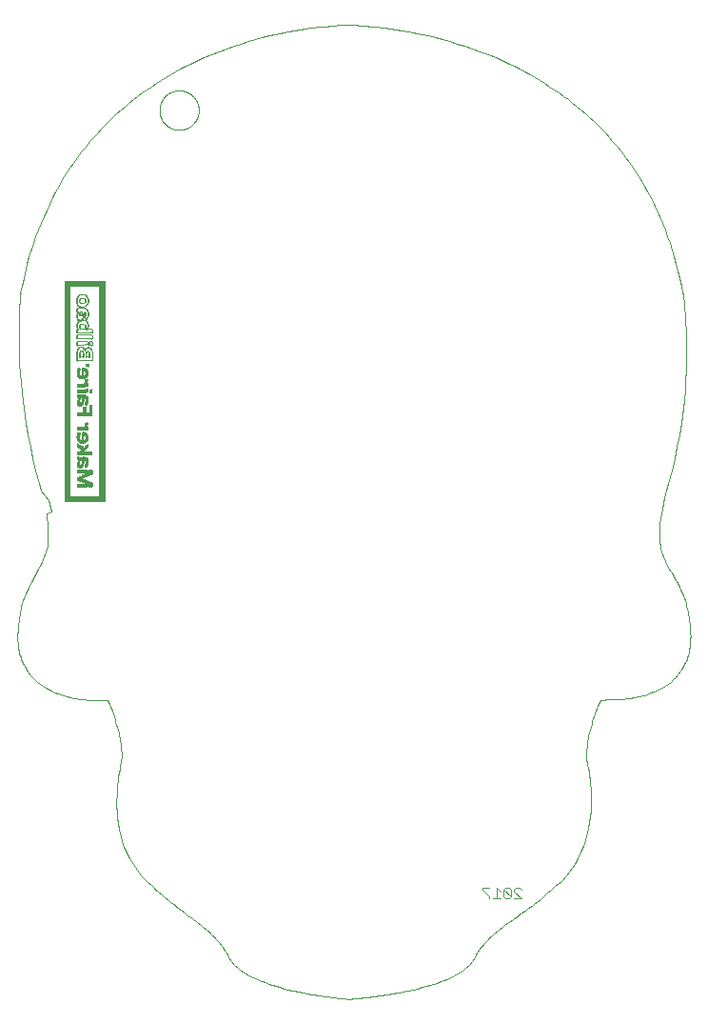
<source format=gbo>
G75*
%MOIN*%
%OFA0B0*%
%FSLAX25Y25*%
%IPPOS*%
%LPD*%
%AMOC8*
5,1,8,0,0,1.08239X$1,22.5*
%
%ADD10C,0.00394*%
%ADD11C,0.00000*%
%ADD12C,0.00400*%
%ADD13R,0.00030X0.77280*%
%ADD14R,0.00030X0.77280*%
%ADD15R,0.00030X0.02010*%
%ADD16R,0.00030X0.01890*%
%ADD17R,0.00030X0.02010*%
%ADD18R,0.00030X0.01890*%
%ADD19R,0.00030X0.00240*%
%ADD20R,0.00030X0.00480*%
%ADD21R,0.00030X0.00240*%
%ADD22R,0.00030X0.00480*%
%ADD23R,0.00030X0.00510*%
%ADD24R,0.00030X0.03390*%
%ADD25R,0.00030X0.01500*%
%ADD26R,0.00030X0.01380*%
%ADD27R,0.00030X0.01380*%
%ADD28R,0.00030X0.01860*%
%ADD29R,0.00030X0.00510*%
%ADD30R,0.00030X0.03390*%
%ADD31R,0.00030X0.01500*%
%ADD32R,0.00030X0.01380*%
%ADD33R,0.00030X0.01380*%
%ADD34R,0.00030X0.01860*%
%ADD35R,0.00030X0.01260*%
%ADD36R,0.00030X0.01230*%
%ADD37R,0.00030X0.01350*%
%ADD38R,0.00030X0.01890*%
%ADD39R,0.00030X0.01770*%
%ADD40R,0.00030X0.00390*%
%ADD41R,0.00030X0.01620*%
%ADD42R,0.00030X0.00270*%
%ADD43R,0.00030X0.00630*%
%ADD44R,0.00030X0.00270*%
%ADD45R,0.00030X0.00630*%
%ADD46R,0.00030X0.01260*%
%ADD47R,0.00030X0.01230*%
%ADD48R,0.00030X0.01350*%
%ADD49R,0.00030X0.01890*%
%ADD50R,0.00030X0.01770*%
%ADD51R,0.00030X0.00390*%
%ADD52R,0.00030X0.01620*%
%ADD53R,0.00030X0.00270*%
%ADD54R,0.00030X0.00630*%
%ADD55R,0.00030X0.00270*%
%ADD56R,0.00030X0.00630*%
%ADD57R,0.00030X0.02610*%
%ADD58R,0.00030X0.00120*%
%ADD59R,0.00030X0.00510*%
%ADD60R,0.00030X0.00750*%
%ADD61R,0.00030X0.00360*%
%ADD62R,0.00030X0.00390*%
%ADD63R,0.00030X0.00360*%
%ADD64R,0.00030X0.02610*%
%ADD65R,0.00030X0.00120*%
%ADD66R,0.00030X0.00510*%
%ADD67R,0.00030X0.00750*%
%ADD68R,0.00030X0.00360*%
%ADD69R,0.00030X0.00390*%
%ADD70R,0.00030X0.00360*%
%ADD71R,0.00030X0.02130*%
%ADD72R,0.00030X0.03000*%
%ADD73R,0.00030X0.02130*%
%ADD74R,0.00030X0.03000*%
%ADD75R,0.00030X0.03990*%
%ADD76R,0.00030X0.03390*%
%ADD77R,0.00030X0.03870*%
%ADD78R,0.00030X0.00240*%
%ADD79R,0.00030X0.03990*%
%ADD80R,0.00030X0.03390*%
%ADD81R,0.00030X0.03870*%
%ADD82R,0.00030X0.00240*%
%ADD83R,0.00030X0.03510*%
%ADD84R,0.00030X0.03510*%
%ADD85R,0.00030X0.01740*%
%ADD86R,0.00030X0.04110*%
%ADD87R,0.00030X0.03630*%
%ADD88R,0.00030X0.01740*%
%ADD89R,0.00030X0.04110*%
%ADD90R,0.00030X0.03630*%
%ADD91R,0.00030X0.01620*%
%ADD92R,0.00030X0.01140*%
%ADD93R,0.00030X0.01110*%
%ADD94R,0.00030X0.00990*%
%ADD95R,0.00030X0.01140*%
%ADD96R,0.00030X0.01620*%
%ADD97R,0.00030X0.01140*%
%ADD98R,0.00030X0.01110*%
%ADD99R,0.00030X0.00990*%
%ADD100R,0.00030X0.01140*%
%ADD101R,0.00030X0.00600*%
%ADD102R,0.00030X0.01860*%
%ADD103R,0.00030X0.00480*%
%ADD104R,0.00030X0.01260*%
%ADD105R,0.00030X0.00600*%
%ADD106R,0.00030X0.01860*%
%ADD107R,0.00030X0.00480*%
%ADD108R,0.00030X0.01260*%
%ADD109R,0.00030X0.01980*%
%ADD110R,0.00030X0.01980*%
%ADD111R,0.00030X0.00120*%
%ADD112R,0.00030X0.00120*%
%ADD113R,0.00030X0.02100*%
%ADD114R,0.00030X0.02100*%
%ADD115R,0.00030X0.02250*%
%ADD116R,0.00030X0.03240*%
%ADD117R,0.00030X0.02250*%
%ADD118R,0.00030X0.03240*%
%ADD119R,0.00030X0.03120*%
%ADD120R,0.00030X0.03120*%
%ADD121R,0.00030X0.04140*%
%ADD122R,0.00030X0.04140*%
%ADD123R,0.00030X0.02130*%
%ADD124R,0.00030X0.03630*%
%ADD125R,0.00030X0.00870*%
%ADD126R,0.00030X0.02130*%
%ADD127R,0.00030X0.03630*%
%ADD128R,0.00030X0.00870*%
%ADD129R,0.00030X0.01020*%
%ADD130R,0.00030X0.03360*%
%ADD131R,0.00030X0.03480*%
%ADD132R,0.00030X0.01020*%
%ADD133R,0.00030X0.03360*%
%ADD134R,0.00030X0.03480*%
%ADD135R,0.00030X0.02880*%
%ADD136R,0.00030X0.00150*%
%ADD137R,0.00030X0.02880*%
%ADD138R,0.00030X0.00150*%
%ADD139R,0.00030X0.03270*%
%ADD140R,0.00030X0.03270*%
%ADD141R,0.00030X0.01110*%
%ADD142R,0.00030X0.02370*%
%ADD143R,0.00030X0.02760*%
%ADD144R,0.00030X0.02490*%
%ADD145R,0.00030X0.01110*%
%ADD146R,0.00030X0.02370*%
%ADD147R,0.00030X0.02760*%
%ADD148R,0.00030X0.02490*%
%ADD149R,0.00030X0.02010*%
%ADD150R,0.00030X0.02010*%
%ADD151R,0.00030X0.02730*%
%ADD152R,0.00030X0.02730*%
%ADD153R,0.00030X0.02640*%
%ADD154R,0.00030X0.02640*%
%ADD155R,0.00030X0.03360*%
%ADD156R,0.00030X0.03270*%
%ADD157R,0.00030X0.03360*%
%ADD158R,0.00030X0.03270*%
%ADD159R,0.00030X0.03150*%
%ADD160R,0.00030X0.03150*%
%ADD161R,0.00030X0.02850*%
%ADD162R,0.00030X0.02850*%
%ADD163R,0.00030X0.02370*%
%ADD164R,0.00030X0.00870*%
%ADD165R,0.00030X0.02370*%
%ADD166R,0.00030X0.00870*%
%ADD167R,0.00030X0.00900*%
%ADD168R,0.00030X0.00900*%
%ADD169R,0.00030X0.04020*%
%ADD170R,0.00030X0.04020*%
%ADD171R,0.00030X0.03900*%
%ADD172R,0.00030X0.03900*%
D10*
X0044761Y0055133D02*
X0042859Y0059260D01*
X0042135Y0061350D01*
X0041053Y0065507D01*
X0040695Y0067573D01*
X0040476Y0069589D01*
X0040257Y0071604D01*
X0040176Y0073569D01*
X0040190Y0075445D01*
X0040204Y0077320D01*
X0040313Y0079106D01*
X0040472Y0080764D01*
X0040630Y0082423D01*
X0040840Y0083953D01*
X0041055Y0085316D01*
X0041271Y0086680D01*
X0041492Y0087877D01*
X0041676Y0088868D01*
X0041818Y0089637D01*
X0041888Y0090471D01*
X0041898Y0091351D01*
X0041907Y0092231D01*
X0041855Y0093157D01*
X0041754Y0094113D01*
X0041653Y0095068D01*
X0041503Y0096051D01*
X0041316Y0097046D01*
X0041128Y0098041D01*
X0040903Y0099046D01*
X0040652Y0100044D01*
X0040401Y0101043D01*
X0040124Y0102034D01*
X0039832Y0103000D01*
X0039541Y0103967D01*
X0039235Y0104908D01*
X0038927Y0105807D01*
X0038618Y0106705D01*
X0038307Y0107562D01*
X0038005Y0108357D01*
X0037703Y0109152D01*
X0037410Y0109887D01*
X0037137Y0110544D01*
X0037043Y0110539D01*
X0036947Y0110534D01*
X0036848Y0110530D01*
X0036749Y0110525D01*
X0036647Y0110521D01*
X0036544Y0110517D01*
X0036440Y0110513D01*
X0036334Y0110509D01*
X0036225Y0110505D01*
X0036117Y0110502D01*
X0036006Y0110498D01*
X0035893Y0110495D01*
X0035781Y0110492D01*
X0035666Y0110489D01*
X0035548Y0110487D01*
X0035431Y0110485D01*
X0035312Y0110483D01*
X0035191Y0110481D01*
X0035069Y0110479D01*
X0034946Y0110478D01*
X0034821Y0110477D01*
X0034695Y0110476D01*
X0034568Y0110476D01*
X0033686Y0110476D01*
X0032854Y0110492D01*
X0031961Y0110534D01*
X0031068Y0110576D01*
X0030115Y0110644D01*
X0029120Y0110748D01*
X0028125Y0110851D01*
X0027089Y0110990D01*
X0026029Y0111174D01*
X0024970Y0111357D01*
X0023887Y0111586D01*
X0022800Y0111869D01*
X0021713Y0112152D01*
X0020622Y0112490D01*
X0019545Y0112892D01*
X0018468Y0113294D01*
X0017406Y0113760D01*
X0015347Y0114839D01*
X0014351Y0115452D01*
X0013406Y0116149D01*
X0012462Y0116845D01*
X0011569Y0117625D01*
X0010747Y0118497D01*
X0010266Y0119009D01*
X0009817Y0119541D01*
X0009401Y0120094D01*
X0008985Y0120647D01*
X0008602Y0121220D01*
X0008252Y0121815D01*
X0007902Y0122409D01*
X0007585Y0123023D01*
X0007301Y0123658D01*
X0007017Y0124293D01*
X0006766Y0124948D01*
X0006549Y0125623D01*
X0006331Y0126298D01*
X0006146Y0126993D01*
X0005995Y0127708D01*
X0005844Y0128422D01*
X0005726Y0129156D01*
X0005557Y0130663D01*
X0005505Y0131436D01*
X0005488Y0132227D01*
X0005470Y0133019D01*
X0005486Y0133830D01*
X0005535Y0134659D01*
X0005613Y0135968D01*
X0005730Y0137195D01*
X0005878Y0138350D01*
X0006027Y0139505D01*
X0006209Y0140587D01*
X0006417Y0141607D01*
X0006626Y0142626D01*
X0006861Y0143582D01*
X0007119Y0144483D01*
X0007376Y0145385D01*
X0007656Y0146232D01*
X0008246Y0147835D01*
X0008558Y0148591D01*
X0008881Y0149311D01*
X0009203Y0150030D01*
X0009537Y0150714D01*
X0010214Y0152025D01*
X0010558Y0152652D01*
X0010902Y0153262D01*
X0011246Y0153871D01*
X0011590Y0154462D01*
X0011928Y0155043D01*
X0012398Y0155850D01*
X0012856Y0156637D01*
X0013286Y0157434D01*
X0013716Y0158230D01*
X0014119Y0159037D01*
X0014478Y0159885D01*
X0014838Y0160733D01*
X0015154Y0161623D01*
X0015413Y0162586D01*
X0015671Y0163548D01*
X0015871Y0164583D01*
X0016126Y0166862D01*
X0016179Y0168106D01*
X0016145Y0169484D01*
X0016110Y0170863D01*
X0015987Y0172378D01*
X0015760Y0174059D01*
X0015534Y0175740D01*
X0017203Y0176588D01*
X0016305Y0180681D01*
X0013737Y0183925D01*
X0013035Y0186399D01*
X0011796Y0190765D01*
X0010763Y0195073D01*
X0009904Y0199272D01*
X0009045Y0203471D01*
X0008360Y0207561D01*
X0007275Y0215420D01*
X0006875Y0218190D01*
X0006295Y0225306D01*
X0006115Y0228652D01*
X0006014Y0231736D01*
X0005913Y0234820D01*
X0005891Y0237641D01*
X0005915Y0240149D01*
X0005939Y0242656D01*
X0006010Y0244850D01*
X0006096Y0246679D01*
X0006182Y0248508D01*
X0006283Y0249971D01*
X0006367Y0251019D01*
X0006451Y0252066D01*
X0006518Y0252698D01*
X0006536Y0252862D01*
X0006535Y0252890D01*
X0006533Y0252919D01*
X0006532Y0252948D01*
X0006530Y0252976D01*
X0006528Y0253005D01*
X0006527Y0253034D01*
X0006525Y0253062D01*
X0006524Y0253091D01*
X0007017Y0255693D01*
X0007576Y0258249D01*
X0008824Y0263266D01*
X0009512Y0265727D01*
X0011020Y0270553D01*
X0011839Y0272918D01*
X0012723Y0275233D01*
X0013606Y0277549D01*
X0014555Y0279815D01*
X0015568Y0282032D01*
X0016582Y0284248D01*
X0017660Y0286414D01*
X0018803Y0288529D01*
X0019946Y0290644D01*
X0021154Y0292708D01*
X0023699Y0296732D01*
X0025036Y0298692D01*
X0026438Y0300599D01*
X0027839Y0302506D01*
X0029306Y0304359D01*
X0030836Y0306159D01*
X0032074Y0307614D01*
X0033350Y0309034D01*
X0034665Y0310419D01*
X0035979Y0311804D01*
X0037332Y0313154D01*
X0040115Y0315782D01*
X0041546Y0317060D01*
X0043014Y0318302D01*
X0044483Y0319544D01*
X0045990Y0320749D01*
X0049082Y0323087D01*
X0050667Y0324218D01*
X0052290Y0325313D01*
X0053914Y0326408D01*
X0055576Y0327465D01*
X0058977Y0329504D01*
X0060716Y0330485D01*
X0062495Y0331428D01*
X0064273Y0332372D01*
X0066090Y0333277D01*
X0067945Y0334143D01*
X0070648Y0335404D01*
X0073331Y0336539D01*
X0075973Y0337562D01*
X0078615Y0338585D01*
X0081215Y0339495D01*
X0083752Y0340304D01*
X0086290Y0341114D01*
X0088763Y0341823D01*
X0091151Y0342444D01*
X0093539Y0343065D01*
X0095841Y0343599D01*
X0100228Y0344514D01*
X0102314Y0344896D01*
X0104269Y0345215D01*
X0106224Y0345534D01*
X0108049Y0345790D01*
X0111393Y0346201D01*
X0112913Y0346356D01*
X0115601Y0346590D01*
X0116771Y0346668D01*
X0117743Y0346721D01*
X0117743Y0346809D01*
X0118212Y0346819D01*
X0118681Y0346830D01*
X0119150Y0346840D01*
X0119619Y0346850D01*
X0120088Y0346861D01*
X0120557Y0346871D01*
X0121026Y0346881D01*
X0121495Y0346892D01*
X0121764Y0346892D01*
X0122072Y0346882D01*
X0122379Y0346871D01*
X0122686Y0346861D01*
X0122993Y0346851D01*
X0123301Y0346841D01*
X0123608Y0346831D01*
X0123915Y0346821D01*
X0124222Y0346811D01*
X0124222Y0346726D01*
X0125194Y0346674D01*
X0126384Y0346597D01*
X0127764Y0346482D01*
X0129144Y0346367D01*
X0130715Y0346213D01*
X0134185Y0345806D01*
X0136084Y0345551D01*
X0138121Y0345233D01*
X0140159Y0344916D01*
X0142334Y0344535D01*
X0146907Y0343621D01*
X0149304Y0343088D01*
X0151787Y0342467D01*
X0154270Y0341846D01*
X0156838Y0341137D01*
X0159464Y0340326D01*
X0162090Y0339516D01*
X0164774Y0338604D01*
X0167491Y0337579D01*
X0170208Y0336554D01*
X0172956Y0335415D01*
X0175710Y0334151D01*
X0177595Y0333285D01*
X0179447Y0332381D01*
X0181266Y0331438D01*
X0183084Y0330496D01*
X0184869Y0329515D01*
X0186618Y0328496D01*
X0188368Y0327477D01*
X0190081Y0326420D01*
X0191757Y0325326D01*
X0193433Y0324231D01*
X0195071Y0323100D01*
X0196670Y0321931D01*
X0198269Y0320763D01*
X0199829Y0319558D01*
X0202866Y0317075D01*
X0204343Y0315797D01*
X0205777Y0314483D01*
X0207211Y0313169D01*
X0208601Y0311819D01*
X0209947Y0310434D01*
X0211293Y0309049D01*
X0212593Y0307629D01*
X0213847Y0306174D01*
X0215398Y0304374D01*
X0216885Y0302520D01*
X0218307Y0300613D01*
X0219729Y0298706D01*
X0221086Y0296746D01*
X0222378Y0294734D01*
X0223670Y0292722D01*
X0224896Y0290658D01*
X0226058Y0288542D01*
X0227219Y0286426D01*
X0228314Y0284260D01*
X0230373Y0279826D01*
X0231337Y0277559D01*
X0232233Y0275242D01*
X0233130Y0272926D01*
X0233961Y0270560D01*
X0234724Y0268146D01*
X0235487Y0265732D01*
X0236184Y0263270D01*
X0236813Y0260760D01*
X0237442Y0258251D01*
X0238003Y0255694D01*
X0238497Y0253091D01*
X0238502Y0253065D01*
X0238504Y0253052D01*
X0238506Y0253038D01*
X0238508Y0253025D01*
X0238511Y0253012D01*
X0238513Y0252999D01*
X0238515Y0252986D01*
X0238540Y0252821D01*
X0238634Y0252189D01*
X0238760Y0251139D01*
X0238886Y0250090D01*
X0239044Y0248623D01*
X0239349Y0244959D01*
X0239497Y0242761D01*
X0239602Y0240249D01*
X0239708Y0237737D01*
X0239771Y0234910D01*
X0239739Y0228731D01*
X0239644Y0225378D01*
X0239433Y0222813D01*
X0239222Y0219249D01*
X0238895Y0215473D01*
X0237934Y0207599D01*
X0237300Y0203501D01*
X0236477Y0199295D01*
X0235653Y0195088D01*
X0234639Y0190772D01*
X0233398Y0186399D01*
X0232697Y0183930D01*
X0232131Y0181691D01*
X0231685Y0179649D01*
X0231239Y0177607D01*
X0230912Y0175762D01*
X0230690Y0174084D01*
X0230467Y0172406D01*
X0230349Y0170895D01*
X0230290Y0168141D01*
X0230349Y0166900D01*
X0230483Y0165762D01*
X0230616Y0164624D01*
X0230823Y0163590D01*
X0231088Y0162629D01*
X0231353Y0161667D01*
X0231677Y0160779D01*
X0232410Y0159083D01*
X0232820Y0158277D01*
X0233695Y0156685D01*
X0234161Y0155899D01*
X0234639Y0155091D01*
X0234983Y0154510D01*
X0235334Y0153918D01*
X0235684Y0153308D01*
X0236034Y0152697D01*
X0236385Y0152068D01*
X0236730Y0151412D01*
X0237075Y0150755D01*
X0237415Y0150071D01*
X0237744Y0149350D01*
X0238072Y0148629D01*
X0238390Y0147871D01*
X0238691Y0147068D01*
X0238992Y0146264D01*
X0239276Y0145415D01*
X0239538Y0144511D01*
X0239800Y0143608D01*
X0240040Y0142649D01*
X0240252Y0141627D01*
X0240464Y0140605D01*
X0240648Y0139520D01*
X0240799Y0138361D01*
X0240950Y0137203D01*
X0241067Y0135472D01*
X0241195Y0133830D01*
X0241211Y0133021D01*
X0241193Y0132232D01*
X0241176Y0131444D01*
X0241125Y0130676D01*
X0240956Y0129181D01*
X0240838Y0128453D01*
X0240687Y0127746D01*
X0240536Y0127039D01*
X0240351Y0126352D01*
X0240134Y0125684D01*
X0239916Y0125017D01*
X0239665Y0124370D01*
X0239382Y0123742D01*
X0239098Y0123115D01*
X0238781Y0122507D01*
X0238431Y0121918D01*
X0238081Y0121330D01*
X0237698Y0120761D01*
X0236866Y0119662D01*
X0236417Y0119131D01*
X0235936Y0118620D01*
X0235114Y0117748D01*
X0234222Y0116971D01*
X0233278Y0116278D01*
X0232334Y0115585D01*
X0231338Y0114977D01*
X0230309Y0114443D01*
X0229280Y0113909D01*
X0228218Y0113450D01*
X0227142Y0113056D01*
X0226065Y0112661D01*
X0224974Y0112332D01*
X0222801Y0111781D01*
X0221719Y0111560D01*
X0219601Y0111207D01*
X0218565Y0111075D01*
X0217570Y0110978D01*
X0216575Y0110880D01*
X0215623Y0110817D01*
X0214730Y0110778D01*
X0213838Y0110740D01*
X0213006Y0110725D01*
X0212121Y0110725D01*
X0211994Y0110724D01*
X0211868Y0110721D01*
X0211743Y0110719D01*
X0211619Y0110715D01*
X0211376Y0110707D01*
X0211257Y0110702D01*
X0211139Y0110697D01*
X0211022Y0110692D01*
X0210907Y0110687D01*
X0210794Y0110683D01*
X0210681Y0110678D01*
X0210570Y0110673D01*
X0210461Y0110670D01*
X0210353Y0110666D01*
X0210246Y0110663D01*
X0210142Y0110661D01*
X0210038Y0110659D01*
X0209937Y0110659D01*
X0209838Y0110660D01*
X0209739Y0110661D01*
X0209642Y0110664D01*
X0209548Y0110669D01*
X0209273Y0110013D01*
X0208978Y0109277D01*
X0208674Y0108478D01*
X0208369Y0107680D01*
X0208056Y0106820D01*
X0207745Y0105916D01*
X0207434Y0105012D01*
X0207126Y0104064D01*
X0206832Y0103091D01*
X0206538Y0102118D01*
X0206258Y0101120D01*
X0205751Y0099108D01*
X0205524Y0098096D01*
X0205334Y0097094D01*
X0205144Y0096093D01*
X0204992Y0095103D01*
X0204890Y0094142D01*
X0204787Y0093182D01*
X0204735Y0092251D01*
X0204743Y0091367D01*
X0204751Y0090484D01*
X0204821Y0089649D01*
X0204963Y0088880D01*
X0205128Y0087987D01*
X0205336Y0086867D01*
X0205540Y0085562D01*
X0205744Y0084256D01*
X0205946Y0082765D01*
X0206099Y0081131D01*
X0206252Y0079497D01*
X0206356Y0077719D01*
X0206367Y0075842D01*
X0206378Y0073964D01*
X0206296Y0071986D01*
X0206074Y0069950D01*
X0205853Y0067914D01*
X0205492Y0065819D01*
X0204403Y0061600D01*
X0203674Y0059474D01*
X0202716Y0057376D01*
X0201758Y0055278D01*
X0200571Y0053206D01*
X0197646Y0049202D01*
X0195909Y0047269D01*
X0193852Y0045448D01*
X0193157Y0044833D01*
X0192477Y0044243D01*
X0191142Y0043107D01*
X0190487Y0042562D01*
X0189846Y0042037D01*
X0189204Y0041512D01*
X0188575Y0041007D01*
X0187341Y0040032D01*
X0186736Y0039563D01*
X0185548Y0038655D01*
X0184966Y0038216D01*
X0184394Y0037791D01*
X0183822Y0037366D01*
X0183261Y0036954D01*
X0182158Y0036151D01*
X0181616Y0035761D01*
X0181084Y0035379D01*
X0180552Y0034997D01*
X0180029Y0034623D01*
X0179514Y0034256D01*
X0178709Y0033680D01*
X0177937Y0033129D01*
X0177198Y0032594D01*
X0176458Y0032059D01*
X0175750Y0031539D01*
X0175073Y0031026D01*
X0174395Y0030514D01*
X0173748Y0030008D01*
X0172508Y0028993D01*
X0171915Y0028484D01*
X0171349Y0027964D01*
X0170782Y0027445D01*
X0170241Y0026915D01*
X0169724Y0026366D01*
X0169206Y0025817D01*
X0168712Y0025249D01*
X0168240Y0024652D01*
X0167767Y0024056D01*
X0167316Y0023433D01*
X0166452Y0022112D01*
X0166039Y0021415D01*
X0165643Y0020673D01*
X0165306Y0020041D01*
X0164893Y0019428D01*
X0164402Y0018833D01*
X0163912Y0018239D01*
X0163345Y0017664D01*
X0162701Y0017107D01*
X0162056Y0016550D01*
X0161333Y0016011D01*
X0159731Y0014970D01*
X0158852Y0014467D01*
X0157893Y0013982D01*
X0156934Y0013497D01*
X0155895Y0013029D01*
X0154777Y0012578D01*
X0153658Y0012128D01*
X0152459Y0011695D01*
X0149899Y0010861D01*
X0148538Y0010461D01*
X0147095Y0010077D01*
X0145652Y0009693D01*
X0144127Y0009326D01*
X0142519Y0008974D01*
X0141639Y0008782D01*
X0140762Y0008601D01*
X0139025Y0008259D01*
X0138165Y0008099D01*
X0137319Y0007948D01*
X0136473Y0007798D01*
X0135641Y0007658D01*
X0134829Y0007527D01*
X0134017Y0007397D01*
X0133225Y0007276D01*
X0131691Y0007052D01*
X0130949Y0006949D01*
X0130238Y0006854D01*
X0129527Y0006759D01*
X0128847Y0006673D01*
X0127560Y0006517D01*
X0126954Y0006447D01*
X0126389Y0006385D01*
X0125824Y0006322D01*
X0125301Y0006267D01*
X0124826Y0006220D01*
X0124033Y0006149D01*
X0123637Y0006113D01*
X0123241Y0006078D01*
X0122053Y0005972D01*
X0121657Y0005937D01*
X0120864Y0006012D01*
X0120467Y0006050D01*
X0119673Y0006126D01*
X0119277Y0006164D01*
X0118483Y0006239D01*
X0117999Y0006290D01*
X0117477Y0006347D01*
X0116923Y0006412D01*
X0116368Y0006476D01*
X0115780Y0006548D01*
X0115163Y0006627D01*
X0114546Y0006706D01*
X0113900Y0006793D01*
X0113229Y0006888D01*
X0112558Y0006983D01*
X0111862Y0007087D01*
X0111145Y0007198D01*
X0110428Y0007310D01*
X0109690Y0007430D01*
X0108180Y0007689D01*
X0107408Y0007827D01*
X0106623Y0007975D01*
X0105838Y0008123D01*
X0105040Y0008281D01*
X0104233Y0008448D01*
X0103426Y0008615D01*
X0102610Y0008793D01*
X0101789Y0008981D01*
X0100247Y0009333D01*
X0098783Y0009702D01*
X0097397Y0010086D01*
X0096012Y0010471D01*
X0094704Y0010872D01*
X0093473Y0011289D01*
X0092242Y0011706D01*
X0091088Y0012139D01*
X0090010Y0012590D01*
X0088932Y0013041D01*
X0087931Y0013508D01*
X0087005Y0013993D01*
X0086078Y0014478D01*
X0085227Y0014980D01*
X0084451Y0015500D01*
X0083675Y0016020D01*
X0082973Y0016558D01*
X0082345Y0017114D01*
X0081717Y0017670D01*
X0081163Y0018244D01*
X0080682Y0018837D01*
X0080200Y0019429D01*
X0079792Y0020041D01*
X0079456Y0020671D01*
X0079036Y0021459D01*
X0078606Y0022195D01*
X0078163Y0022890D01*
X0077720Y0023585D01*
X0077263Y0024239D01*
X0076788Y0024863D01*
X0076314Y0025487D01*
X0075822Y0026080D01*
X0075308Y0026652D01*
X0074795Y0027225D01*
X0074260Y0027777D01*
X0073700Y0028319D01*
X0073140Y0028861D01*
X0072554Y0029393D01*
X0071940Y0029925D01*
X0071325Y0030458D01*
X0070681Y0030990D01*
X0069327Y0032076D01*
X0068617Y0032629D01*
X0067870Y0033203D01*
X0067123Y0033777D01*
X0066339Y0034372D01*
X0065514Y0034998D01*
X0065055Y0035346D01*
X0064589Y0035700D01*
X0064114Y0036061D01*
X0063639Y0036423D01*
X0063156Y0036792D01*
X0062663Y0037170D01*
X0062171Y0037549D01*
X0061669Y0037938D01*
X0061156Y0038338D01*
X0060644Y0038738D01*
X0060121Y0039149D01*
X0059054Y0039999D01*
X0058509Y0040438D01*
X0057953Y0040891D01*
X0057396Y0041345D01*
X0056827Y0041814D01*
X0056246Y0042301D01*
X0055664Y0042787D01*
X0055070Y0043291D01*
X0054462Y0043814D01*
X0053854Y0044337D01*
X0053232Y0044879D01*
X0052596Y0045442D01*
X0050559Y0047245D01*
X0048839Y0049152D01*
X0047389Y0051124D01*
X0045940Y0053095D01*
X0044761Y0055133D01*
D11*
X0055210Y0317000D02*
X0055212Y0317169D01*
X0055218Y0317338D01*
X0055229Y0317507D01*
X0055243Y0317675D01*
X0055262Y0317843D01*
X0055285Y0318011D01*
X0055311Y0318178D01*
X0055342Y0318344D01*
X0055377Y0318510D01*
X0055416Y0318674D01*
X0055460Y0318838D01*
X0055507Y0319000D01*
X0055558Y0319161D01*
X0055613Y0319321D01*
X0055672Y0319480D01*
X0055734Y0319637D01*
X0055801Y0319792D01*
X0055872Y0319946D01*
X0055946Y0320098D01*
X0056024Y0320248D01*
X0056105Y0320396D01*
X0056190Y0320542D01*
X0056279Y0320686D01*
X0056371Y0320828D01*
X0056467Y0320967D01*
X0056566Y0321104D01*
X0056668Y0321239D01*
X0056774Y0321371D01*
X0056883Y0321500D01*
X0056995Y0321627D01*
X0057110Y0321751D01*
X0057228Y0321872D01*
X0057349Y0321990D01*
X0057473Y0322105D01*
X0057600Y0322217D01*
X0057729Y0322326D01*
X0057861Y0322432D01*
X0057996Y0322534D01*
X0058133Y0322633D01*
X0058272Y0322729D01*
X0058414Y0322821D01*
X0058558Y0322910D01*
X0058704Y0322995D01*
X0058852Y0323076D01*
X0059002Y0323154D01*
X0059154Y0323228D01*
X0059308Y0323299D01*
X0059463Y0323366D01*
X0059620Y0323428D01*
X0059779Y0323487D01*
X0059939Y0323542D01*
X0060100Y0323593D01*
X0060262Y0323640D01*
X0060426Y0323684D01*
X0060590Y0323723D01*
X0060756Y0323758D01*
X0060922Y0323789D01*
X0061089Y0323815D01*
X0061257Y0323838D01*
X0061425Y0323857D01*
X0061593Y0323871D01*
X0061762Y0323882D01*
X0061931Y0323888D01*
X0062100Y0323890D01*
X0062269Y0323888D01*
X0062438Y0323882D01*
X0062607Y0323871D01*
X0062775Y0323857D01*
X0062943Y0323838D01*
X0063111Y0323815D01*
X0063278Y0323789D01*
X0063444Y0323758D01*
X0063610Y0323723D01*
X0063774Y0323684D01*
X0063938Y0323640D01*
X0064100Y0323593D01*
X0064261Y0323542D01*
X0064421Y0323487D01*
X0064580Y0323428D01*
X0064737Y0323366D01*
X0064892Y0323299D01*
X0065046Y0323228D01*
X0065198Y0323154D01*
X0065348Y0323076D01*
X0065496Y0322995D01*
X0065642Y0322910D01*
X0065786Y0322821D01*
X0065928Y0322729D01*
X0066067Y0322633D01*
X0066204Y0322534D01*
X0066339Y0322432D01*
X0066471Y0322326D01*
X0066600Y0322217D01*
X0066727Y0322105D01*
X0066851Y0321990D01*
X0066972Y0321872D01*
X0067090Y0321751D01*
X0067205Y0321627D01*
X0067317Y0321500D01*
X0067426Y0321371D01*
X0067532Y0321239D01*
X0067634Y0321104D01*
X0067733Y0320967D01*
X0067829Y0320828D01*
X0067921Y0320686D01*
X0068010Y0320542D01*
X0068095Y0320396D01*
X0068176Y0320248D01*
X0068254Y0320098D01*
X0068328Y0319946D01*
X0068399Y0319792D01*
X0068466Y0319637D01*
X0068528Y0319480D01*
X0068587Y0319321D01*
X0068642Y0319161D01*
X0068693Y0319000D01*
X0068740Y0318838D01*
X0068784Y0318674D01*
X0068823Y0318510D01*
X0068858Y0318344D01*
X0068889Y0318178D01*
X0068915Y0318011D01*
X0068938Y0317843D01*
X0068957Y0317675D01*
X0068971Y0317507D01*
X0068982Y0317338D01*
X0068988Y0317169D01*
X0068990Y0317000D01*
X0068988Y0316831D01*
X0068982Y0316662D01*
X0068971Y0316493D01*
X0068957Y0316325D01*
X0068938Y0316157D01*
X0068915Y0315989D01*
X0068889Y0315822D01*
X0068858Y0315656D01*
X0068823Y0315490D01*
X0068784Y0315326D01*
X0068740Y0315162D01*
X0068693Y0315000D01*
X0068642Y0314839D01*
X0068587Y0314679D01*
X0068528Y0314520D01*
X0068466Y0314363D01*
X0068399Y0314208D01*
X0068328Y0314054D01*
X0068254Y0313902D01*
X0068176Y0313752D01*
X0068095Y0313604D01*
X0068010Y0313458D01*
X0067921Y0313314D01*
X0067829Y0313172D01*
X0067733Y0313033D01*
X0067634Y0312896D01*
X0067532Y0312761D01*
X0067426Y0312629D01*
X0067317Y0312500D01*
X0067205Y0312373D01*
X0067090Y0312249D01*
X0066972Y0312128D01*
X0066851Y0312010D01*
X0066727Y0311895D01*
X0066600Y0311783D01*
X0066471Y0311674D01*
X0066339Y0311568D01*
X0066204Y0311466D01*
X0066067Y0311367D01*
X0065928Y0311271D01*
X0065786Y0311179D01*
X0065642Y0311090D01*
X0065496Y0311005D01*
X0065348Y0310924D01*
X0065198Y0310846D01*
X0065046Y0310772D01*
X0064892Y0310701D01*
X0064737Y0310634D01*
X0064580Y0310572D01*
X0064421Y0310513D01*
X0064261Y0310458D01*
X0064100Y0310407D01*
X0063938Y0310360D01*
X0063774Y0310316D01*
X0063610Y0310277D01*
X0063444Y0310242D01*
X0063278Y0310211D01*
X0063111Y0310185D01*
X0062943Y0310162D01*
X0062775Y0310143D01*
X0062607Y0310129D01*
X0062438Y0310118D01*
X0062269Y0310112D01*
X0062100Y0310110D01*
X0061931Y0310112D01*
X0061762Y0310118D01*
X0061593Y0310129D01*
X0061425Y0310143D01*
X0061257Y0310162D01*
X0061089Y0310185D01*
X0060922Y0310211D01*
X0060756Y0310242D01*
X0060590Y0310277D01*
X0060426Y0310316D01*
X0060262Y0310360D01*
X0060100Y0310407D01*
X0059939Y0310458D01*
X0059779Y0310513D01*
X0059620Y0310572D01*
X0059463Y0310634D01*
X0059308Y0310701D01*
X0059154Y0310772D01*
X0059002Y0310846D01*
X0058852Y0310924D01*
X0058704Y0311005D01*
X0058558Y0311090D01*
X0058414Y0311179D01*
X0058272Y0311271D01*
X0058133Y0311367D01*
X0057996Y0311466D01*
X0057861Y0311568D01*
X0057729Y0311674D01*
X0057600Y0311783D01*
X0057473Y0311895D01*
X0057349Y0312010D01*
X0057228Y0312128D01*
X0057110Y0312249D01*
X0056995Y0312373D01*
X0056883Y0312500D01*
X0056774Y0312629D01*
X0056668Y0312761D01*
X0056566Y0312896D01*
X0056467Y0313033D01*
X0056371Y0313172D01*
X0056279Y0313314D01*
X0056190Y0313458D01*
X0056105Y0313604D01*
X0056024Y0313752D01*
X0055946Y0313902D01*
X0055872Y0314054D01*
X0055801Y0314208D01*
X0055734Y0314363D01*
X0055672Y0314520D01*
X0055613Y0314679D01*
X0055558Y0314839D01*
X0055507Y0315000D01*
X0055460Y0315162D01*
X0055416Y0315326D01*
X0055377Y0315490D01*
X0055342Y0315656D01*
X0055311Y0315822D01*
X0055285Y0315989D01*
X0055262Y0316157D01*
X0055243Y0316325D01*
X0055229Y0316493D01*
X0055218Y0316662D01*
X0055212Y0316831D01*
X0055210Y0317000D01*
D12*
X0168449Y0044803D02*
X0168449Y0044203D01*
X0170851Y0041801D01*
X0170851Y0041200D01*
X0172132Y0041200D02*
X0174534Y0041200D01*
X0173333Y0041200D02*
X0173333Y0044803D01*
X0174534Y0043602D01*
X0175815Y0044203D02*
X0178217Y0041801D01*
X0177616Y0041200D01*
X0176415Y0041200D01*
X0175815Y0041801D01*
X0175815Y0044203D01*
X0176415Y0044803D01*
X0177616Y0044803D01*
X0178217Y0044203D01*
X0178217Y0041801D01*
X0179498Y0041200D02*
X0181900Y0041200D01*
X0179498Y0043602D01*
X0179498Y0044203D01*
X0180098Y0044803D01*
X0181299Y0044803D01*
X0181900Y0044203D01*
X0170851Y0044803D02*
X0168449Y0044803D01*
D13*
X0036340Y0218615D03*
X0036310Y0218615D03*
X0036250Y0218615D03*
X0036190Y0218615D03*
X0036160Y0218615D03*
X0036100Y0218615D03*
X0036040Y0218615D03*
X0036010Y0218615D03*
X0035950Y0218615D03*
X0035890Y0218615D03*
X0035860Y0218615D03*
X0035800Y0218615D03*
X0035740Y0218615D03*
X0035710Y0218615D03*
X0035650Y0218615D03*
X0035590Y0218615D03*
X0035560Y0218615D03*
X0035500Y0218615D03*
X0035440Y0218615D03*
X0035410Y0218615D03*
X0035350Y0218615D03*
X0035290Y0218615D03*
X0035260Y0218615D03*
X0035200Y0218615D03*
X0035140Y0218615D03*
X0035110Y0218615D03*
X0035050Y0218615D03*
X0034990Y0218615D03*
X0034960Y0218615D03*
X0034900Y0218615D03*
X0034840Y0218615D03*
X0034810Y0218615D03*
X0034750Y0218615D03*
X0034690Y0218615D03*
X0034660Y0218615D03*
X0034600Y0218615D03*
X0034540Y0218615D03*
X0034510Y0218615D03*
X0023950Y0218615D03*
X0023890Y0218615D03*
X0023860Y0218615D03*
X0023800Y0218615D03*
X0023740Y0218615D03*
X0023710Y0218615D03*
X0023650Y0218615D03*
X0023590Y0218615D03*
X0023560Y0218615D03*
X0023500Y0218615D03*
X0023440Y0218615D03*
X0023410Y0218615D03*
X0023350Y0218615D03*
X0023290Y0218615D03*
X0023260Y0218615D03*
X0023200Y0218615D03*
X0023140Y0218615D03*
X0023110Y0218615D03*
X0023050Y0218615D03*
X0022990Y0218615D03*
X0022960Y0218615D03*
X0022900Y0218615D03*
X0022840Y0218615D03*
X0022810Y0218615D03*
X0022750Y0218615D03*
X0022690Y0218615D03*
X0022660Y0218615D03*
X0022600Y0218615D03*
X0022540Y0218615D03*
X0022510Y0218615D03*
X0022450Y0218615D03*
X0022390Y0218615D03*
X0022360Y0218615D03*
X0022300Y0218615D03*
X0022240Y0218615D03*
D14*
X0022270Y0218615D03*
X0022330Y0218615D03*
X0022420Y0218615D03*
X0022480Y0218615D03*
X0022570Y0218615D03*
X0022630Y0218615D03*
X0022720Y0218615D03*
X0022780Y0218615D03*
X0022870Y0218615D03*
X0022930Y0218615D03*
X0023020Y0218615D03*
X0023080Y0218615D03*
X0023170Y0218615D03*
X0023230Y0218615D03*
X0023320Y0218615D03*
X0023380Y0218615D03*
X0023470Y0218615D03*
X0023530Y0218615D03*
X0023620Y0218615D03*
X0023680Y0218615D03*
X0023770Y0218615D03*
X0023830Y0218615D03*
X0023920Y0218615D03*
X0034480Y0218615D03*
X0034570Y0218615D03*
X0034630Y0218615D03*
X0034720Y0218615D03*
X0034780Y0218615D03*
X0034870Y0218615D03*
X0034930Y0218615D03*
X0035020Y0218615D03*
X0035080Y0218615D03*
X0035170Y0218615D03*
X0035230Y0218615D03*
X0035320Y0218615D03*
X0035380Y0218615D03*
X0035470Y0218615D03*
X0035530Y0218615D03*
X0035620Y0218615D03*
X0035680Y0218615D03*
X0035770Y0218615D03*
X0035830Y0218615D03*
X0035920Y0218615D03*
X0035980Y0218615D03*
X0036070Y0218615D03*
X0036130Y0218615D03*
X0036220Y0218615D03*
X0036280Y0218615D03*
D15*
X0030280Y0202370D03*
X0030220Y0202370D03*
X0030880Y0185990D03*
X0030970Y0185990D03*
X0031030Y0185990D03*
X0031120Y0185990D03*
X0031180Y0185990D03*
X0031180Y0180980D03*
X0031120Y0180980D03*
X0031030Y0180980D03*
X0030970Y0180980D03*
X0030880Y0180980D03*
X0030820Y0180980D03*
X0030730Y0180980D03*
X0030670Y0180980D03*
X0030580Y0180980D03*
X0030520Y0180980D03*
X0030430Y0180980D03*
X0030370Y0180980D03*
X0030280Y0180980D03*
X0030220Y0180980D03*
X0030130Y0180980D03*
X0030070Y0180980D03*
X0029980Y0180980D03*
X0029920Y0180980D03*
X0029830Y0180980D03*
X0029770Y0180980D03*
X0029680Y0180980D03*
X0029620Y0180980D03*
X0029530Y0180980D03*
X0029470Y0180980D03*
X0029380Y0180980D03*
X0029320Y0180980D03*
X0029230Y0180980D03*
X0029170Y0180980D03*
X0029080Y0180980D03*
X0029020Y0180980D03*
X0028930Y0180980D03*
X0028870Y0180980D03*
X0028780Y0180980D03*
X0028720Y0180980D03*
X0028630Y0180980D03*
X0028570Y0180980D03*
X0028480Y0180980D03*
X0028420Y0180980D03*
X0028330Y0180980D03*
X0028270Y0180980D03*
X0028180Y0180980D03*
X0028120Y0180980D03*
X0028030Y0180980D03*
X0027970Y0180980D03*
X0027880Y0180980D03*
X0027820Y0180980D03*
X0027730Y0180980D03*
X0027670Y0180980D03*
X0027580Y0180980D03*
X0027520Y0180980D03*
X0027430Y0180980D03*
X0027370Y0180980D03*
X0027280Y0180980D03*
X0027220Y0180980D03*
X0027130Y0180980D03*
X0027070Y0180980D03*
X0026980Y0180980D03*
X0026920Y0180980D03*
X0026830Y0180980D03*
X0026770Y0180980D03*
X0026680Y0180980D03*
X0026620Y0180980D03*
X0026530Y0180980D03*
X0026470Y0180980D03*
X0026380Y0180980D03*
X0026320Y0180980D03*
X0026230Y0180980D03*
X0026170Y0180980D03*
X0026080Y0180980D03*
X0026020Y0180980D03*
X0025930Y0180980D03*
X0025870Y0180980D03*
X0025780Y0180980D03*
X0025720Y0180980D03*
X0025630Y0180980D03*
X0025570Y0180980D03*
X0025480Y0180980D03*
X0025420Y0180980D03*
X0025330Y0180980D03*
X0025270Y0180980D03*
X0025180Y0180980D03*
X0025120Y0180980D03*
X0025030Y0180980D03*
X0024970Y0180980D03*
X0024880Y0180980D03*
X0024820Y0180980D03*
X0024730Y0180980D03*
X0024670Y0180980D03*
X0024580Y0180980D03*
X0024520Y0180980D03*
X0024430Y0180980D03*
X0024370Y0180980D03*
X0024280Y0180980D03*
X0024220Y0180980D03*
X0024130Y0180980D03*
X0024070Y0180980D03*
X0023980Y0180980D03*
X0031270Y0180980D03*
X0031330Y0180980D03*
X0031420Y0180980D03*
X0031480Y0180980D03*
X0031570Y0180980D03*
X0031630Y0180980D03*
X0031720Y0180980D03*
X0031780Y0180980D03*
X0031870Y0180980D03*
X0031930Y0180980D03*
X0032020Y0180980D03*
X0032080Y0180980D03*
X0032170Y0180980D03*
X0032230Y0180980D03*
X0032320Y0180980D03*
X0032380Y0180980D03*
X0032470Y0180980D03*
X0032530Y0180980D03*
X0032620Y0180980D03*
X0032680Y0180980D03*
X0032770Y0180980D03*
X0032830Y0180980D03*
X0032920Y0180980D03*
X0032980Y0180980D03*
X0033070Y0180980D03*
X0033130Y0180980D03*
X0033220Y0180980D03*
X0033280Y0180980D03*
X0033370Y0180980D03*
X0033430Y0180980D03*
X0033520Y0180980D03*
X0033580Y0180980D03*
X0033670Y0180980D03*
X0033730Y0180980D03*
X0033820Y0180980D03*
X0033880Y0180980D03*
X0033970Y0180980D03*
X0034030Y0180980D03*
X0034120Y0180980D03*
X0034180Y0180980D03*
X0034270Y0180980D03*
X0034330Y0180980D03*
D16*
X0031420Y0185930D03*
X0031330Y0185930D03*
X0031270Y0185930D03*
X0026830Y0192920D03*
X0026770Y0192920D03*
X0026770Y0256310D03*
X0026830Y0256310D03*
X0026920Y0256310D03*
X0026980Y0256310D03*
X0027070Y0256310D03*
X0027130Y0256310D03*
X0027220Y0256310D03*
X0027280Y0256310D03*
X0027370Y0256310D03*
X0027430Y0256310D03*
X0027520Y0256310D03*
X0027580Y0256310D03*
X0027670Y0256310D03*
X0027730Y0256310D03*
X0027820Y0256310D03*
X0027880Y0256310D03*
X0027970Y0256310D03*
X0028030Y0256310D03*
X0028120Y0256310D03*
X0028180Y0256310D03*
X0028270Y0256310D03*
X0028330Y0256310D03*
X0028420Y0256310D03*
X0028480Y0256310D03*
X0028570Y0256310D03*
X0028630Y0256310D03*
X0028720Y0256310D03*
X0028780Y0256310D03*
X0028870Y0256310D03*
X0028930Y0256310D03*
X0029020Y0256310D03*
X0029080Y0256310D03*
X0029170Y0256310D03*
X0029230Y0256310D03*
X0029320Y0256310D03*
X0029380Y0256310D03*
X0029470Y0256310D03*
X0029530Y0256310D03*
X0029620Y0256310D03*
X0029680Y0256310D03*
X0029770Y0256310D03*
X0029830Y0256310D03*
X0029920Y0256310D03*
X0029980Y0256310D03*
X0030070Y0256310D03*
X0030130Y0256310D03*
X0030220Y0256310D03*
X0030280Y0256310D03*
X0030370Y0256310D03*
X0030430Y0256310D03*
X0030520Y0256310D03*
X0030580Y0256310D03*
X0030670Y0256310D03*
X0030730Y0256310D03*
X0030820Y0256310D03*
X0030880Y0256310D03*
X0030970Y0256310D03*
X0031030Y0256310D03*
X0031120Y0256310D03*
X0031180Y0256310D03*
X0031270Y0256310D03*
X0031330Y0256310D03*
X0031420Y0256310D03*
X0031480Y0256310D03*
X0031570Y0256310D03*
X0031630Y0256310D03*
X0031720Y0256310D03*
X0031780Y0256310D03*
X0031870Y0256310D03*
X0031930Y0256310D03*
X0032020Y0256310D03*
X0032080Y0256310D03*
X0032170Y0256310D03*
X0032230Y0256310D03*
X0032320Y0256310D03*
X0032380Y0256310D03*
X0032470Y0256310D03*
X0032530Y0256310D03*
X0032620Y0256310D03*
X0032680Y0256310D03*
X0032770Y0256310D03*
X0032830Y0256310D03*
X0032920Y0256310D03*
X0032980Y0256310D03*
X0033070Y0256310D03*
X0033130Y0256310D03*
X0033220Y0256310D03*
X0033280Y0256310D03*
X0033370Y0256310D03*
X0033430Y0256310D03*
X0033520Y0256310D03*
X0033580Y0256310D03*
X0033670Y0256310D03*
X0033730Y0256310D03*
X0033820Y0256310D03*
X0033880Y0256310D03*
X0033970Y0256310D03*
X0034030Y0256310D03*
X0034120Y0256310D03*
X0034180Y0256310D03*
X0034270Y0256310D03*
X0034330Y0256310D03*
X0034420Y0256310D03*
X0026680Y0256310D03*
X0026620Y0256310D03*
X0026530Y0256310D03*
X0026470Y0256310D03*
X0026380Y0256310D03*
X0026320Y0256310D03*
X0026230Y0256310D03*
X0026170Y0256310D03*
X0026080Y0256310D03*
X0026020Y0256310D03*
X0025930Y0256310D03*
X0025870Y0256310D03*
X0025780Y0256310D03*
X0025720Y0256310D03*
X0025630Y0256310D03*
X0025570Y0256310D03*
X0025480Y0256310D03*
X0025420Y0256310D03*
X0025330Y0256310D03*
X0025270Y0256310D03*
X0025180Y0256310D03*
X0025120Y0256310D03*
X0025030Y0256310D03*
X0024970Y0256310D03*
X0024880Y0256310D03*
X0024820Y0256310D03*
X0024730Y0256310D03*
X0024670Y0256310D03*
X0024580Y0256310D03*
X0024520Y0256310D03*
X0024430Y0256310D03*
X0024370Y0256310D03*
X0024280Y0256310D03*
X0024220Y0256310D03*
X0024130Y0256310D03*
X0024070Y0256310D03*
X0023980Y0256310D03*
D17*
X0030250Y0202370D03*
X0030310Y0202370D03*
X0030340Y0202370D03*
X0030850Y0185990D03*
X0030910Y0185990D03*
X0030940Y0185990D03*
X0031000Y0185990D03*
X0031060Y0185990D03*
X0031090Y0185990D03*
X0031150Y0185990D03*
X0031210Y0185990D03*
X0031210Y0180980D03*
X0031240Y0180980D03*
X0031300Y0180980D03*
X0031360Y0180980D03*
X0031390Y0180980D03*
X0031450Y0180980D03*
X0031510Y0180980D03*
X0031540Y0180980D03*
X0031600Y0180980D03*
X0031660Y0180980D03*
X0031690Y0180980D03*
X0031750Y0180980D03*
X0031810Y0180980D03*
X0031840Y0180980D03*
X0031900Y0180980D03*
X0031960Y0180980D03*
X0031990Y0180980D03*
X0032050Y0180980D03*
X0032110Y0180980D03*
X0032140Y0180980D03*
X0032200Y0180980D03*
X0032260Y0180980D03*
X0032290Y0180980D03*
X0032350Y0180980D03*
X0032410Y0180980D03*
X0032440Y0180980D03*
X0032500Y0180980D03*
X0032560Y0180980D03*
X0032590Y0180980D03*
X0032650Y0180980D03*
X0032710Y0180980D03*
X0032740Y0180980D03*
X0032800Y0180980D03*
X0032860Y0180980D03*
X0032890Y0180980D03*
X0032950Y0180980D03*
X0033010Y0180980D03*
X0033040Y0180980D03*
X0033100Y0180980D03*
X0033160Y0180980D03*
X0033190Y0180980D03*
X0033250Y0180980D03*
X0033310Y0180980D03*
X0033340Y0180980D03*
X0033400Y0180980D03*
X0033460Y0180980D03*
X0033490Y0180980D03*
X0033550Y0180980D03*
X0033610Y0180980D03*
X0033640Y0180980D03*
X0033700Y0180980D03*
X0033760Y0180980D03*
X0033790Y0180980D03*
X0033850Y0180980D03*
X0033910Y0180980D03*
X0033940Y0180980D03*
X0034000Y0180980D03*
X0034060Y0180980D03*
X0034090Y0180980D03*
X0034150Y0180980D03*
X0034210Y0180980D03*
X0034240Y0180980D03*
X0034300Y0180980D03*
X0031150Y0180980D03*
X0031090Y0180980D03*
X0031060Y0180980D03*
X0031000Y0180980D03*
X0030940Y0180980D03*
X0030910Y0180980D03*
X0030850Y0180980D03*
X0030790Y0180980D03*
X0030760Y0180980D03*
X0030700Y0180980D03*
X0030640Y0180980D03*
X0030610Y0180980D03*
X0030550Y0180980D03*
X0030490Y0180980D03*
X0030460Y0180980D03*
X0030400Y0180980D03*
X0030340Y0180980D03*
X0030310Y0180980D03*
X0030250Y0180980D03*
X0030190Y0180980D03*
X0030160Y0180980D03*
X0030100Y0180980D03*
X0030040Y0180980D03*
X0030010Y0180980D03*
X0029950Y0180980D03*
X0029890Y0180980D03*
X0029860Y0180980D03*
X0029800Y0180980D03*
X0029740Y0180980D03*
X0029710Y0180980D03*
X0029650Y0180980D03*
X0029590Y0180980D03*
X0029560Y0180980D03*
X0029500Y0180980D03*
X0029440Y0180980D03*
X0029410Y0180980D03*
X0029350Y0180980D03*
X0029290Y0180980D03*
X0029260Y0180980D03*
X0029200Y0180980D03*
X0029140Y0180980D03*
X0029110Y0180980D03*
X0029050Y0180980D03*
X0028990Y0180980D03*
X0028960Y0180980D03*
X0028900Y0180980D03*
X0028840Y0180980D03*
X0028810Y0180980D03*
X0028750Y0180980D03*
X0028690Y0180980D03*
X0028660Y0180980D03*
X0028600Y0180980D03*
X0028540Y0180980D03*
X0028510Y0180980D03*
X0028450Y0180980D03*
X0028390Y0180980D03*
X0028360Y0180980D03*
X0028300Y0180980D03*
X0028240Y0180980D03*
X0028210Y0180980D03*
X0028150Y0180980D03*
X0028090Y0180980D03*
X0028060Y0180980D03*
X0028000Y0180980D03*
X0027940Y0180980D03*
X0027910Y0180980D03*
X0027850Y0180980D03*
X0027790Y0180980D03*
X0027760Y0180980D03*
X0027700Y0180980D03*
X0027640Y0180980D03*
X0027610Y0180980D03*
X0027550Y0180980D03*
X0027490Y0180980D03*
X0027460Y0180980D03*
X0027400Y0180980D03*
X0027340Y0180980D03*
X0027310Y0180980D03*
X0027250Y0180980D03*
X0027190Y0180980D03*
X0027160Y0180980D03*
X0027100Y0180980D03*
X0027040Y0180980D03*
X0027010Y0180980D03*
X0026950Y0180980D03*
X0026890Y0180980D03*
X0026860Y0180980D03*
X0026800Y0180980D03*
X0026740Y0180980D03*
X0026710Y0180980D03*
X0026650Y0180980D03*
X0026590Y0180980D03*
X0026560Y0180980D03*
X0026500Y0180980D03*
X0026440Y0180980D03*
X0026410Y0180980D03*
X0026350Y0180980D03*
X0026290Y0180980D03*
X0026260Y0180980D03*
X0026200Y0180980D03*
X0026140Y0180980D03*
X0026110Y0180980D03*
X0026050Y0180980D03*
X0025990Y0180980D03*
X0025960Y0180980D03*
X0025900Y0180980D03*
X0025840Y0180980D03*
X0025810Y0180980D03*
X0025750Y0180980D03*
X0025690Y0180980D03*
X0025660Y0180980D03*
X0025600Y0180980D03*
X0025540Y0180980D03*
X0025510Y0180980D03*
X0025450Y0180980D03*
X0025390Y0180980D03*
X0025360Y0180980D03*
X0025300Y0180980D03*
X0025240Y0180980D03*
X0025210Y0180980D03*
X0025150Y0180980D03*
X0025090Y0180980D03*
X0025060Y0180980D03*
X0025000Y0180980D03*
X0024940Y0180980D03*
X0024910Y0180980D03*
X0024850Y0180980D03*
X0024790Y0180980D03*
X0024760Y0180980D03*
X0024700Y0180980D03*
X0024640Y0180980D03*
X0024610Y0180980D03*
X0024550Y0180980D03*
X0024490Y0180980D03*
X0024460Y0180980D03*
X0024400Y0180980D03*
X0024340Y0180980D03*
X0024310Y0180980D03*
X0024250Y0180980D03*
X0024190Y0180980D03*
X0024160Y0180980D03*
X0024100Y0180980D03*
X0024040Y0180980D03*
X0024010Y0180980D03*
D18*
X0031240Y0185930D03*
X0031300Y0185930D03*
X0031360Y0185930D03*
X0031390Y0185930D03*
X0031450Y0185930D03*
X0026800Y0192920D03*
X0026740Y0192920D03*
X0026740Y0256310D03*
X0026710Y0256310D03*
X0026650Y0256310D03*
X0026590Y0256310D03*
X0026560Y0256310D03*
X0026500Y0256310D03*
X0026440Y0256310D03*
X0026410Y0256310D03*
X0026350Y0256310D03*
X0026290Y0256310D03*
X0026260Y0256310D03*
X0026200Y0256310D03*
X0026140Y0256310D03*
X0026110Y0256310D03*
X0026050Y0256310D03*
X0025990Y0256310D03*
X0025960Y0256310D03*
X0025900Y0256310D03*
X0025840Y0256310D03*
X0025810Y0256310D03*
X0025750Y0256310D03*
X0025690Y0256310D03*
X0025660Y0256310D03*
X0025600Y0256310D03*
X0025540Y0256310D03*
X0025510Y0256310D03*
X0025450Y0256310D03*
X0025390Y0256310D03*
X0025360Y0256310D03*
X0025300Y0256310D03*
X0025240Y0256310D03*
X0025210Y0256310D03*
X0025150Y0256310D03*
X0025090Y0256310D03*
X0025060Y0256310D03*
X0025000Y0256310D03*
X0024940Y0256310D03*
X0024910Y0256310D03*
X0024850Y0256310D03*
X0024790Y0256310D03*
X0024760Y0256310D03*
X0024700Y0256310D03*
X0024640Y0256310D03*
X0024610Y0256310D03*
X0024550Y0256310D03*
X0024490Y0256310D03*
X0024460Y0256310D03*
X0024400Y0256310D03*
X0024340Y0256310D03*
X0024310Y0256310D03*
X0024250Y0256310D03*
X0024190Y0256310D03*
X0024160Y0256310D03*
X0024100Y0256310D03*
X0024040Y0256310D03*
X0024010Y0256310D03*
X0026800Y0256310D03*
X0026860Y0256310D03*
X0026890Y0256310D03*
X0026950Y0256310D03*
X0027010Y0256310D03*
X0027040Y0256310D03*
X0027100Y0256310D03*
X0027160Y0256310D03*
X0027190Y0256310D03*
X0027250Y0256310D03*
X0027310Y0256310D03*
X0027340Y0256310D03*
X0027400Y0256310D03*
X0027460Y0256310D03*
X0027490Y0256310D03*
X0027550Y0256310D03*
X0027610Y0256310D03*
X0027640Y0256310D03*
X0027700Y0256310D03*
X0027760Y0256310D03*
X0027790Y0256310D03*
X0027850Y0256310D03*
X0027910Y0256310D03*
X0027940Y0256310D03*
X0028000Y0256310D03*
X0028060Y0256310D03*
X0028090Y0256310D03*
X0028150Y0256310D03*
X0028210Y0256310D03*
X0028240Y0256310D03*
X0028300Y0256310D03*
X0028360Y0256310D03*
X0028390Y0256310D03*
X0028450Y0256310D03*
X0028510Y0256310D03*
X0028540Y0256310D03*
X0028600Y0256310D03*
X0028660Y0256310D03*
X0028690Y0256310D03*
X0028750Y0256310D03*
X0028810Y0256310D03*
X0028840Y0256310D03*
X0028900Y0256310D03*
X0028960Y0256310D03*
X0028990Y0256310D03*
X0029050Y0256310D03*
X0029110Y0256310D03*
X0029140Y0256310D03*
X0029200Y0256310D03*
X0029260Y0256310D03*
X0029290Y0256310D03*
X0029350Y0256310D03*
X0029410Y0256310D03*
X0029440Y0256310D03*
X0029500Y0256310D03*
X0029560Y0256310D03*
X0029590Y0256310D03*
X0029650Y0256310D03*
X0029710Y0256310D03*
X0029740Y0256310D03*
X0029800Y0256310D03*
X0029860Y0256310D03*
X0029890Y0256310D03*
X0029950Y0256310D03*
X0030010Y0256310D03*
X0030040Y0256310D03*
X0030100Y0256310D03*
X0030160Y0256310D03*
X0030190Y0256310D03*
X0030250Y0256310D03*
X0030310Y0256310D03*
X0030340Y0256310D03*
X0030400Y0256310D03*
X0030460Y0256310D03*
X0030490Y0256310D03*
X0030550Y0256310D03*
X0030610Y0256310D03*
X0030640Y0256310D03*
X0030700Y0256310D03*
X0030760Y0256310D03*
X0030790Y0256310D03*
X0030850Y0256310D03*
X0030910Y0256310D03*
X0030940Y0256310D03*
X0031000Y0256310D03*
X0031060Y0256310D03*
X0031090Y0256310D03*
X0031150Y0256310D03*
X0031210Y0256310D03*
X0031240Y0256310D03*
X0031300Y0256310D03*
X0031360Y0256310D03*
X0031390Y0256310D03*
X0031450Y0256310D03*
X0031510Y0256310D03*
X0031540Y0256310D03*
X0031600Y0256310D03*
X0031660Y0256310D03*
X0031690Y0256310D03*
X0031750Y0256310D03*
X0031810Y0256310D03*
X0031840Y0256310D03*
X0031900Y0256310D03*
X0031960Y0256310D03*
X0031990Y0256310D03*
X0032050Y0256310D03*
X0032110Y0256310D03*
X0032140Y0256310D03*
X0032200Y0256310D03*
X0032260Y0256310D03*
X0032290Y0256310D03*
X0032350Y0256310D03*
X0032410Y0256310D03*
X0032440Y0256310D03*
X0032500Y0256310D03*
X0032560Y0256310D03*
X0032590Y0256310D03*
X0032650Y0256310D03*
X0032710Y0256310D03*
X0032740Y0256310D03*
X0032800Y0256310D03*
X0032860Y0256310D03*
X0032890Y0256310D03*
X0032950Y0256310D03*
X0033010Y0256310D03*
X0033040Y0256310D03*
X0033100Y0256310D03*
X0033160Y0256310D03*
X0033190Y0256310D03*
X0033250Y0256310D03*
X0033310Y0256310D03*
X0033340Y0256310D03*
X0033400Y0256310D03*
X0033460Y0256310D03*
X0033490Y0256310D03*
X0033550Y0256310D03*
X0033610Y0256310D03*
X0033640Y0256310D03*
X0033700Y0256310D03*
X0033760Y0256310D03*
X0033790Y0256310D03*
X0033850Y0256310D03*
X0033910Y0256310D03*
X0033940Y0256310D03*
X0034000Y0256310D03*
X0034060Y0256310D03*
X0034090Y0256310D03*
X0034150Y0256310D03*
X0034210Y0256310D03*
X0034240Y0256310D03*
X0034300Y0256310D03*
X0034360Y0256310D03*
X0034390Y0256310D03*
X0034450Y0256310D03*
D19*
X0029290Y0252245D03*
X0029260Y0252245D03*
X0029200Y0252245D03*
X0029140Y0252245D03*
X0029110Y0252245D03*
X0029050Y0252245D03*
X0028990Y0252245D03*
X0028960Y0252245D03*
X0028900Y0252245D03*
X0028840Y0252245D03*
X0028690Y0252365D03*
X0028660Y0252365D03*
X0028600Y0252365D03*
X0028540Y0252365D03*
X0028510Y0252365D03*
X0028450Y0252365D03*
X0028390Y0252365D03*
X0028360Y0252365D03*
X0028300Y0252365D03*
X0028240Y0252365D03*
X0028060Y0252245D03*
X0028000Y0252245D03*
X0027940Y0252245D03*
X0027910Y0252245D03*
X0027850Y0252245D03*
X0027790Y0252245D03*
X0027760Y0252245D03*
X0027700Y0252245D03*
X0027640Y0252245D03*
X0027610Y0252245D03*
X0027040Y0251735D03*
X0027010Y0251735D03*
X0027850Y0250985D03*
X0027910Y0250985D03*
X0027940Y0250985D03*
X0028000Y0250985D03*
X0028060Y0250985D03*
X0028090Y0250985D03*
X0028150Y0250985D03*
X0028210Y0250985D03*
X0028240Y0250985D03*
X0028300Y0250985D03*
X0028360Y0250985D03*
X0028390Y0250985D03*
X0028450Y0250985D03*
X0028510Y0250985D03*
X0028540Y0250985D03*
X0028600Y0250985D03*
X0028660Y0250985D03*
X0028690Y0250985D03*
X0028750Y0250985D03*
X0028810Y0250985D03*
X0028840Y0250985D03*
X0028900Y0250985D03*
X0028960Y0250985D03*
X0029110Y0250865D03*
X0029140Y0250865D03*
X0029200Y0250865D03*
X0029260Y0249485D03*
X0029290Y0249485D03*
X0029200Y0249365D03*
X0029140Y0249365D03*
X0029110Y0249365D03*
X0029050Y0249365D03*
X0028990Y0249365D03*
X0028810Y0249245D03*
X0028750Y0249245D03*
X0028690Y0249245D03*
X0028660Y0249245D03*
X0028600Y0249245D03*
X0028540Y0249245D03*
X0028510Y0249245D03*
X0028450Y0249245D03*
X0028390Y0249245D03*
X0028360Y0249245D03*
X0028300Y0249245D03*
X0028240Y0249245D03*
X0028210Y0249245D03*
X0028150Y0249245D03*
X0028090Y0249245D03*
X0028060Y0249365D03*
X0028000Y0249365D03*
X0027940Y0249365D03*
X0027910Y0249365D03*
X0027850Y0249365D03*
X0027790Y0249365D03*
X0027760Y0249365D03*
X0027700Y0249485D03*
X0027640Y0249485D03*
X0027610Y0249485D03*
X0027760Y0250865D03*
X0027790Y0250865D03*
X0027850Y0247985D03*
X0027910Y0247985D03*
X0027940Y0247985D03*
X0028000Y0247985D03*
X0028060Y0247985D03*
X0028090Y0247985D03*
X0028150Y0247985D03*
X0028210Y0247985D03*
X0028240Y0247985D03*
X0028300Y0247985D03*
X0028360Y0247985D03*
X0028390Y0247985D03*
X0028450Y0247985D03*
X0028510Y0247985D03*
X0028540Y0247985D03*
X0028600Y0247985D03*
X0028660Y0247985D03*
X0028690Y0247985D03*
X0028750Y0247985D03*
X0028810Y0247985D03*
X0028840Y0247985D03*
X0028900Y0247985D03*
X0028960Y0247985D03*
X0028990Y0247985D03*
X0029050Y0247985D03*
X0029110Y0247985D03*
X0029140Y0247985D03*
X0029200Y0247985D03*
X0029860Y0248495D03*
X0029890Y0248495D03*
X0029950Y0248495D03*
X0030010Y0248615D03*
X0030040Y0248615D03*
X0029950Y0247235D03*
X0029890Y0247235D03*
X0029860Y0247235D03*
X0029800Y0247235D03*
X0029740Y0247235D03*
X0030010Y0247115D03*
X0030040Y0247115D03*
X0028060Y0244865D03*
X0028000Y0244865D03*
X0027940Y0244745D03*
X0027910Y0244745D03*
X0027850Y0244745D03*
X0027790Y0244745D03*
X0027760Y0244745D03*
X0027700Y0244745D03*
X0027640Y0244745D03*
X0027610Y0244745D03*
X0026440Y0244745D03*
X0026410Y0244745D03*
X0026350Y0244745D03*
X0027100Y0243485D03*
X0027160Y0243485D03*
X0027190Y0243485D03*
X0027250Y0243485D03*
X0027310Y0243485D03*
X0027340Y0243365D03*
X0027400Y0243365D03*
X0027460Y0243365D03*
X0028240Y0243245D03*
X0028300Y0243245D03*
X0028360Y0243245D03*
X0028390Y0243245D03*
X0028450Y0243245D03*
X0028510Y0243245D03*
X0028540Y0243245D03*
X0028600Y0243245D03*
X0028660Y0243245D03*
X0028690Y0243245D03*
X0028750Y0243245D03*
X0028810Y0243245D03*
X0028840Y0243245D03*
X0028900Y0243245D03*
X0028960Y0243245D03*
X0028990Y0243245D03*
X0029050Y0243245D03*
X0029350Y0243995D03*
X0029410Y0243995D03*
X0029440Y0243995D03*
X0029200Y0244235D03*
X0029140Y0244235D03*
X0029110Y0244235D03*
X0030010Y0242735D03*
X0030040Y0242735D03*
X0029200Y0241745D03*
X0029140Y0241745D03*
X0029110Y0241745D03*
X0029050Y0241865D03*
X0028990Y0241865D03*
X0028960Y0241865D03*
X0028900Y0241865D03*
X0028840Y0241865D03*
X0028810Y0241865D03*
X0028750Y0241865D03*
X0028690Y0241865D03*
X0028660Y0241865D03*
X0028600Y0241865D03*
X0028540Y0241865D03*
X0028510Y0241865D03*
X0028450Y0241865D03*
X0028390Y0241865D03*
X0028360Y0241865D03*
X0028300Y0241865D03*
X0028240Y0241865D03*
X0028210Y0241865D03*
X0028150Y0241865D03*
X0028090Y0241865D03*
X0028060Y0241865D03*
X0028000Y0241865D03*
X0027940Y0241865D03*
X0027910Y0241865D03*
X0027850Y0241865D03*
X0027790Y0241745D03*
X0027760Y0241745D03*
X0027760Y0240365D03*
X0027790Y0240365D03*
X0027850Y0240245D03*
X0027910Y0240245D03*
X0027940Y0240245D03*
X0028000Y0240245D03*
X0028060Y0240245D03*
X0028090Y0240245D03*
X0028150Y0240245D03*
X0028210Y0240245D03*
X0028240Y0240245D03*
X0028300Y0240245D03*
X0028360Y0240245D03*
X0028390Y0240245D03*
X0028450Y0240245D03*
X0028510Y0240245D03*
X0028540Y0240245D03*
X0028600Y0240245D03*
X0028660Y0240245D03*
X0028690Y0240245D03*
X0028750Y0240245D03*
X0028810Y0240245D03*
X0028840Y0240245D03*
X0028900Y0240245D03*
X0028960Y0240245D03*
X0028990Y0240245D03*
X0029050Y0240245D03*
X0029110Y0240365D03*
X0029140Y0240365D03*
X0029200Y0240365D03*
X0030250Y0240245D03*
X0030310Y0240245D03*
X0030340Y0240245D03*
X0030400Y0240245D03*
X0030460Y0240245D03*
X0030490Y0240245D03*
X0030550Y0240245D03*
X0030610Y0240245D03*
X0030640Y0240245D03*
X0030700Y0240245D03*
X0030760Y0240245D03*
X0030790Y0240245D03*
X0030850Y0240245D03*
X0030910Y0240245D03*
X0030940Y0240245D03*
X0031000Y0240245D03*
X0031060Y0240245D03*
X0031090Y0240245D03*
X0031150Y0240245D03*
X0031210Y0240245D03*
X0031240Y0240245D03*
X0031300Y0240245D03*
X0031360Y0240245D03*
X0031390Y0240245D03*
X0031450Y0240245D03*
X0031510Y0240245D03*
X0031540Y0240245D03*
X0031600Y0240245D03*
X0031660Y0240245D03*
X0031690Y0240245D03*
X0031750Y0240245D03*
X0031810Y0240245D03*
X0031840Y0240245D03*
X0031690Y0238985D03*
X0031660Y0238985D03*
X0031600Y0238985D03*
X0031540Y0238985D03*
X0031510Y0238985D03*
X0031450Y0238985D03*
X0031390Y0238985D03*
X0031360Y0238985D03*
X0031300Y0238985D03*
X0031240Y0238985D03*
X0031210Y0238985D03*
X0031150Y0238985D03*
X0031090Y0238985D03*
X0031060Y0238985D03*
X0031000Y0238985D03*
X0030940Y0238985D03*
X0030910Y0238985D03*
X0030850Y0238985D03*
X0030790Y0238985D03*
X0030760Y0238985D03*
X0030700Y0238985D03*
X0030640Y0238985D03*
X0030610Y0238985D03*
X0030550Y0238985D03*
X0030490Y0238985D03*
X0030460Y0238985D03*
X0030400Y0238985D03*
X0030340Y0238985D03*
X0030310Y0238985D03*
X0030250Y0238985D03*
X0030190Y0238985D03*
X0030160Y0238985D03*
X0030100Y0238985D03*
X0030040Y0238985D03*
X0030010Y0238985D03*
X0029950Y0238985D03*
X0029890Y0238985D03*
X0029860Y0238985D03*
X0029800Y0238985D03*
X0029740Y0238985D03*
X0029710Y0238985D03*
X0029650Y0238985D03*
X0029590Y0238985D03*
X0029560Y0238985D03*
X0029500Y0238985D03*
X0029440Y0238985D03*
X0029410Y0238985D03*
X0029350Y0238985D03*
X0029290Y0238985D03*
X0029260Y0238985D03*
X0029200Y0238985D03*
X0029140Y0238985D03*
X0029110Y0238985D03*
X0029050Y0238985D03*
X0028990Y0238985D03*
X0028960Y0238985D03*
X0028900Y0238985D03*
X0028840Y0238985D03*
X0028810Y0238985D03*
X0028750Y0238985D03*
X0028690Y0238985D03*
X0028660Y0238985D03*
X0028600Y0238985D03*
X0028540Y0238985D03*
X0028510Y0238985D03*
X0028450Y0238985D03*
X0028390Y0238985D03*
X0028360Y0238985D03*
X0028300Y0238985D03*
X0028240Y0238985D03*
X0028210Y0238985D03*
X0028150Y0238985D03*
X0028090Y0238985D03*
X0028060Y0238985D03*
X0028000Y0238985D03*
X0027940Y0238985D03*
X0027910Y0238985D03*
X0027850Y0238985D03*
X0027790Y0238985D03*
X0027760Y0238985D03*
X0027700Y0238985D03*
X0027640Y0238985D03*
X0027610Y0238985D03*
X0027550Y0238985D03*
X0027490Y0238985D03*
X0027460Y0238985D03*
X0027400Y0238985D03*
X0027340Y0238985D03*
X0027310Y0238985D03*
X0027250Y0238985D03*
X0027190Y0238985D03*
X0027160Y0238985D03*
X0027100Y0238985D03*
X0027040Y0238985D03*
X0027010Y0238985D03*
X0026950Y0238985D03*
X0026890Y0238985D03*
X0026860Y0238985D03*
X0026800Y0238985D03*
X0026740Y0238985D03*
X0026740Y0238115D03*
X0026710Y0238115D03*
X0026650Y0238115D03*
X0026590Y0238115D03*
X0026800Y0238115D03*
X0026860Y0238115D03*
X0026890Y0238115D03*
X0026950Y0238115D03*
X0027010Y0238115D03*
X0027040Y0238115D03*
X0027100Y0238115D03*
X0027160Y0238115D03*
X0027190Y0238115D03*
X0027250Y0238115D03*
X0027310Y0238115D03*
X0027340Y0238115D03*
X0027400Y0238115D03*
X0027460Y0238115D03*
X0027490Y0238115D03*
X0027550Y0238115D03*
X0027610Y0238115D03*
X0027640Y0238115D03*
X0027700Y0238115D03*
X0027760Y0238115D03*
X0027790Y0238115D03*
X0027850Y0238115D03*
X0027910Y0238115D03*
X0027940Y0238115D03*
X0028000Y0238115D03*
X0028060Y0238115D03*
X0028090Y0238115D03*
X0028150Y0238115D03*
X0028210Y0238115D03*
X0028240Y0238115D03*
X0028300Y0238115D03*
X0028360Y0238115D03*
X0028390Y0238115D03*
X0028450Y0238115D03*
X0028510Y0238115D03*
X0028540Y0238115D03*
X0028600Y0238115D03*
X0028660Y0238115D03*
X0028690Y0238115D03*
X0028750Y0238115D03*
X0028810Y0238115D03*
X0028840Y0238115D03*
X0028900Y0238115D03*
X0028960Y0238115D03*
X0028990Y0238115D03*
X0029050Y0238115D03*
X0029110Y0238115D03*
X0029140Y0238115D03*
X0029200Y0238115D03*
X0029260Y0238115D03*
X0029290Y0238115D03*
X0029350Y0238115D03*
X0029410Y0238115D03*
X0029440Y0238115D03*
X0029500Y0238115D03*
X0029560Y0238115D03*
X0029590Y0238115D03*
X0029650Y0238115D03*
X0029710Y0238115D03*
X0029740Y0238115D03*
X0029800Y0238115D03*
X0029860Y0238115D03*
X0029890Y0238115D03*
X0029950Y0238115D03*
X0030010Y0238115D03*
X0030040Y0238115D03*
X0030100Y0238115D03*
X0030160Y0238115D03*
X0030190Y0238115D03*
X0030250Y0238115D03*
X0030310Y0238115D03*
X0030340Y0238115D03*
X0030400Y0238115D03*
X0030460Y0238115D03*
X0030490Y0238115D03*
X0030550Y0238115D03*
X0030610Y0238115D03*
X0030640Y0238115D03*
X0030700Y0238115D03*
X0030760Y0238115D03*
X0030790Y0238115D03*
X0030850Y0238115D03*
X0030910Y0238115D03*
X0030940Y0238115D03*
X0031000Y0238115D03*
X0031060Y0238115D03*
X0031090Y0238115D03*
X0031150Y0238115D03*
X0031210Y0238115D03*
X0031240Y0238115D03*
X0031300Y0238115D03*
X0031360Y0238115D03*
X0031390Y0238115D03*
X0031450Y0238115D03*
X0031510Y0238115D03*
X0031540Y0238115D03*
X0031600Y0238115D03*
X0031660Y0238115D03*
X0031690Y0238115D03*
X0031750Y0238115D03*
X0031810Y0238115D03*
X0031840Y0238115D03*
X0031690Y0235985D03*
X0031660Y0235985D03*
X0031600Y0235985D03*
X0031540Y0235985D03*
X0031510Y0235985D03*
X0031450Y0235985D03*
X0031390Y0235985D03*
X0031360Y0235985D03*
X0031300Y0235985D03*
X0031240Y0235985D03*
X0031210Y0235985D03*
X0031150Y0235985D03*
X0030190Y0235985D03*
X0030160Y0235985D03*
X0030100Y0235985D03*
X0030040Y0235985D03*
X0030010Y0235985D03*
X0029950Y0235985D03*
X0029890Y0235985D03*
X0029860Y0235985D03*
X0029800Y0235985D03*
X0029740Y0235985D03*
X0029710Y0235985D03*
X0029650Y0235985D03*
X0029590Y0235985D03*
X0029560Y0235985D03*
X0029500Y0235985D03*
X0029440Y0235985D03*
X0029410Y0235985D03*
X0029350Y0235985D03*
X0029290Y0235985D03*
X0029260Y0235985D03*
X0029200Y0235985D03*
X0029140Y0235985D03*
X0029110Y0235985D03*
X0029050Y0235985D03*
X0028990Y0235985D03*
X0028960Y0235985D03*
X0028900Y0235985D03*
X0028840Y0235985D03*
X0028810Y0235985D03*
X0028750Y0235985D03*
X0028690Y0235985D03*
X0028660Y0235985D03*
X0028600Y0235985D03*
X0028540Y0235985D03*
X0028510Y0235985D03*
X0028450Y0235985D03*
X0028390Y0235985D03*
X0028360Y0235985D03*
X0028300Y0235985D03*
X0028240Y0235985D03*
X0028210Y0235985D03*
X0028150Y0235985D03*
X0028090Y0235985D03*
X0028060Y0235985D03*
X0028000Y0235985D03*
X0027940Y0235985D03*
X0027910Y0235985D03*
X0027850Y0235985D03*
X0027790Y0235985D03*
X0027760Y0235985D03*
X0027700Y0235985D03*
X0027640Y0235985D03*
X0027610Y0235985D03*
X0027550Y0235985D03*
X0027490Y0235985D03*
X0027460Y0235985D03*
X0027400Y0235985D03*
X0027340Y0235985D03*
X0027310Y0235985D03*
X0027250Y0235985D03*
X0027190Y0235985D03*
X0027160Y0235985D03*
X0027100Y0235985D03*
X0027040Y0235985D03*
X0027010Y0235985D03*
X0026950Y0235985D03*
X0026890Y0235985D03*
X0026860Y0235985D03*
X0026800Y0235985D03*
X0026740Y0235985D03*
X0026710Y0235985D03*
X0026650Y0235985D03*
X0026590Y0235985D03*
X0027340Y0233735D03*
X0027400Y0233735D03*
X0027460Y0233735D03*
X0027490Y0233735D03*
X0027550Y0233735D03*
X0027310Y0233615D03*
X0027250Y0233615D03*
X0027190Y0233495D03*
X0027160Y0233495D03*
X0027100Y0233495D03*
X0028510Y0233735D03*
X0028540Y0233735D03*
X0028600Y0233735D03*
X0028660Y0233735D03*
X0028690Y0233735D03*
X0028750Y0233615D03*
X0028810Y0233615D03*
X0029350Y0232865D03*
X0029410Y0232865D03*
X0029440Y0232865D03*
X0029860Y0233495D03*
X0029890Y0233495D03*
X0029950Y0233495D03*
X0030010Y0233615D03*
X0030040Y0233615D03*
X0030100Y0233615D03*
X0030160Y0233615D03*
X0030190Y0233615D03*
X0030400Y0233735D03*
X0030460Y0233735D03*
X0030490Y0233735D03*
X0030550Y0233735D03*
X0030610Y0233735D03*
X0030640Y0233735D03*
X0030700Y0233735D03*
X0030760Y0233735D03*
X0030790Y0233735D03*
X0031000Y0233615D03*
X0031060Y0233615D03*
X0031090Y0233615D03*
X0031150Y0233615D03*
X0031210Y0233615D03*
X0031240Y0233495D03*
X0031300Y0233495D03*
X0030040Y0232235D03*
X0030010Y0232235D03*
X0030010Y0230495D03*
X0030040Y0230495D03*
X0030100Y0230495D03*
X0030160Y0230495D03*
X0030190Y0230495D03*
X0030250Y0230495D03*
X0030310Y0230495D03*
X0030340Y0230495D03*
X0030400Y0230495D03*
X0030460Y0230495D03*
X0030490Y0230495D03*
X0030550Y0230495D03*
X0030610Y0230495D03*
X0030640Y0230495D03*
X0030700Y0230495D03*
X0030760Y0230495D03*
X0030790Y0230495D03*
X0029950Y0230495D03*
X0029890Y0230495D03*
X0029860Y0230495D03*
X0028690Y0230495D03*
X0028660Y0230495D03*
X0028600Y0230495D03*
X0028540Y0230495D03*
X0028510Y0230495D03*
X0028450Y0230495D03*
X0028390Y0230495D03*
X0028360Y0230495D03*
X0028300Y0230495D03*
X0028240Y0230495D03*
X0028210Y0230495D03*
X0028150Y0230495D03*
X0028090Y0230495D03*
X0028060Y0230495D03*
X0028000Y0230495D03*
X0027940Y0230495D03*
X0027910Y0230495D03*
X0027850Y0230495D03*
X0027790Y0230495D03*
X0027760Y0230495D03*
X0027700Y0230495D03*
X0027640Y0230495D03*
X0027610Y0230495D03*
X0027610Y0229115D03*
X0027640Y0229115D03*
X0027700Y0229115D03*
X0027760Y0229115D03*
X0027790Y0229115D03*
X0027850Y0229115D03*
X0027910Y0229115D03*
X0027940Y0229115D03*
X0028000Y0229115D03*
X0028060Y0229115D03*
X0028090Y0229115D03*
X0028150Y0229115D03*
X0028210Y0229115D03*
X0028240Y0229115D03*
X0028300Y0229115D03*
X0028360Y0229115D03*
X0028390Y0229115D03*
X0028450Y0229115D03*
X0028510Y0229115D03*
X0028540Y0229115D03*
X0028600Y0229115D03*
X0028660Y0229115D03*
X0028690Y0229115D03*
X0028750Y0229115D03*
X0028810Y0229115D03*
X0028840Y0229115D03*
X0028900Y0229115D03*
X0028960Y0229115D03*
X0028990Y0229115D03*
X0029050Y0229115D03*
X0029110Y0229115D03*
X0029140Y0229115D03*
X0029200Y0229115D03*
X0029260Y0229115D03*
X0029290Y0229115D03*
X0029350Y0229115D03*
X0029410Y0229115D03*
X0029440Y0229115D03*
X0029500Y0229115D03*
X0029560Y0229115D03*
X0029590Y0229115D03*
X0029650Y0229115D03*
X0029710Y0229115D03*
X0029740Y0229115D03*
X0029800Y0229115D03*
X0029860Y0229115D03*
X0029890Y0229115D03*
X0029950Y0229115D03*
X0030010Y0229115D03*
X0030040Y0229115D03*
X0030100Y0229115D03*
X0030160Y0229115D03*
X0030190Y0229115D03*
X0030250Y0229115D03*
X0030310Y0229115D03*
X0030340Y0229115D03*
X0030400Y0229115D03*
X0030460Y0229115D03*
X0030490Y0229115D03*
X0030550Y0229115D03*
X0030610Y0229115D03*
X0030640Y0229115D03*
X0030700Y0229115D03*
X0030760Y0229115D03*
X0030790Y0229115D03*
X0030850Y0229115D03*
X0030910Y0229115D03*
X0030940Y0229115D03*
X0031000Y0229115D03*
X0031060Y0229115D03*
X0031090Y0229115D03*
X0031150Y0229115D03*
X0031210Y0229115D03*
X0031240Y0229115D03*
X0031300Y0229115D03*
X0031360Y0229115D03*
X0031390Y0229115D03*
X0031450Y0229115D03*
X0031510Y0229115D03*
X0031540Y0229115D03*
X0031600Y0229115D03*
X0031660Y0229115D03*
X0031690Y0229115D03*
X0031750Y0229235D03*
X0031810Y0229235D03*
X0031840Y0229235D03*
X0029950Y0227735D03*
X0029890Y0227735D03*
X0029860Y0227735D03*
X0029800Y0227495D03*
X0029740Y0227495D03*
X0030250Y0226985D03*
X0030310Y0226985D03*
X0030340Y0226985D03*
X0027700Y0226235D03*
X0027640Y0226235D03*
X0027610Y0226235D03*
X0027550Y0229115D03*
X0027490Y0229115D03*
X0027460Y0229115D03*
X0027400Y0229115D03*
X0027340Y0229115D03*
X0027310Y0229115D03*
X0027250Y0229115D03*
X0027190Y0229115D03*
X0027160Y0229115D03*
X0027100Y0229115D03*
X0027040Y0229115D03*
X0027010Y0229115D03*
X0026950Y0229115D03*
X0026890Y0229115D03*
X0026860Y0229115D03*
X0026710Y0240245D03*
X0026650Y0240245D03*
X0026590Y0240245D03*
X0026740Y0246245D03*
X0026800Y0246245D03*
X0029260Y0214115D03*
X0029290Y0214115D03*
X0027700Y0203735D03*
X0027640Y0203735D03*
X0027610Y0203735D03*
X0029260Y0192365D03*
X0029290Y0192365D03*
D20*
X0030010Y0240365D03*
X0030040Y0240365D03*
X0028060Y0243365D03*
X0028000Y0243365D03*
X0027940Y0243365D03*
X0027910Y0243365D03*
X0027850Y0243365D03*
X0026710Y0244115D03*
X0026650Y0244115D03*
X0026590Y0244115D03*
X0026590Y0246365D03*
X0026650Y0246365D03*
X0026710Y0246365D03*
X0026440Y0250115D03*
X0026410Y0250115D03*
X0026350Y0250115D03*
X0027250Y0250115D03*
X0027310Y0250115D03*
D21*
X0027670Y0249485D03*
X0027730Y0249365D03*
X0027820Y0249365D03*
X0027880Y0249365D03*
X0027970Y0249365D03*
X0028030Y0249365D03*
X0028120Y0249245D03*
X0028180Y0249245D03*
X0028270Y0249245D03*
X0028330Y0249245D03*
X0028420Y0249245D03*
X0028480Y0249245D03*
X0028570Y0249245D03*
X0028630Y0249245D03*
X0028720Y0249245D03*
X0028780Y0249245D03*
X0029020Y0249365D03*
X0029080Y0249365D03*
X0029170Y0249365D03*
X0029230Y0249485D03*
X0029320Y0249485D03*
X0029980Y0248615D03*
X0030070Y0248615D03*
X0029920Y0248495D03*
X0029170Y0247985D03*
X0029080Y0247985D03*
X0029020Y0247985D03*
X0028930Y0247985D03*
X0028870Y0247985D03*
X0028780Y0247985D03*
X0028720Y0247985D03*
X0028630Y0247985D03*
X0028570Y0247985D03*
X0028480Y0247985D03*
X0028420Y0247985D03*
X0028330Y0247985D03*
X0028270Y0247985D03*
X0028180Y0247985D03*
X0028120Y0247985D03*
X0028030Y0247985D03*
X0027970Y0247985D03*
X0027880Y0247985D03*
X0026830Y0246245D03*
X0026770Y0246245D03*
X0026380Y0244745D03*
X0027670Y0244745D03*
X0027730Y0244745D03*
X0027820Y0244745D03*
X0027880Y0244745D03*
X0027970Y0244865D03*
X0028030Y0244865D03*
X0029170Y0244235D03*
X0029380Y0243995D03*
X0029080Y0243245D03*
X0029020Y0243245D03*
X0028930Y0243245D03*
X0028870Y0243245D03*
X0028780Y0243245D03*
X0028720Y0243245D03*
X0028630Y0243245D03*
X0028570Y0243245D03*
X0028480Y0243245D03*
X0028420Y0243245D03*
X0028330Y0243245D03*
X0028270Y0243245D03*
X0027430Y0243365D03*
X0027370Y0243365D03*
X0027280Y0243485D03*
X0027220Y0243485D03*
X0027130Y0243485D03*
X0027880Y0241865D03*
X0027970Y0241865D03*
X0028030Y0241865D03*
X0028120Y0241865D03*
X0028180Y0241865D03*
X0028270Y0241865D03*
X0028330Y0241865D03*
X0028420Y0241865D03*
X0028480Y0241865D03*
X0028570Y0241865D03*
X0028630Y0241865D03*
X0028720Y0241865D03*
X0028780Y0241865D03*
X0028870Y0241865D03*
X0028930Y0241865D03*
X0029020Y0241865D03*
X0029080Y0241865D03*
X0029170Y0241745D03*
X0029980Y0242735D03*
X0030070Y0242735D03*
X0027820Y0241745D03*
X0027730Y0241745D03*
X0027730Y0240365D03*
X0027820Y0240365D03*
X0027880Y0240245D03*
X0027970Y0240245D03*
X0028030Y0240245D03*
X0028120Y0240245D03*
X0028180Y0240245D03*
X0028270Y0240245D03*
X0028330Y0240245D03*
X0028420Y0240245D03*
X0028480Y0240245D03*
X0028570Y0240245D03*
X0028630Y0240245D03*
X0028720Y0240245D03*
X0028780Y0240245D03*
X0028870Y0240245D03*
X0028930Y0240245D03*
X0029020Y0240245D03*
X0029080Y0240245D03*
X0029170Y0240365D03*
X0030220Y0240245D03*
X0030280Y0240245D03*
X0030370Y0240245D03*
X0030430Y0240245D03*
X0030520Y0240245D03*
X0030580Y0240245D03*
X0030670Y0240245D03*
X0030730Y0240245D03*
X0030820Y0240245D03*
X0030880Y0240245D03*
X0030970Y0240245D03*
X0031030Y0240245D03*
X0031120Y0240245D03*
X0031180Y0240245D03*
X0031270Y0240245D03*
X0031330Y0240245D03*
X0031420Y0240245D03*
X0031480Y0240245D03*
X0031570Y0240245D03*
X0031630Y0240245D03*
X0031720Y0240245D03*
X0031780Y0240245D03*
X0031630Y0238985D03*
X0031570Y0238985D03*
X0031480Y0238985D03*
X0031420Y0238985D03*
X0031330Y0238985D03*
X0031270Y0238985D03*
X0031180Y0238985D03*
X0031120Y0238985D03*
X0031030Y0238985D03*
X0030970Y0238985D03*
X0030880Y0238985D03*
X0030820Y0238985D03*
X0030730Y0238985D03*
X0030670Y0238985D03*
X0030580Y0238985D03*
X0030520Y0238985D03*
X0030430Y0238985D03*
X0030370Y0238985D03*
X0030280Y0238985D03*
X0030220Y0238985D03*
X0030130Y0238985D03*
X0030070Y0238985D03*
X0029980Y0238985D03*
X0029920Y0238985D03*
X0029830Y0238985D03*
X0029770Y0238985D03*
X0029680Y0238985D03*
X0029620Y0238985D03*
X0029530Y0238985D03*
X0029470Y0238985D03*
X0029380Y0238985D03*
X0029320Y0238985D03*
X0029230Y0238985D03*
X0029170Y0238985D03*
X0029080Y0238985D03*
X0029020Y0238985D03*
X0028930Y0238985D03*
X0028870Y0238985D03*
X0028780Y0238985D03*
X0028720Y0238985D03*
X0028630Y0238985D03*
X0028570Y0238985D03*
X0028480Y0238985D03*
X0028420Y0238985D03*
X0028330Y0238985D03*
X0028270Y0238985D03*
X0028180Y0238985D03*
X0028120Y0238985D03*
X0028030Y0238985D03*
X0027970Y0238985D03*
X0027880Y0238985D03*
X0027820Y0238985D03*
X0027730Y0238985D03*
X0027670Y0238985D03*
X0027580Y0238985D03*
X0027520Y0238985D03*
X0027430Y0238985D03*
X0027370Y0238985D03*
X0027280Y0238985D03*
X0027220Y0238985D03*
X0027130Y0238985D03*
X0027070Y0238985D03*
X0026980Y0238985D03*
X0026920Y0238985D03*
X0026830Y0238985D03*
X0026770Y0238985D03*
X0026770Y0238115D03*
X0026830Y0238115D03*
X0026920Y0238115D03*
X0026980Y0238115D03*
X0027070Y0238115D03*
X0027130Y0238115D03*
X0027220Y0238115D03*
X0027280Y0238115D03*
X0027370Y0238115D03*
X0027430Y0238115D03*
X0027520Y0238115D03*
X0027580Y0238115D03*
X0027670Y0238115D03*
X0027730Y0238115D03*
X0027820Y0238115D03*
X0027880Y0238115D03*
X0027970Y0238115D03*
X0028030Y0238115D03*
X0028120Y0238115D03*
X0028180Y0238115D03*
X0028270Y0238115D03*
X0028330Y0238115D03*
X0028420Y0238115D03*
X0028480Y0238115D03*
X0028570Y0238115D03*
X0028630Y0238115D03*
X0028720Y0238115D03*
X0028780Y0238115D03*
X0028870Y0238115D03*
X0028930Y0238115D03*
X0029020Y0238115D03*
X0029080Y0238115D03*
X0029170Y0238115D03*
X0029230Y0238115D03*
X0029320Y0238115D03*
X0029380Y0238115D03*
X0029470Y0238115D03*
X0029530Y0238115D03*
X0029620Y0238115D03*
X0029680Y0238115D03*
X0029770Y0238115D03*
X0029830Y0238115D03*
X0029920Y0238115D03*
X0029980Y0238115D03*
X0030070Y0238115D03*
X0030130Y0238115D03*
X0030220Y0238115D03*
X0030280Y0238115D03*
X0030370Y0238115D03*
X0030430Y0238115D03*
X0030520Y0238115D03*
X0030580Y0238115D03*
X0030670Y0238115D03*
X0030730Y0238115D03*
X0030820Y0238115D03*
X0030880Y0238115D03*
X0030970Y0238115D03*
X0031030Y0238115D03*
X0031120Y0238115D03*
X0031180Y0238115D03*
X0031270Y0238115D03*
X0031330Y0238115D03*
X0031420Y0238115D03*
X0031480Y0238115D03*
X0031570Y0238115D03*
X0031630Y0238115D03*
X0031720Y0238115D03*
X0031780Y0238115D03*
X0031630Y0235985D03*
X0031570Y0235985D03*
X0031480Y0235985D03*
X0031420Y0235985D03*
X0031330Y0235985D03*
X0031270Y0235985D03*
X0031180Y0235985D03*
X0031120Y0235985D03*
X0030130Y0235985D03*
X0030070Y0235985D03*
X0029980Y0235985D03*
X0029920Y0235985D03*
X0029830Y0235985D03*
X0029770Y0235985D03*
X0029680Y0235985D03*
X0029620Y0235985D03*
X0029530Y0235985D03*
X0029470Y0235985D03*
X0029380Y0235985D03*
X0029320Y0235985D03*
X0029230Y0235985D03*
X0029170Y0235985D03*
X0029080Y0235985D03*
X0029020Y0235985D03*
X0028930Y0235985D03*
X0028870Y0235985D03*
X0028780Y0235985D03*
X0028720Y0235985D03*
X0028630Y0235985D03*
X0028570Y0235985D03*
X0028480Y0235985D03*
X0028420Y0235985D03*
X0028330Y0235985D03*
X0028270Y0235985D03*
X0028180Y0235985D03*
X0028120Y0235985D03*
X0028030Y0235985D03*
X0027970Y0235985D03*
X0027880Y0235985D03*
X0027820Y0235985D03*
X0027730Y0235985D03*
X0027670Y0235985D03*
X0027580Y0235985D03*
X0027520Y0235985D03*
X0027430Y0235985D03*
X0027370Y0235985D03*
X0027280Y0235985D03*
X0027220Y0235985D03*
X0027130Y0235985D03*
X0027070Y0235985D03*
X0026980Y0235985D03*
X0026920Y0235985D03*
X0026830Y0235985D03*
X0026770Y0235985D03*
X0026680Y0235985D03*
X0026620Y0235985D03*
X0026620Y0238115D03*
X0026680Y0238115D03*
X0026680Y0240245D03*
X0026620Y0240245D03*
X0027370Y0233735D03*
X0027430Y0233735D03*
X0027520Y0233735D03*
X0027580Y0233735D03*
X0027280Y0233615D03*
X0027220Y0233615D03*
X0027130Y0233495D03*
X0028480Y0233735D03*
X0028570Y0233735D03*
X0028630Y0233735D03*
X0028720Y0233615D03*
X0028780Y0233615D03*
X0029380Y0232865D03*
X0029920Y0233495D03*
X0029980Y0233615D03*
X0030070Y0233615D03*
X0030130Y0233615D03*
X0030370Y0233735D03*
X0030430Y0233735D03*
X0030520Y0233735D03*
X0030580Y0233735D03*
X0030670Y0233735D03*
X0030730Y0233735D03*
X0030820Y0233735D03*
X0030970Y0233615D03*
X0031030Y0233615D03*
X0031120Y0233615D03*
X0031180Y0233615D03*
X0031270Y0233495D03*
X0031330Y0233495D03*
X0030070Y0232235D03*
X0029980Y0232235D03*
X0029980Y0230495D03*
X0029920Y0230495D03*
X0030070Y0230495D03*
X0030130Y0230495D03*
X0030220Y0230495D03*
X0030280Y0230495D03*
X0030370Y0230495D03*
X0030430Y0230495D03*
X0030520Y0230495D03*
X0030580Y0230495D03*
X0030670Y0230495D03*
X0030730Y0230495D03*
X0030820Y0230495D03*
X0030820Y0229115D03*
X0030880Y0229115D03*
X0030970Y0229115D03*
X0031030Y0229115D03*
X0031120Y0229115D03*
X0031180Y0229115D03*
X0031270Y0229115D03*
X0031330Y0229115D03*
X0031420Y0229115D03*
X0031480Y0229115D03*
X0031570Y0229115D03*
X0031630Y0229115D03*
X0031720Y0229235D03*
X0031780Y0229235D03*
X0030730Y0229115D03*
X0030670Y0229115D03*
X0030580Y0229115D03*
X0030520Y0229115D03*
X0030430Y0229115D03*
X0030370Y0229115D03*
X0030280Y0229115D03*
X0030220Y0229115D03*
X0030130Y0229115D03*
X0030070Y0229115D03*
X0029980Y0229115D03*
X0029920Y0229115D03*
X0029830Y0229115D03*
X0029770Y0229115D03*
X0029680Y0229115D03*
X0029620Y0229115D03*
X0029530Y0229115D03*
X0029470Y0229115D03*
X0029380Y0229115D03*
X0029320Y0229115D03*
X0029230Y0229115D03*
X0029170Y0229115D03*
X0029080Y0229115D03*
X0029020Y0229115D03*
X0028930Y0229115D03*
X0028870Y0229115D03*
X0028780Y0229115D03*
X0028720Y0229115D03*
X0028630Y0229115D03*
X0028570Y0229115D03*
X0028480Y0229115D03*
X0028420Y0229115D03*
X0028330Y0229115D03*
X0028270Y0229115D03*
X0028180Y0229115D03*
X0028120Y0229115D03*
X0028030Y0229115D03*
X0027970Y0229115D03*
X0027880Y0229115D03*
X0027820Y0229115D03*
X0027730Y0229115D03*
X0027670Y0229115D03*
X0027580Y0229115D03*
X0027520Y0229115D03*
X0027430Y0229115D03*
X0027370Y0229115D03*
X0027280Y0229115D03*
X0027220Y0229115D03*
X0027130Y0229115D03*
X0027070Y0229115D03*
X0026980Y0229115D03*
X0026920Y0229115D03*
X0027670Y0230495D03*
X0027730Y0230495D03*
X0027820Y0230495D03*
X0027880Y0230495D03*
X0027970Y0230495D03*
X0028030Y0230495D03*
X0028120Y0230495D03*
X0028180Y0230495D03*
X0028270Y0230495D03*
X0028330Y0230495D03*
X0028420Y0230495D03*
X0028480Y0230495D03*
X0028570Y0230495D03*
X0028630Y0230495D03*
X0029920Y0227735D03*
X0029830Y0227495D03*
X0029770Y0227495D03*
X0030220Y0226985D03*
X0030280Y0226985D03*
X0027670Y0226235D03*
X0029230Y0214115D03*
X0029320Y0214115D03*
X0027670Y0203735D03*
X0029230Y0192365D03*
X0029320Y0192365D03*
X0029980Y0247115D03*
X0030070Y0247115D03*
X0029920Y0247235D03*
X0029830Y0247235D03*
X0029770Y0247235D03*
X0029170Y0250865D03*
X0028930Y0250985D03*
X0028870Y0250985D03*
X0028780Y0250985D03*
X0028720Y0250985D03*
X0028630Y0250985D03*
X0028570Y0250985D03*
X0028480Y0250985D03*
X0028420Y0250985D03*
X0028330Y0250985D03*
X0028270Y0250985D03*
X0028180Y0250985D03*
X0028120Y0250985D03*
X0028030Y0250985D03*
X0027970Y0250985D03*
X0027880Y0250985D03*
X0027820Y0250865D03*
X0027730Y0250865D03*
X0027070Y0251735D03*
X0026980Y0251735D03*
X0027670Y0252245D03*
X0027730Y0252245D03*
X0027820Y0252245D03*
X0027880Y0252245D03*
X0027970Y0252245D03*
X0028030Y0252245D03*
X0028270Y0252365D03*
X0028330Y0252365D03*
X0028420Y0252365D03*
X0028480Y0252365D03*
X0028570Y0252365D03*
X0028630Y0252365D03*
X0028870Y0252245D03*
X0028930Y0252245D03*
X0029020Y0252245D03*
X0029080Y0252245D03*
X0029170Y0252245D03*
X0029230Y0252245D03*
X0029320Y0252245D03*
D22*
X0027280Y0250115D03*
X0027220Y0250115D03*
X0026380Y0250115D03*
X0026620Y0246365D03*
X0026680Y0246365D03*
X0026680Y0244115D03*
X0026620Y0244115D03*
X0027880Y0243365D03*
X0027970Y0243365D03*
X0028030Y0243365D03*
X0029980Y0240365D03*
X0030070Y0240365D03*
D23*
X0027580Y0241490D03*
X0027520Y0241490D03*
X0026920Y0245990D03*
X0029170Y0245990D03*
X0030220Y0246740D03*
X0030280Y0246740D03*
X0030280Y0251240D03*
X0030220Y0251240D03*
X0026830Y0251360D03*
X0026770Y0251360D03*
X0030970Y0234860D03*
X0031030Y0234860D03*
X0026530Y0202490D03*
X0026470Y0202490D03*
D24*
X0026470Y0230810D03*
X0026530Y0230810D03*
D25*
X0026530Y0235355D03*
X0026470Y0235355D03*
X0026470Y0237485D03*
X0026530Y0237485D03*
X0026530Y0239615D03*
X0026470Y0239615D03*
X0030220Y0235355D03*
X0030280Y0235355D03*
X0030370Y0235355D03*
X0030430Y0235355D03*
X0030880Y0235355D03*
X0031870Y0237485D03*
X0031930Y0237485D03*
X0031930Y0239615D03*
X0031870Y0239615D03*
X0031030Y0231125D03*
X0030970Y0231125D03*
X0029530Y0223745D03*
X0029470Y0223745D03*
X0029170Y0220745D03*
X0029080Y0220745D03*
X0029020Y0220745D03*
X0027670Y0216605D03*
X0028120Y0214235D03*
X0028180Y0214235D03*
X0027580Y0214115D03*
X0027520Y0214115D03*
X0028630Y0210605D03*
X0029170Y0205625D03*
X0029470Y0201245D03*
X0029530Y0201245D03*
X0029380Y0201125D03*
X0030130Y0199355D03*
X0030070Y0199235D03*
X0029980Y0199235D03*
X0029920Y0199115D03*
X0029830Y0198995D03*
X0029770Y0198995D03*
X0029680Y0198875D03*
X0029620Y0198875D03*
X0029530Y0198725D03*
X0029470Y0198725D03*
X0029380Y0198605D03*
X0029320Y0198485D03*
X0029230Y0198485D03*
X0027820Y0196985D03*
X0027730Y0196985D03*
X0027430Y0201245D03*
X0027370Y0201245D03*
X0027130Y0187985D03*
X0027070Y0187985D03*
X0026980Y0187985D03*
X0026920Y0187985D03*
D26*
X0026680Y0192935D03*
X0026620Y0192935D03*
X0027670Y0194915D03*
X0028420Y0194915D03*
X0029170Y0194915D03*
X0029380Y0194915D03*
X0029380Y0196925D03*
X0029320Y0196925D03*
X0029230Y0196925D03*
X0029470Y0196925D03*
X0029530Y0196925D03*
X0029620Y0196925D03*
X0029680Y0196925D03*
X0029770Y0196925D03*
X0029830Y0196925D03*
X0029920Y0196925D03*
X0029980Y0196925D03*
X0030070Y0196925D03*
X0027670Y0196925D03*
X0027580Y0196925D03*
X0027520Y0196925D03*
X0027430Y0196925D03*
X0027370Y0196925D03*
X0027280Y0196925D03*
X0027220Y0196925D03*
X0027130Y0196925D03*
X0027070Y0196925D03*
X0026980Y0196925D03*
X0026920Y0196925D03*
X0026830Y0196925D03*
X0026770Y0196925D03*
X0026680Y0196925D03*
X0026620Y0196925D03*
X0027730Y0198935D03*
X0027820Y0198935D03*
X0027880Y0198935D03*
X0027580Y0199175D03*
X0027520Y0199175D03*
X0027430Y0199175D03*
X0027370Y0199175D03*
X0027070Y0199415D03*
X0026980Y0199415D03*
X0027970Y0200915D03*
X0028030Y0200915D03*
X0028120Y0200915D03*
X0028180Y0200915D03*
X0027580Y0201185D03*
X0027520Y0201185D03*
X0028870Y0200915D03*
X0028930Y0200915D03*
X0029020Y0200915D03*
X0029080Y0200915D03*
X0030220Y0199415D03*
X0030280Y0199415D03*
X0030370Y0202415D03*
X0030430Y0202415D03*
X0028570Y0205415D03*
X0028480Y0205415D03*
X0028420Y0205415D03*
X0028330Y0205415D03*
X0028270Y0205415D03*
X0028180Y0205415D03*
X0028120Y0205415D03*
X0028030Y0205415D03*
X0027970Y0205415D03*
X0027880Y0205415D03*
X0027820Y0205415D03*
X0027730Y0205415D03*
X0027670Y0205415D03*
X0027580Y0205415D03*
X0027520Y0205415D03*
X0027430Y0205415D03*
X0027370Y0205415D03*
X0027280Y0205415D03*
X0027220Y0205415D03*
X0027130Y0205415D03*
X0027070Y0205415D03*
X0026980Y0205415D03*
X0026920Y0205415D03*
X0026830Y0205415D03*
X0026770Y0205415D03*
X0029980Y0206915D03*
X0030070Y0206915D03*
X0029380Y0216665D03*
X0029170Y0216665D03*
X0027820Y0216665D03*
X0027730Y0216665D03*
X0027730Y0218675D03*
X0027670Y0218675D03*
X0027580Y0218675D03*
X0027520Y0218675D03*
X0027430Y0218675D03*
X0027370Y0218675D03*
X0027280Y0218675D03*
X0027220Y0218675D03*
X0027130Y0218675D03*
X0027070Y0218675D03*
X0026980Y0218675D03*
X0026920Y0218675D03*
X0026830Y0218675D03*
X0026770Y0218675D03*
X0026680Y0218675D03*
X0026620Y0218675D03*
X0027820Y0218675D03*
X0027880Y0218675D03*
X0027970Y0218675D03*
X0028030Y0218675D03*
X0028120Y0218675D03*
X0028180Y0218675D03*
X0028270Y0218675D03*
X0028330Y0218675D03*
X0028420Y0218675D03*
X0028480Y0218675D03*
X0028570Y0218675D03*
X0028630Y0218675D03*
X0028720Y0218675D03*
X0028780Y0218675D03*
X0028870Y0218675D03*
X0028930Y0218675D03*
X0029020Y0218675D03*
X0029080Y0218675D03*
X0029170Y0218675D03*
X0029230Y0218675D03*
X0029320Y0218675D03*
X0029380Y0218675D03*
X0029470Y0218675D03*
X0029530Y0218675D03*
X0030970Y0218675D03*
X0031030Y0218675D03*
X0031120Y0218675D03*
X0031180Y0218675D03*
X0031270Y0218675D03*
X0031330Y0218675D03*
X0031420Y0218675D03*
X0031480Y0218675D03*
X0031570Y0218675D03*
X0031630Y0218675D03*
X0029320Y0223565D03*
X0029230Y0223565D03*
X0029380Y0223685D03*
X0028930Y0223565D03*
X0028870Y0223565D03*
X0027670Y0223565D03*
X0027580Y0223685D03*
X0027520Y0223685D03*
X0027520Y0220685D03*
X0027580Y0220685D03*
X0027670Y0220685D03*
X0027730Y0220685D03*
X0027820Y0220685D03*
X0027880Y0220685D03*
X0027970Y0220685D03*
X0028030Y0220685D03*
X0028120Y0220685D03*
X0028180Y0220685D03*
X0028270Y0220685D03*
X0028330Y0220685D03*
X0028420Y0220685D03*
X0028480Y0220685D03*
X0028570Y0220685D03*
X0028630Y0220685D03*
X0028720Y0220685D03*
X0028780Y0220685D03*
X0028870Y0220685D03*
X0028930Y0220685D03*
X0027430Y0220685D03*
X0027370Y0220685D03*
X0027280Y0220685D03*
X0027220Y0220685D03*
X0027130Y0220685D03*
X0027070Y0220685D03*
X0026980Y0220685D03*
X0026920Y0220685D03*
X0026830Y0220685D03*
X0026770Y0220685D03*
X0026680Y0220685D03*
X0026620Y0220685D03*
X0026530Y0241565D03*
X0026470Y0241565D03*
X0029470Y0245435D03*
X0029530Y0245435D03*
X0030520Y0245675D03*
X0030580Y0245675D03*
X0026530Y0246935D03*
X0026470Y0246935D03*
X0030520Y0250175D03*
X0030580Y0250175D03*
D27*
X0026530Y0244805D03*
X0026470Y0244805D03*
X0029470Y0216545D03*
X0029530Y0216545D03*
X0028030Y0214055D03*
X0027970Y0214055D03*
X0027670Y0214055D03*
X0027670Y0210545D03*
X0027730Y0210545D03*
X0027820Y0210545D03*
X0027880Y0210545D03*
X0027970Y0210545D03*
X0028030Y0210545D03*
X0028120Y0210545D03*
X0028180Y0210545D03*
X0028270Y0210545D03*
X0028330Y0210545D03*
X0028420Y0210545D03*
X0028480Y0210545D03*
X0028570Y0210545D03*
X0027580Y0210545D03*
X0027520Y0210545D03*
X0027430Y0210545D03*
X0027370Y0210545D03*
X0027280Y0210545D03*
X0027220Y0210545D03*
X0027130Y0210545D03*
X0027070Y0210545D03*
X0026980Y0210545D03*
X0026920Y0210545D03*
X0026830Y0210545D03*
X0026770Y0210545D03*
X0026680Y0210545D03*
X0026620Y0210545D03*
X0029770Y0210545D03*
X0029830Y0210545D03*
X0029920Y0210545D03*
X0029980Y0210545D03*
X0030070Y0210545D03*
X0030130Y0210545D03*
X0030220Y0210545D03*
X0030280Y0210545D03*
X0030370Y0210545D03*
X0030430Y0210545D03*
X0030520Y0210545D03*
X0030580Y0210545D03*
X0030670Y0210545D03*
X0030730Y0210545D03*
X0030820Y0210545D03*
X0030880Y0210545D03*
X0027280Y0199295D03*
X0027220Y0199295D03*
X0027670Y0199055D03*
X0029470Y0194795D03*
X0029530Y0194795D03*
X0028180Y0192545D03*
X0028120Y0192545D03*
X0027580Y0192305D03*
X0027520Y0192305D03*
X0031870Y0190055D03*
X0031930Y0190055D03*
D28*
X0031780Y0190175D03*
X0031720Y0190175D03*
X0031630Y0190175D03*
X0031570Y0190175D03*
X0031480Y0190175D03*
X0026530Y0250175D03*
X0026470Y0250175D03*
D29*
X0026740Y0251360D03*
X0026800Y0251360D03*
X0030250Y0251240D03*
X0030310Y0251240D03*
X0030340Y0251240D03*
X0030340Y0246740D03*
X0030310Y0246740D03*
X0030250Y0246740D03*
X0029200Y0245990D03*
X0029140Y0245990D03*
X0029110Y0245990D03*
X0026950Y0245990D03*
X0026890Y0245990D03*
X0026860Y0245990D03*
X0027490Y0241490D03*
X0027550Y0241490D03*
X0031000Y0234860D03*
X0031060Y0234860D03*
X0031090Y0234860D03*
X0026560Y0202490D03*
X0026500Y0202490D03*
D30*
X0026500Y0230810D03*
X0026560Y0230810D03*
D31*
X0026560Y0235355D03*
X0026500Y0235355D03*
X0026500Y0237485D03*
X0026560Y0237485D03*
X0026560Y0239615D03*
X0026500Y0239615D03*
X0030250Y0235355D03*
X0030310Y0235355D03*
X0030340Y0235355D03*
X0030400Y0235355D03*
X0030460Y0235355D03*
X0030850Y0235355D03*
X0030910Y0235355D03*
X0030940Y0235355D03*
X0031900Y0237485D03*
X0031960Y0237485D03*
X0031960Y0239615D03*
X0031900Y0239615D03*
X0031090Y0231125D03*
X0031060Y0231125D03*
X0031000Y0231125D03*
X0029590Y0223745D03*
X0029560Y0223745D03*
X0029500Y0223745D03*
X0029200Y0220745D03*
X0029140Y0220745D03*
X0029110Y0220745D03*
X0029050Y0220745D03*
X0028990Y0220745D03*
X0027700Y0216605D03*
X0027640Y0216605D03*
X0027610Y0216605D03*
X0028090Y0214235D03*
X0028150Y0214235D03*
X0028210Y0214235D03*
X0027550Y0214115D03*
X0027490Y0214115D03*
X0028600Y0210605D03*
X0028660Y0210605D03*
X0028690Y0210605D03*
X0029110Y0205625D03*
X0029140Y0205625D03*
X0029200Y0205625D03*
X0029500Y0201245D03*
X0029560Y0201245D03*
X0029590Y0201245D03*
X0029440Y0201125D03*
X0029410Y0201125D03*
X0029350Y0201125D03*
X0027460Y0201245D03*
X0027400Y0201245D03*
X0027340Y0201245D03*
X0029740Y0198995D03*
X0029800Y0198995D03*
X0029860Y0199115D03*
X0029890Y0199115D03*
X0029950Y0199115D03*
X0030010Y0199235D03*
X0030040Y0199235D03*
X0030100Y0199355D03*
X0030160Y0199355D03*
X0030190Y0199355D03*
X0029710Y0198875D03*
X0029650Y0198875D03*
X0029590Y0198725D03*
X0029560Y0198725D03*
X0029500Y0198725D03*
X0029440Y0198605D03*
X0029410Y0198605D03*
X0029350Y0198605D03*
X0029290Y0198485D03*
X0029260Y0198485D03*
X0027790Y0196985D03*
X0027760Y0196985D03*
X0027190Y0187985D03*
X0027160Y0187985D03*
X0027100Y0187985D03*
X0027040Y0187985D03*
X0027010Y0187985D03*
X0026950Y0187985D03*
X0026890Y0187985D03*
X0026860Y0187985D03*
D32*
X0026710Y0192935D03*
X0026650Y0192935D03*
X0026590Y0192935D03*
X0027610Y0194915D03*
X0027640Y0194915D03*
X0027700Y0194915D03*
X0028360Y0194915D03*
X0028390Y0194915D03*
X0028450Y0194915D03*
X0029110Y0194915D03*
X0029140Y0194915D03*
X0029200Y0194915D03*
X0029350Y0194915D03*
X0029410Y0194915D03*
X0029440Y0194915D03*
X0029440Y0196925D03*
X0029410Y0196925D03*
X0029350Y0196925D03*
X0029290Y0196925D03*
X0029260Y0196925D03*
X0029500Y0196925D03*
X0029560Y0196925D03*
X0029590Y0196925D03*
X0029650Y0196925D03*
X0029710Y0196925D03*
X0029740Y0196925D03*
X0029800Y0196925D03*
X0029860Y0196925D03*
X0029890Y0196925D03*
X0029950Y0196925D03*
X0030010Y0196925D03*
X0030040Y0196925D03*
X0027700Y0196925D03*
X0027640Y0196925D03*
X0027610Y0196925D03*
X0027550Y0196925D03*
X0027490Y0196925D03*
X0027460Y0196925D03*
X0027400Y0196925D03*
X0027340Y0196925D03*
X0027310Y0196925D03*
X0027250Y0196925D03*
X0027190Y0196925D03*
X0027160Y0196925D03*
X0027100Y0196925D03*
X0027040Y0196925D03*
X0027010Y0196925D03*
X0026950Y0196925D03*
X0026890Y0196925D03*
X0026860Y0196925D03*
X0026800Y0196925D03*
X0026740Y0196925D03*
X0026710Y0196925D03*
X0026650Y0196925D03*
X0026590Y0196925D03*
X0027760Y0198935D03*
X0027790Y0198935D03*
X0027850Y0198935D03*
X0027910Y0198935D03*
X0027940Y0198935D03*
X0027550Y0199175D03*
X0027490Y0199175D03*
X0027460Y0199175D03*
X0027400Y0199175D03*
X0027340Y0199175D03*
X0027040Y0199415D03*
X0027010Y0199415D03*
X0028000Y0200915D03*
X0028060Y0200915D03*
X0028090Y0200915D03*
X0028150Y0200915D03*
X0028210Y0200915D03*
X0028840Y0200915D03*
X0028900Y0200915D03*
X0028960Y0200915D03*
X0028990Y0200915D03*
X0029050Y0200915D03*
X0027550Y0201185D03*
X0027490Y0201185D03*
X0030400Y0202415D03*
X0030460Y0202415D03*
X0030340Y0199415D03*
X0030310Y0199415D03*
X0030250Y0199415D03*
X0028540Y0205415D03*
X0028510Y0205415D03*
X0028450Y0205415D03*
X0028390Y0205415D03*
X0028360Y0205415D03*
X0028300Y0205415D03*
X0028240Y0205415D03*
X0028210Y0205415D03*
X0028150Y0205415D03*
X0028090Y0205415D03*
X0028060Y0205415D03*
X0028000Y0205415D03*
X0027940Y0205415D03*
X0027910Y0205415D03*
X0027850Y0205415D03*
X0027790Y0205415D03*
X0027760Y0205415D03*
X0027700Y0205415D03*
X0027640Y0205415D03*
X0027610Y0205415D03*
X0027550Y0205415D03*
X0027490Y0205415D03*
X0027460Y0205415D03*
X0027400Y0205415D03*
X0027340Y0205415D03*
X0027310Y0205415D03*
X0027250Y0205415D03*
X0027190Y0205415D03*
X0027160Y0205415D03*
X0027100Y0205415D03*
X0027040Y0205415D03*
X0027010Y0205415D03*
X0026950Y0205415D03*
X0026890Y0205415D03*
X0026860Y0205415D03*
X0026800Y0205415D03*
X0026740Y0205415D03*
X0030010Y0206915D03*
X0030040Y0206915D03*
X0029440Y0216665D03*
X0029410Y0216665D03*
X0029350Y0216665D03*
X0029200Y0216665D03*
X0029140Y0216665D03*
X0029110Y0216665D03*
X0027790Y0216665D03*
X0027760Y0216665D03*
X0027760Y0218675D03*
X0027790Y0218675D03*
X0027850Y0218675D03*
X0027910Y0218675D03*
X0027940Y0218675D03*
X0028000Y0218675D03*
X0028060Y0218675D03*
X0028090Y0218675D03*
X0028150Y0218675D03*
X0028210Y0218675D03*
X0028240Y0218675D03*
X0028300Y0218675D03*
X0028360Y0218675D03*
X0028390Y0218675D03*
X0028450Y0218675D03*
X0028510Y0218675D03*
X0028540Y0218675D03*
X0028600Y0218675D03*
X0028660Y0218675D03*
X0028690Y0218675D03*
X0028750Y0218675D03*
X0028810Y0218675D03*
X0028840Y0218675D03*
X0028900Y0218675D03*
X0028960Y0218675D03*
X0028990Y0218675D03*
X0029050Y0218675D03*
X0029110Y0218675D03*
X0029140Y0218675D03*
X0029200Y0218675D03*
X0029260Y0218675D03*
X0029290Y0218675D03*
X0029350Y0218675D03*
X0029410Y0218675D03*
X0029440Y0218675D03*
X0029500Y0218675D03*
X0029560Y0218675D03*
X0029590Y0218675D03*
X0031000Y0218675D03*
X0031060Y0218675D03*
X0031090Y0218675D03*
X0031150Y0218675D03*
X0031210Y0218675D03*
X0031240Y0218675D03*
X0031300Y0218675D03*
X0031360Y0218675D03*
X0031390Y0218675D03*
X0031450Y0218675D03*
X0031510Y0218675D03*
X0031540Y0218675D03*
X0031600Y0218675D03*
X0031660Y0218675D03*
X0031690Y0218675D03*
X0029290Y0223565D03*
X0029260Y0223565D03*
X0029350Y0223685D03*
X0029410Y0223685D03*
X0029440Y0223685D03*
X0028960Y0223565D03*
X0028900Y0223565D03*
X0028840Y0223565D03*
X0027700Y0223565D03*
X0027640Y0223565D03*
X0027610Y0223565D03*
X0027550Y0223685D03*
X0027490Y0223685D03*
X0027490Y0220685D03*
X0027460Y0220685D03*
X0027400Y0220685D03*
X0027340Y0220685D03*
X0027310Y0220685D03*
X0027250Y0220685D03*
X0027190Y0220685D03*
X0027160Y0220685D03*
X0027100Y0220685D03*
X0027040Y0220685D03*
X0027010Y0220685D03*
X0026950Y0220685D03*
X0026890Y0220685D03*
X0026860Y0220685D03*
X0026800Y0220685D03*
X0026740Y0220685D03*
X0026710Y0220685D03*
X0026650Y0220685D03*
X0026590Y0220685D03*
X0027550Y0220685D03*
X0027610Y0220685D03*
X0027640Y0220685D03*
X0027700Y0220685D03*
X0027760Y0220685D03*
X0027790Y0220685D03*
X0027850Y0220685D03*
X0027910Y0220685D03*
X0027940Y0220685D03*
X0028000Y0220685D03*
X0028060Y0220685D03*
X0028090Y0220685D03*
X0028150Y0220685D03*
X0028210Y0220685D03*
X0028240Y0220685D03*
X0028300Y0220685D03*
X0028360Y0220685D03*
X0028390Y0220685D03*
X0028450Y0220685D03*
X0028510Y0220685D03*
X0028540Y0220685D03*
X0028600Y0220685D03*
X0028660Y0220685D03*
X0028690Y0220685D03*
X0028750Y0220685D03*
X0028810Y0220685D03*
X0028840Y0220685D03*
X0028900Y0220685D03*
X0028960Y0220685D03*
X0027700Y0218675D03*
X0027640Y0218675D03*
X0027610Y0218675D03*
X0027550Y0218675D03*
X0027490Y0218675D03*
X0027460Y0218675D03*
X0027400Y0218675D03*
X0027340Y0218675D03*
X0027310Y0218675D03*
X0027250Y0218675D03*
X0027190Y0218675D03*
X0027160Y0218675D03*
X0027100Y0218675D03*
X0027040Y0218675D03*
X0027010Y0218675D03*
X0026950Y0218675D03*
X0026890Y0218675D03*
X0026860Y0218675D03*
X0026800Y0218675D03*
X0026740Y0218675D03*
X0026710Y0218675D03*
X0026650Y0218675D03*
X0026590Y0218675D03*
X0026560Y0241565D03*
X0026500Y0241565D03*
X0029500Y0245435D03*
X0029560Y0245435D03*
X0029590Y0245435D03*
X0030490Y0245675D03*
X0030550Y0245675D03*
X0026560Y0246935D03*
X0026500Y0246935D03*
X0030490Y0250175D03*
X0030550Y0250175D03*
D33*
X0026560Y0244805D03*
X0026500Y0244805D03*
X0029500Y0216545D03*
X0029560Y0216545D03*
X0029590Y0216545D03*
X0028060Y0214055D03*
X0028000Y0214055D03*
X0027700Y0214055D03*
X0027640Y0214055D03*
X0027610Y0214055D03*
X0027610Y0210545D03*
X0027640Y0210545D03*
X0027700Y0210545D03*
X0027760Y0210545D03*
X0027790Y0210545D03*
X0027850Y0210545D03*
X0027910Y0210545D03*
X0027940Y0210545D03*
X0028000Y0210545D03*
X0028060Y0210545D03*
X0028090Y0210545D03*
X0028150Y0210545D03*
X0028210Y0210545D03*
X0028240Y0210545D03*
X0028300Y0210545D03*
X0028360Y0210545D03*
X0028390Y0210545D03*
X0028450Y0210545D03*
X0028510Y0210545D03*
X0028540Y0210545D03*
X0027550Y0210545D03*
X0027490Y0210545D03*
X0027460Y0210545D03*
X0027400Y0210545D03*
X0027340Y0210545D03*
X0027310Y0210545D03*
X0027250Y0210545D03*
X0027190Y0210545D03*
X0027160Y0210545D03*
X0027100Y0210545D03*
X0027040Y0210545D03*
X0027010Y0210545D03*
X0026950Y0210545D03*
X0026890Y0210545D03*
X0026860Y0210545D03*
X0026800Y0210545D03*
X0026740Y0210545D03*
X0026710Y0210545D03*
X0026650Y0210545D03*
X0026590Y0210545D03*
X0029740Y0210545D03*
X0029800Y0210545D03*
X0029860Y0210545D03*
X0029890Y0210545D03*
X0029950Y0210545D03*
X0030010Y0210545D03*
X0030040Y0210545D03*
X0030100Y0210545D03*
X0030160Y0210545D03*
X0030190Y0210545D03*
X0030250Y0210545D03*
X0030310Y0210545D03*
X0030340Y0210545D03*
X0030400Y0210545D03*
X0030460Y0210545D03*
X0030490Y0210545D03*
X0030550Y0210545D03*
X0030610Y0210545D03*
X0030640Y0210545D03*
X0030700Y0210545D03*
X0030760Y0210545D03*
X0030790Y0210545D03*
X0030850Y0210545D03*
X0030910Y0210545D03*
X0030940Y0210545D03*
X0027310Y0199295D03*
X0027250Y0199295D03*
X0027610Y0199055D03*
X0027640Y0199055D03*
X0027700Y0199055D03*
X0029500Y0194795D03*
X0029560Y0194795D03*
X0029590Y0194795D03*
X0028210Y0192545D03*
X0028150Y0192545D03*
X0028090Y0192545D03*
X0027550Y0192305D03*
X0027490Y0192305D03*
X0031900Y0190055D03*
X0031960Y0190055D03*
D34*
X0031840Y0190175D03*
X0031810Y0190175D03*
X0031750Y0190175D03*
X0031690Y0190175D03*
X0031660Y0190175D03*
X0031600Y0190175D03*
X0031540Y0190175D03*
X0031510Y0190175D03*
X0026560Y0250175D03*
X0026500Y0250175D03*
D35*
X0028840Y0226235D03*
X0028900Y0226235D03*
X0028960Y0226235D03*
X0029350Y0226115D03*
X0029410Y0226115D03*
X0029440Y0226115D03*
X0029500Y0225995D03*
X0029560Y0225995D03*
X0029590Y0225995D03*
X0030010Y0222245D03*
X0030040Y0222245D03*
X0030040Y0220745D03*
X0030010Y0220745D03*
X0030100Y0220745D03*
X0030160Y0220745D03*
X0030190Y0220745D03*
X0030250Y0220745D03*
X0030310Y0220745D03*
X0030340Y0220745D03*
X0030340Y0218735D03*
X0030310Y0218735D03*
X0030250Y0218735D03*
X0030190Y0218735D03*
X0030160Y0218735D03*
X0030100Y0218735D03*
X0030040Y0218735D03*
X0030010Y0218735D03*
X0029950Y0218735D03*
X0029890Y0218735D03*
X0029860Y0218735D03*
X0029800Y0218735D03*
X0029740Y0218735D03*
X0029710Y0218735D03*
X0029650Y0218735D03*
X0031750Y0218735D03*
X0031810Y0218735D03*
X0031840Y0218735D03*
X0029590Y0214355D03*
X0029560Y0214355D03*
X0029500Y0214355D03*
X0027940Y0213995D03*
X0027910Y0213995D03*
X0027850Y0213995D03*
X0027790Y0213995D03*
X0027760Y0213995D03*
X0028840Y0203735D03*
X0028900Y0203735D03*
X0028960Y0203735D03*
X0029350Y0203615D03*
X0029410Y0203615D03*
X0029440Y0203615D03*
X0029500Y0203495D03*
X0029560Y0203495D03*
X0029590Y0203495D03*
X0027460Y0203495D03*
X0027400Y0203495D03*
X0027340Y0203495D03*
X0026710Y0199745D03*
X0026650Y0199745D03*
X0026590Y0199745D03*
X0027100Y0199355D03*
X0027160Y0199355D03*
X0027190Y0199355D03*
X0030100Y0196985D03*
X0030160Y0196985D03*
X0030190Y0196985D03*
X0030250Y0196985D03*
X0030310Y0196985D03*
X0030340Y0196985D03*
X0030400Y0196985D03*
X0030460Y0196985D03*
X0030490Y0196985D03*
X0030550Y0196985D03*
X0030610Y0196985D03*
X0030640Y0196985D03*
X0030700Y0196985D03*
X0030760Y0196985D03*
X0030790Y0196985D03*
X0030850Y0196985D03*
X0030910Y0196985D03*
X0030940Y0196985D03*
X0031000Y0196985D03*
X0031060Y0196985D03*
X0031090Y0196985D03*
X0031150Y0196985D03*
X0031210Y0196985D03*
X0031240Y0196985D03*
X0031300Y0196985D03*
X0031360Y0196985D03*
X0031390Y0196985D03*
X0031450Y0196985D03*
X0031510Y0196985D03*
X0031540Y0196985D03*
X0031600Y0196985D03*
X0031660Y0196985D03*
X0031690Y0196985D03*
X0031750Y0196985D03*
X0031810Y0196985D03*
X0031840Y0196985D03*
X0029590Y0192605D03*
X0029560Y0192605D03*
X0029500Y0192605D03*
X0028060Y0192365D03*
X0028000Y0192365D03*
X0027790Y0192245D03*
X0027760Y0192245D03*
X0027700Y0192245D03*
X0027640Y0192245D03*
X0027610Y0192245D03*
X0026800Y0187985D03*
X0026740Y0187985D03*
X0026710Y0187985D03*
X0026650Y0187985D03*
X0026590Y0187985D03*
X0028240Y0187355D03*
X0028300Y0187355D03*
X0028360Y0187355D03*
X0028390Y0187355D03*
X0028450Y0187355D03*
X0028600Y0187235D03*
X0028660Y0187235D03*
X0028690Y0187235D03*
X0028990Y0187115D03*
X0029050Y0187115D03*
X0029350Y0186995D03*
X0029410Y0186995D03*
X0029440Y0186995D03*
X0029440Y0185615D03*
X0029410Y0185615D03*
X0029350Y0185615D03*
X0029290Y0185615D03*
X0029260Y0185615D03*
X0029200Y0185615D03*
X0029140Y0185615D03*
X0029110Y0185615D03*
X0029050Y0185615D03*
X0028990Y0185615D03*
X0028960Y0185615D03*
X0028900Y0185615D03*
X0028840Y0185615D03*
X0028810Y0185615D03*
X0028750Y0185615D03*
X0028690Y0185615D03*
X0028660Y0185615D03*
X0028600Y0185615D03*
X0028540Y0185615D03*
X0028510Y0185615D03*
X0028450Y0185615D03*
X0028390Y0185615D03*
X0028360Y0185615D03*
X0028300Y0185615D03*
X0028240Y0185615D03*
X0028210Y0185615D03*
X0028150Y0185615D03*
X0028090Y0185615D03*
X0028060Y0185615D03*
X0028000Y0185615D03*
X0027940Y0185615D03*
X0027910Y0185615D03*
X0027850Y0185615D03*
X0027790Y0185615D03*
X0027760Y0185615D03*
X0027700Y0185615D03*
X0027640Y0185615D03*
X0027610Y0185615D03*
X0027550Y0185615D03*
X0027490Y0185615D03*
X0027460Y0185615D03*
X0027400Y0185615D03*
X0027340Y0185615D03*
X0027310Y0185615D03*
X0027250Y0185615D03*
X0027190Y0185615D03*
X0027160Y0185615D03*
X0027100Y0185615D03*
X0027040Y0185615D03*
X0027010Y0185615D03*
X0026950Y0185615D03*
X0026890Y0185615D03*
X0026860Y0185615D03*
X0026800Y0185615D03*
X0026740Y0185615D03*
X0026710Y0185615D03*
X0026650Y0185615D03*
X0026590Y0185615D03*
X0029500Y0185615D03*
X0029560Y0185615D03*
X0029590Y0185615D03*
D36*
X0031900Y0185990D03*
X0031960Y0185990D03*
X0029710Y0190490D03*
X0029650Y0190490D03*
X0029590Y0190490D03*
X0029560Y0190490D03*
X0029500Y0190490D03*
X0029440Y0190490D03*
X0029410Y0190490D03*
X0029350Y0190490D03*
X0029290Y0190490D03*
X0029260Y0190490D03*
X0029200Y0190490D03*
X0029140Y0190490D03*
X0029110Y0190490D03*
X0029050Y0190490D03*
X0028990Y0190490D03*
X0028960Y0190490D03*
X0028900Y0190490D03*
X0028840Y0190490D03*
X0028810Y0190490D03*
X0028750Y0190490D03*
X0028690Y0190490D03*
X0028660Y0190490D03*
X0028600Y0190490D03*
X0028540Y0190490D03*
X0028510Y0190490D03*
X0028450Y0190490D03*
X0028390Y0190490D03*
X0028360Y0190490D03*
X0028300Y0190490D03*
X0028240Y0190490D03*
X0028210Y0190490D03*
X0028150Y0190490D03*
X0028090Y0190490D03*
X0028060Y0190490D03*
X0028000Y0190490D03*
X0027940Y0190490D03*
X0027910Y0190490D03*
X0027850Y0190490D03*
X0027790Y0190490D03*
X0027760Y0190490D03*
X0027700Y0190490D03*
X0027640Y0190490D03*
X0027610Y0190490D03*
X0027550Y0190490D03*
X0027490Y0190490D03*
X0027460Y0190490D03*
X0027400Y0190490D03*
X0027340Y0190490D03*
X0027310Y0190490D03*
X0027250Y0190490D03*
X0027190Y0190490D03*
X0027160Y0190490D03*
X0027100Y0190490D03*
X0027040Y0190490D03*
X0027010Y0190490D03*
X0026950Y0190490D03*
X0026890Y0190490D03*
X0026860Y0190490D03*
X0026800Y0190490D03*
X0026740Y0190490D03*
X0026710Y0190490D03*
X0026650Y0190490D03*
X0026590Y0190490D03*
X0027760Y0194990D03*
X0027790Y0194990D03*
X0027850Y0194990D03*
X0027910Y0194990D03*
X0027940Y0194990D03*
X0028000Y0194990D03*
X0028060Y0194990D03*
X0028090Y0194990D03*
X0028150Y0194990D03*
X0028210Y0194990D03*
X0028240Y0194990D03*
X0028300Y0194990D03*
X0029260Y0194990D03*
X0029290Y0194990D03*
X0030400Y0199610D03*
X0030460Y0199610D03*
X0029200Y0200990D03*
X0029140Y0200990D03*
X0029110Y0200990D03*
X0027940Y0200990D03*
X0027910Y0200990D03*
X0027850Y0200990D03*
X0027790Y0200990D03*
X0027760Y0200990D03*
X0026800Y0199610D03*
X0026740Y0199610D03*
X0026710Y0205490D03*
X0026650Y0205490D03*
X0026590Y0205490D03*
X0028600Y0205490D03*
X0028660Y0205490D03*
X0028690Y0205490D03*
X0028750Y0205490D03*
X0028810Y0205490D03*
X0028840Y0205490D03*
X0028900Y0205490D03*
X0028960Y0205490D03*
X0030010Y0205490D03*
X0030040Y0205490D03*
X0030100Y0205490D03*
X0030160Y0205490D03*
X0030190Y0205490D03*
X0030250Y0205490D03*
X0030310Y0205490D03*
X0030340Y0205490D03*
X0026710Y0214610D03*
X0026650Y0214610D03*
X0026590Y0214610D03*
X0026860Y0216740D03*
X0026890Y0216740D03*
X0026950Y0216740D03*
X0027850Y0216740D03*
X0027910Y0216740D03*
X0027940Y0216740D03*
X0028000Y0216740D03*
X0028060Y0216740D03*
X0028090Y0216740D03*
X0028150Y0216740D03*
X0028210Y0216740D03*
X0028240Y0216740D03*
X0028300Y0216740D03*
X0029260Y0216740D03*
X0029290Y0216740D03*
X0029200Y0223490D03*
X0029140Y0223490D03*
X0029110Y0223490D03*
X0029050Y0223490D03*
X0028990Y0223490D03*
X0027940Y0223490D03*
X0027910Y0223490D03*
X0027850Y0223490D03*
X0027790Y0223490D03*
X0027760Y0223490D03*
D37*
X0028000Y0223430D03*
X0028060Y0223430D03*
X0028090Y0223430D03*
X0028150Y0223430D03*
X0028210Y0223430D03*
X0030400Y0224930D03*
X0030460Y0224930D03*
X0026800Y0216800D03*
X0026740Y0216800D03*
X0026710Y0216800D03*
X0026650Y0216800D03*
X0026590Y0216800D03*
X0028990Y0205550D03*
X0029050Y0205550D03*
X0029260Y0201050D03*
X0029290Y0201050D03*
X0027700Y0201050D03*
X0027640Y0201050D03*
X0027610Y0201050D03*
X0026950Y0199550D03*
X0026890Y0199550D03*
X0026860Y0199550D03*
X0026860Y0195050D03*
X0026890Y0195050D03*
X0026950Y0195050D03*
X0026800Y0195050D03*
X0026740Y0195050D03*
X0026710Y0195050D03*
X0026650Y0195050D03*
X0026590Y0195050D03*
D38*
X0026590Y0202550D03*
X0026650Y0202550D03*
X0026710Y0202550D03*
D39*
X0026740Y0214610D03*
X0026800Y0214610D03*
X0026710Y0224990D03*
X0026650Y0224990D03*
X0026590Y0224990D03*
X0031510Y0185990D03*
X0031540Y0185990D03*
D40*
X0030040Y0227810D03*
X0030010Y0227810D03*
X0026710Y0229310D03*
X0026650Y0229310D03*
X0026590Y0229310D03*
X0028510Y0232430D03*
X0028540Y0232430D03*
X0029110Y0233180D03*
X0029140Y0233180D03*
X0029200Y0233180D03*
X0029500Y0233060D03*
X0029560Y0233060D03*
X0029590Y0233060D03*
X0029650Y0233180D03*
X0029710Y0233180D03*
X0031600Y0233060D03*
X0031660Y0233060D03*
X0031690Y0233060D03*
X0031750Y0234680D03*
X0031810Y0234680D03*
X0031840Y0234680D03*
X0031840Y0236930D03*
X0031810Y0236930D03*
X0031750Y0236930D03*
X0031750Y0239060D03*
X0031810Y0239060D03*
X0031840Y0239060D03*
X0029800Y0243680D03*
X0029740Y0243680D03*
X0028210Y0245060D03*
X0028150Y0245060D03*
X0028090Y0245060D03*
X0026950Y0243680D03*
X0026890Y0243680D03*
X0026860Y0243680D03*
X0026800Y0248930D03*
X0026740Y0248930D03*
X0030100Y0248810D03*
X0030160Y0248810D03*
X0030190Y0248810D03*
X0029950Y0251810D03*
X0029890Y0251810D03*
X0029860Y0251810D03*
X0029800Y0251930D03*
X0029740Y0251930D03*
X0026710Y0239060D03*
X0026650Y0239060D03*
X0026590Y0239060D03*
X0026590Y0234680D03*
X0026650Y0234680D03*
X0026710Y0234680D03*
X0026860Y0233180D03*
X0026890Y0233180D03*
X0026950Y0233180D03*
D41*
X0026710Y0232175D03*
X0026650Y0232175D03*
X0026590Y0232175D03*
X0028840Y0231185D03*
X0028900Y0231185D03*
X0028960Y0231185D03*
X0028300Y0214415D03*
X0028240Y0214415D03*
X0029260Y0205685D03*
X0029290Y0205685D03*
X0030400Y0193925D03*
X0030460Y0193925D03*
X0028300Y0192665D03*
X0028240Y0192665D03*
X0031600Y0185915D03*
X0031660Y0185915D03*
X0031690Y0185915D03*
X0031750Y0185915D03*
X0031810Y0185915D03*
X0031840Y0185915D03*
D42*
X0030550Y0227120D03*
X0030490Y0227120D03*
X0030040Y0227120D03*
X0030010Y0227120D03*
X0030490Y0227870D03*
X0030550Y0227870D03*
X0030550Y0232370D03*
X0030610Y0232370D03*
X0030640Y0232370D03*
X0030700Y0232370D03*
X0030490Y0232370D03*
X0030190Y0232370D03*
X0030160Y0232370D03*
X0030100Y0232370D03*
X0028450Y0233870D03*
X0028390Y0233870D03*
X0028360Y0233870D03*
X0028300Y0233870D03*
X0028240Y0233870D03*
X0028210Y0233870D03*
X0028150Y0233870D03*
X0028090Y0233870D03*
X0028060Y0233870D03*
X0028000Y0233870D03*
X0027940Y0233870D03*
X0027910Y0233870D03*
X0027850Y0233870D03*
X0027790Y0233870D03*
X0027760Y0233870D03*
X0027700Y0233870D03*
X0027640Y0233870D03*
X0027610Y0233870D03*
X0027610Y0234620D03*
X0027640Y0234620D03*
X0027700Y0234620D03*
X0027760Y0234620D03*
X0027790Y0234620D03*
X0027850Y0234620D03*
X0027910Y0234620D03*
X0027940Y0234620D03*
X0028000Y0234620D03*
X0028060Y0234620D03*
X0028090Y0234620D03*
X0028150Y0234620D03*
X0028210Y0234620D03*
X0028240Y0234620D03*
X0028300Y0234620D03*
X0028360Y0234620D03*
X0028390Y0234620D03*
X0028450Y0234620D03*
X0028510Y0234620D03*
X0028540Y0234620D03*
X0027550Y0234620D03*
X0027490Y0234620D03*
X0027460Y0234620D03*
X0027400Y0234620D03*
X0027340Y0234620D03*
X0027310Y0234620D03*
X0027250Y0234620D03*
X0027190Y0234620D03*
X0027160Y0234620D03*
X0027100Y0234620D03*
X0027040Y0234620D03*
X0027010Y0234620D03*
X0026950Y0234620D03*
X0026890Y0234620D03*
X0026860Y0234620D03*
X0026800Y0234620D03*
X0026740Y0234620D03*
X0026740Y0236870D03*
X0026710Y0236870D03*
X0026650Y0236870D03*
X0026590Y0236870D03*
X0026800Y0236870D03*
X0026860Y0236870D03*
X0026890Y0236870D03*
X0026950Y0236870D03*
X0027010Y0236870D03*
X0027040Y0236870D03*
X0027100Y0236870D03*
X0027160Y0236870D03*
X0027190Y0236870D03*
X0027250Y0236870D03*
X0027310Y0236870D03*
X0027340Y0236870D03*
X0027400Y0236870D03*
X0027460Y0236870D03*
X0027490Y0236870D03*
X0027550Y0236870D03*
X0027610Y0236870D03*
X0027640Y0236870D03*
X0027700Y0236870D03*
X0027760Y0236870D03*
X0027790Y0236870D03*
X0027850Y0236870D03*
X0027910Y0236870D03*
X0027940Y0236870D03*
X0028000Y0236870D03*
X0028060Y0236870D03*
X0028090Y0236870D03*
X0028150Y0236870D03*
X0028210Y0236870D03*
X0028240Y0236870D03*
X0028300Y0236870D03*
X0028360Y0236870D03*
X0028390Y0236870D03*
X0028450Y0236870D03*
X0028510Y0236870D03*
X0028540Y0236870D03*
X0028600Y0236870D03*
X0028660Y0236870D03*
X0028690Y0236870D03*
X0028750Y0236870D03*
X0028810Y0236870D03*
X0028840Y0236870D03*
X0028900Y0236870D03*
X0028960Y0236870D03*
X0028990Y0236870D03*
X0029050Y0236870D03*
X0029110Y0236870D03*
X0029140Y0236870D03*
X0029200Y0236870D03*
X0029260Y0236870D03*
X0029290Y0236870D03*
X0029350Y0236870D03*
X0029410Y0236870D03*
X0029440Y0236870D03*
X0029500Y0236870D03*
X0029560Y0236870D03*
X0029590Y0236870D03*
X0029650Y0236870D03*
X0029710Y0236870D03*
X0029740Y0236870D03*
X0029800Y0236870D03*
X0029860Y0236870D03*
X0029890Y0236870D03*
X0029950Y0236870D03*
X0030010Y0236870D03*
X0030040Y0236870D03*
X0030100Y0236870D03*
X0030160Y0236870D03*
X0030190Y0236870D03*
X0030250Y0236870D03*
X0030310Y0236870D03*
X0030340Y0236870D03*
X0030400Y0236870D03*
X0030460Y0236870D03*
X0030490Y0236870D03*
X0030550Y0236870D03*
X0030610Y0236870D03*
X0030640Y0236870D03*
X0030700Y0236870D03*
X0030760Y0236870D03*
X0030790Y0236870D03*
X0030850Y0236870D03*
X0030910Y0236870D03*
X0030940Y0236870D03*
X0031000Y0236870D03*
X0031060Y0236870D03*
X0031090Y0236870D03*
X0031150Y0236870D03*
X0031210Y0236870D03*
X0031240Y0236870D03*
X0031300Y0236870D03*
X0031360Y0236870D03*
X0031390Y0236870D03*
X0031450Y0236870D03*
X0031510Y0236870D03*
X0031540Y0236870D03*
X0031600Y0236870D03*
X0031660Y0236870D03*
X0031690Y0236870D03*
X0031690Y0234620D03*
X0031660Y0234620D03*
X0031600Y0234620D03*
X0031540Y0234620D03*
X0031510Y0234620D03*
X0027790Y0232370D03*
X0027760Y0232370D03*
X0027190Y0242870D03*
X0027160Y0242870D03*
X0027100Y0242870D03*
X0027040Y0242870D03*
X0027010Y0242870D03*
X0027010Y0243620D03*
X0027040Y0243620D03*
X0028240Y0243620D03*
X0028300Y0243620D03*
X0029860Y0242870D03*
X0029890Y0242870D03*
X0029950Y0242870D03*
X0029710Y0247370D03*
X0029650Y0247370D03*
X0029590Y0247370D03*
X0029560Y0247370D03*
X0029500Y0247370D03*
X0029440Y0247370D03*
X0029410Y0247370D03*
X0029350Y0247370D03*
X0029350Y0248120D03*
X0029410Y0248120D03*
X0029440Y0248120D03*
X0029290Y0248120D03*
X0029260Y0248120D03*
X0029350Y0249620D03*
X0029410Y0249620D03*
X0029440Y0249620D03*
X0027550Y0249620D03*
X0027490Y0249620D03*
X0027490Y0248120D03*
X0027550Y0248120D03*
X0027610Y0248120D03*
X0027640Y0248120D03*
X0027700Y0248120D03*
X0027190Y0251870D03*
X0027160Y0251870D03*
X0027100Y0251870D03*
D43*
X0026710Y0249170D03*
X0026650Y0249170D03*
X0026590Y0249170D03*
X0026590Y0245420D03*
X0026650Y0245420D03*
X0026710Y0245420D03*
X0028240Y0245420D03*
X0028300Y0245420D03*
X0029350Y0244670D03*
X0029410Y0244670D03*
X0029440Y0244670D03*
X0026710Y0242180D03*
X0026650Y0242180D03*
X0026590Y0242180D03*
X0026590Y0240920D03*
X0026650Y0240920D03*
X0026710Y0240920D03*
X0029350Y0240680D03*
X0029410Y0240680D03*
X0029440Y0240680D03*
D44*
X0029650Y0242990D03*
X0029710Y0242990D03*
X0029740Y0242990D03*
X0029800Y0242990D03*
X0029710Y0243740D03*
X0029650Y0243740D03*
X0027460Y0242990D03*
X0027400Y0242990D03*
X0027340Y0242990D03*
X0027310Y0242990D03*
X0027250Y0242990D03*
X0027610Y0245990D03*
X0027640Y0245990D03*
X0027700Y0245990D03*
X0027700Y0247490D03*
X0027760Y0247490D03*
X0027790Y0247490D03*
X0027850Y0247490D03*
X0027910Y0247490D03*
X0027940Y0247490D03*
X0028000Y0247490D03*
X0028060Y0247490D03*
X0028090Y0247490D03*
X0028150Y0247490D03*
X0028210Y0247490D03*
X0028240Y0247490D03*
X0028300Y0247490D03*
X0028360Y0247490D03*
X0028390Y0247490D03*
X0028450Y0247490D03*
X0028510Y0247490D03*
X0028540Y0247490D03*
X0028600Y0247490D03*
X0028660Y0247490D03*
X0028690Y0247490D03*
X0028750Y0247490D03*
X0028810Y0247490D03*
X0028840Y0247490D03*
X0028900Y0247490D03*
X0028960Y0247490D03*
X0028990Y0247490D03*
X0029050Y0247490D03*
X0029110Y0247490D03*
X0029140Y0247490D03*
X0029200Y0247490D03*
X0029500Y0248240D03*
X0029560Y0248240D03*
X0029590Y0248240D03*
X0029650Y0248240D03*
X0029710Y0248240D03*
X0027640Y0247490D03*
X0027610Y0247490D03*
X0027550Y0247490D03*
X0027490Y0247490D03*
X0027460Y0247490D03*
X0027400Y0247490D03*
X0027340Y0247490D03*
X0027310Y0247490D03*
X0027250Y0247490D03*
X0027190Y0247490D03*
X0027160Y0247490D03*
X0027100Y0247490D03*
X0027040Y0247490D03*
X0027010Y0247490D03*
X0026950Y0247490D03*
X0026890Y0247490D03*
X0026860Y0247490D03*
X0026800Y0247490D03*
X0026740Y0247490D03*
X0026710Y0247490D03*
X0026650Y0247490D03*
X0026590Y0247490D03*
X0027340Y0248240D03*
X0027400Y0248240D03*
X0027460Y0248240D03*
X0027310Y0251990D03*
X0027250Y0251990D03*
X0029650Y0251990D03*
X0029710Y0251990D03*
X0029710Y0234740D03*
X0029740Y0234740D03*
X0029800Y0234740D03*
X0029860Y0234740D03*
X0029890Y0234740D03*
X0029950Y0234740D03*
X0030010Y0234740D03*
X0030040Y0234740D03*
X0030100Y0234740D03*
X0030160Y0234740D03*
X0030190Y0234740D03*
X0029650Y0234740D03*
X0029590Y0234740D03*
X0029560Y0234740D03*
X0029500Y0234740D03*
X0029440Y0234740D03*
X0029410Y0234740D03*
X0029350Y0234740D03*
X0029290Y0234740D03*
X0029260Y0234740D03*
X0028450Y0232490D03*
X0028390Y0232490D03*
X0028360Y0232490D03*
X0028060Y0232490D03*
X0028000Y0232490D03*
X0027940Y0232490D03*
X0027910Y0232490D03*
X0027850Y0232490D03*
X0029860Y0227240D03*
X0029890Y0227240D03*
X0029950Y0227240D03*
D45*
X0027550Y0226190D03*
X0027490Y0226190D03*
X0030400Y0222560D03*
X0030460Y0222560D03*
X0030460Y0207290D03*
X0030400Y0207290D03*
X0027550Y0240800D03*
X0027490Y0240800D03*
X0028090Y0243440D03*
X0028150Y0243440D03*
X0028210Y0243440D03*
X0028750Y0244550D03*
X0028810Y0244550D03*
X0029260Y0244310D03*
X0029290Y0244310D03*
X0030250Y0244550D03*
X0030310Y0244550D03*
X0030340Y0244550D03*
X0030400Y0241190D03*
X0030460Y0241190D03*
X0030340Y0249050D03*
X0030310Y0249050D03*
X0030250Y0249050D03*
X0029710Y0250190D03*
X0029650Y0250190D03*
X0026710Y0251060D03*
X0026650Y0251060D03*
X0026590Y0251060D03*
D46*
X0028870Y0226235D03*
X0028930Y0226235D03*
X0029380Y0226115D03*
X0029470Y0225995D03*
X0029530Y0225995D03*
X0029980Y0222245D03*
X0030070Y0222245D03*
X0030070Y0220745D03*
X0030130Y0220745D03*
X0030220Y0220745D03*
X0030280Y0220745D03*
X0029980Y0220745D03*
X0029980Y0218735D03*
X0029920Y0218735D03*
X0029830Y0218735D03*
X0029770Y0218735D03*
X0029680Y0218735D03*
X0029620Y0218735D03*
X0030070Y0218735D03*
X0030130Y0218735D03*
X0030220Y0218735D03*
X0030280Y0218735D03*
X0031720Y0218735D03*
X0031780Y0218735D03*
X0029530Y0214355D03*
X0029470Y0214355D03*
X0027880Y0213995D03*
X0027820Y0213995D03*
X0027730Y0213995D03*
X0028870Y0203735D03*
X0028930Y0203735D03*
X0029380Y0203615D03*
X0029470Y0203495D03*
X0029530Y0203495D03*
X0027430Y0203495D03*
X0027370Y0203495D03*
X0026680Y0199745D03*
X0026620Y0199745D03*
X0027130Y0199355D03*
X0030130Y0196985D03*
X0030220Y0196985D03*
X0030280Y0196985D03*
X0030370Y0196985D03*
X0030430Y0196985D03*
X0030520Y0196985D03*
X0030580Y0196985D03*
X0030670Y0196985D03*
X0030730Y0196985D03*
X0030820Y0196985D03*
X0030880Y0196985D03*
X0030970Y0196985D03*
X0031030Y0196985D03*
X0031120Y0196985D03*
X0031180Y0196985D03*
X0031270Y0196985D03*
X0031330Y0196985D03*
X0031420Y0196985D03*
X0031480Y0196985D03*
X0031570Y0196985D03*
X0031630Y0196985D03*
X0031720Y0196985D03*
X0031780Y0196985D03*
X0029530Y0192605D03*
X0029470Y0192605D03*
X0028030Y0192365D03*
X0027970Y0192365D03*
X0027820Y0192245D03*
X0027730Y0192245D03*
X0027670Y0192245D03*
X0026830Y0187985D03*
X0026770Y0187985D03*
X0026680Y0187985D03*
X0026620Y0187985D03*
X0028270Y0187355D03*
X0028330Y0187355D03*
X0028420Y0187355D03*
X0028630Y0187235D03*
X0029020Y0187115D03*
X0029080Y0187115D03*
X0029380Y0186995D03*
X0029380Y0185615D03*
X0029320Y0185615D03*
X0029230Y0185615D03*
X0029170Y0185615D03*
X0029080Y0185615D03*
X0029020Y0185615D03*
X0028930Y0185615D03*
X0028870Y0185615D03*
X0028780Y0185615D03*
X0028720Y0185615D03*
X0028630Y0185615D03*
X0028570Y0185615D03*
X0028480Y0185615D03*
X0028420Y0185615D03*
X0028330Y0185615D03*
X0028270Y0185615D03*
X0028180Y0185615D03*
X0028120Y0185615D03*
X0028030Y0185615D03*
X0027970Y0185615D03*
X0027880Y0185615D03*
X0027820Y0185615D03*
X0027730Y0185615D03*
X0027670Y0185615D03*
X0027580Y0185615D03*
X0027520Y0185615D03*
X0027430Y0185615D03*
X0027370Y0185615D03*
X0027280Y0185615D03*
X0027220Y0185615D03*
X0027130Y0185615D03*
X0027070Y0185615D03*
X0026980Y0185615D03*
X0026920Y0185615D03*
X0026830Y0185615D03*
X0026770Y0185615D03*
X0026680Y0185615D03*
X0026620Y0185615D03*
X0029470Y0185615D03*
X0029530Y0185615D03*
D47*
X0031870Y0185990D03*
X0031930Y0185990D03*
X0029680Y0190490D03*
X0029620Y0190490D03*
X0029530Y0190490D03*
X0029470Y0190490D03*
X0029380Y0190490D03*
X0029320Y0190490D03*
X0029230Y0190490D03*
X0029170Y0190490D03*
X0029080Y0190490D03*
X0029020Y0190490D03*
X0028930Y0190490D03*
X0028870Y0190490D03*
X0028780Y0190490D03*
X0028720Y0190490D03*
X0028630Y0190490D03*
X0028570Y0190490D03*
X0028480Y0190490D03*
X0028420Y0190490D03*
X0028330Y0190490D03*
X0028270Y0190490D03*
X0028180Y0190490D03*
X0028120Y0190490D03*
X0028030Y0190490D03*
X0027970Y0190490D03*
X0027880Y0190490D03*
X0027820Y0190490D03*
X0027730Y0190490D03*
X0027670Y0190490D03*
X0027580Y0190490D03*
X0027520Y0190490D03*
X0027430Y0190490D03*
X0027370Y0190490D03*
X0027280Y0190490D03*
X0027220Y0190490D03*
X0027130Y0190490D03*
X0027070Y0190490D03*
X0026980Y0190490D03*
X0026920Y0190490D03*
X0026830Y0190490D03*
X0026770Y0190490D03*
X0026680Y0190490D03*
X0026620Y0190490D03*
X0027730Y0194990D03*
X0027820Y0194990D03*
X0027880Y0194990D03*
X0027970Y0194990D03*
X0028030Y0194990D03*
X0028120Y0194990D03*
X0028180Y0194990D03*
X0028270Y0194990D03*
X0028330Y0194990D03*
X0029230Y0194990D03*
X0029320Y0194990D03*
X0030370Y0199610D03*
X0030430Y0199610D03*
X0029170Y0200990D03*
X0027880Y0200990D03*
X0027820Y0200990D03*
X0027730Y0200990D03*
X0026830Y0199610D03*
X0026770Y0199610D03*
X0026680Y0205490D03*
X0026620Y0205490D03*
X0028630Y0205490D03*
X0028720Y0205490D03*
X0028780Y0205490D03*
X0028870Y0205490D03*
X0028930Y0205490D03*
X0029980Y0205490D03*
X0030070Y0205490D03*
X0030130Y0205490D03*
X0030220Y0205490D03*
X0030280Y0205490D03*
X0026680Y0214610D03*
X0026620Y0214610D03*
X0026920Y0216740D03*
X0027880Y0216740D03*
X0027970Y0216740D03*
X0028030Y0216740D03*
X0028120Y0216740D03*
X0028180Y0216740D03*
X0028270Y0216740D03*
X0028330Y0216740D03*
X0029230Y0216740D03*
X0029320Y0216740D03*
X0029170Y0223490D03*
X0029080Y0223490D03*
X0029020Y0223490D03*
X0027880Y0223490D03*
X0027820Y0223490D03*
X0027730Y0223490D03*
D48*
X0027970Y0223430D03*
X0028030Y0223430D03*
X0028120Y0223430D03*
X0028180Y0223430D03*
X0030370Y0224930D03*
X0030430Y0224930D03*
X0026830Y0216800D03*
X0026770Y0216800D03*
X0026680Y0216800D03*
X0026620Y0216800D03*
X0029020Y0205550D03*
X0029080Y0205550D03*
X0029230Y0201050D03*
X0029320Y0201050D03*
X0027670Y0201050D03*
X0026920Y0199550D03*
X0026920Y0195050D03*
X0026830Y0195050D03*
X0026770Y0195050D03*
X0026680Y0195050D03*
X0026620Y0195050D03*
D49*
X0026620Y0202550D03*
X0026680Y0202550D03*
D50*
X0026770Y0214610D03*
X0026830Y0214610D03*
X0026680Y0224990D03*
X0026620Y0224990D03*
X0031480Y0185990D03*
X0031570Y0185990D03*
D51*
X0030070Y0227810D03*
X0029980Y0227810D03*
X0026680Y0229310D03*
X0026620Y0229310D03*
X0028480Y0232430D03*
X0028570Y0232430D03*
X0029170Y0233180D03*
X0029470Y0233060D03*
X0029530Y0233060D03*
X0029620Y0233180D03*
X0029680Y0233180D03*
X0031630Y0233060D03*
X0031720Y0234680D03*
X0031780Y0234680D03*
X0031780Y0236930D03*
X0031720Y0236930D03*
X0031720Y0239060D03*
X0031780Y0239060D03*
X0029830Y0243680D03*
X0029770Y0243680D03*
X0028180Y0245060D03*
X0028120Y0245060D03*
X0026920Y0243680D03*
X0026830Y0248930D03*
X0026770Y0248930D03*
X0030130Y0248810D03*
X0029920Y0251810D03*
X0029830Y0251930D03*
X0029770Y0251930D03*
X0026680Y0239060D03*
X0026620Y0239060D03*
X0026620Y0234680D03*
X0026680Y0234680D03*
X0026920Y0233180D03*
D52*
X0026680Y0232175D03*
X0026620Y0232175D03*
X0028870Y0231185D03*
X0028930Y0231185D03*
X0028330Y0214415D03*
X0028270Y0214415D03*
X0029230Y0205685D03*
X0029320Y0205685D03*
X0030370Y0193925D03*
X0030430Y0193925D03*
X0028330Y0192665D03*
X0028270Y0192665D03*
X0031630Y0185915D03*
X0031720Y0185915D03*
X0031780Y0185915D03*
D53*
X0030580Y0227120D03*
X0030520Y0227120D03*
X0030070Y0227120D03*
X0029980Y0227120D03*
X0030520Y0227870D03*
X0030580Y0227870D03*
X0030580Y0232370D03*
X0030520Y0232370D03*
X0030670Y0232370D03*
X0030130Y0232370D03*
X0028420Y0233870D03*
X0028330Y0233870D03*
X0028270Y0233870D03*
X0028180Y0233870D03*
X0028120Y0233870D03*
X0028030Y0233870D03*
X0027970Y0233870D03*
X0027880Y0233870D03*
X0027820Y0233870D03*
X0027730Y0233870D03*
X0027670Y0233870D03*
X0027670Y0234620D03*
X0027730Y0234620D03*
X0027820Y0234620D03*
X0027880Y0234620D03*
X0027970Y0234620D03*
X0028030Y0234620D03*
X0028120Y0234620D03*
X0028180Y0234620D03*
X0028270Y0234620D03*
X0028330Y0234620D03*
X0028420Y0234620D03*
X0028480Y0234620D03*
X0028570Y0234620D03*
X0027580Y0234620D03*
X0027520Y0234620D03*
X0027430Y0234620D03*
X0027370Y0234620D03*
X0027280Y0234620D03*
X0027220Y0234620D03*
X0027130Y0234620D03*
X0027070Y0234620D03*
X0026980Y0234620D03*
X0026920Y0234620D03*
X0026830Y0234620D03*
X0026770Y0234620D03*
X0026770Y0236870D03*
X0026830Y0236870D03*
X0026920Y0236870D03*
X0026980Y0236870D03*
X0027070Y0236870D03*
X0027130Y0236870D03*
X0027220Y0236870D03*
X0027280Y0236870D03*
X0027370Y0236870D03*
X0027430Y0236870D03*
X0027520Y0236870D03*
X0027580Y0236870D03*
X0027670Y0236870D03*
X0027730Y0236870D03*
X0027820Y0236870D03*
X0027880Y0236870D03*
X0027970Y0236870D03*
X0028030Y0236870D03*
X0028120Y0236870D03*
X0028180Y0236870D03*
X0028270Y0236870D03*
X0028330Y0236870D03*
X0028420Y0236870D03*
X0028480Y0236870D03*
X0028570Y0236870D03*
X0028630Y0236870D03*
X0028720Y0236870D03*
X0028780Y0236870D03*
X0028870Y0236870D03*
X0028930Y0236870D03*
X0029020Y0236870D03*
X0029080Y0236870D03*
X0029170Y0236870D03*
X0029230Y0236870D03*
X0029320Y0236870D03*
X0029380Y0236870D03*
X0029470Y0236870D03*
X0029530Y0236870D03*
X0029620Y0236870D03*
X0029680Y0236870D03*
X0029770Y0236870D03*
X0029830Y0236870D03*
X0029920Y0236870D03*
X0029980Y0236870D03*
X0030070Y0236870D03*
X0030130Y0236870D03*
X0030220Y0236870D03*
X0030280Y0236870D03*
X0030370Y0236870D03*
X0030430Y0236870D03*
X0030520Y0236870D03*
X0030580Y0236870D03*
X0030670Y0236870D03*
X0030730Y0236870D03*
X0030820Y0236870D03*
X0030880Y0236870D03*
X0030970Y0236870D03*
X0031030Y0236870D03*
X0031120Y0236870D03*
X0031180Y0236870D03*
X0031270Y0236870D03*
X0031330Y0236870D03*
X0031420Y0236870D03*
X0031480Y0236870D03*
X0031570Y0236870D03*
X0031630Y0236870D03*
X0031630Y0234620D03*
X0031570Y0234620D03*
X0031480Y0234620D03*
X0027820Y0232370D03*
X0027730Y0232370D03*
X0026680Y0236870D03*
X0026620Y0236870D03*
X0026980Y0242870D03*
X0027070Y0242870D03*
X0027130Y0242870D03*
X0027070Y0243620D03*
X0026980Y0243620D03*
X0028270Y0243620D03*
X0028330Y0243620D03*
X0029920Y0242870D03*
X0029680Y0247370D03*
X0029620Y0247370D03*
X0029530Y0247370D03*
X0029470Y0247370D03*
X0029380Y0247370D03*
X0029380Y0248120D03*
X0029320Y0248120D03*
X0029230Y0248120D03*
X0029380Y0249620D03*
X0027580Y0249620D03*
X0027520Y0249620D03*
X0027520Y0248120D03*
X0027580Y0248120D03*
X0027670Y0248120D03*
X0027130Y0251870D03*
D54*
X0026680Y0249170D03*
X0026620Y0249170D03*
X0026620Y0245420D03*
X0026680Y0245420D03*
X0028270Y0245420D03*
X0028330Y0245420D03*
X0029380Y0244670D03*
X0026680Y0242180D03*
X0026620Y0242180D03*
X0026620Y0240920D03*
X0026680Y0240920D03*
X0029380Y0240680D03*
D55*
X0029620Y0242990D03*
X0029680Y0242990D03*
X0029770Y0242990D03*
X0029830Y0242990D03*
X0029680Y0243740D03*
X0029620Y0243740D03*
X0027430Y0242990D03*
X0027370Y0242990D03*
X0027280Y0242990D03*
X0027220Y0242990D03*
X0027670Y0245990D03*
X0027670Y0247490D03*
X0027730Y0247490D03*
X0027820Y0247490D03*
X0027880Y0247490D03*
X0027970Y0247490D03*
X0028030Y0247490D03*
X0028120Y0247490D03*
X0028180Y0247490D03*
X0028270Y0247490D03*
X0028330Y0247490D03*
X0028420Y0247490D03*
X0028480Y0247490D03*
X0028570Y0247490D03*
X0028630Y0247490D03*
X0028720Y0247490D03*
X0028780Y0247490D03*
X0028870Y0247490D03*
X0028930Y0247490D03*
X0029020Y0247490D03*
X0029080Y0247490D03*
X0029170Y0247490D03*
X0029470Y0248240D03*
X0029530Y0248240D03*
X0029620Y0248240D03*
X0029680Y0248240D03*
X0027580Y0247490D03*
X0027520Y0247490D03*
X0027430Y0247490D03*
X0027370Y0247490D03*
X0027280Y0247490D03*
X0027220Y0247490D03*
X0027130Y0247490D03*
X0027070Y0247490D03*
X0026980Y0247490D03*
X0026920Y0247490D03*
X0026830Y0247490D03*
X0026770Y0247490D03*
X0026680Y0247490D03*
X0026620Y0247490D03*
X0027370Y0248240D03*
X0027430Y0248240D03*
X0027280Y0251990D03*
X0027220Y0251990D03*
X0029620Y0251990D03*
X0029680Y0251990D03*
X0029680Y0234740D03*
X0029620Y0234740D03*
X0029530Y0234740D03*
X0029470Y0234740D03*
X0029380Y0234740D03*
X0029320Y0234740D03*
X0029230Y0234740D03*
X0029770Y0234740D03*
X0029830Y0234740D03*
X0029920Y0234740D03*
X0029980Y0234740D03*
X0030070Y0234740D03*
X0030130Y0234740D03*
X0028420Y0232490D03*
X0028030Y0232490D03*
X0027970Y0232490D03*
X0027880Y0232490D03*
X0029920Y0227240D03*
D56*
X0027580Y0226190D03*
X0027520Y0226190D03*
X0030370Y0222560D03*
X0030430Y0222560D03*
X0030430Y0207290D03*
X0030370Y0207290D03*
X0027580Y0240800D03*
X0027520Y0240800D03*
X0028120Y0243440D03*
X0028180Y0243440D03*
X0028720Y0244550D03*
X0028780Y0244550D03*
X0029230Y0244310D03*
X0029320Y0244310D03*
X0030220Y0244550D03*
X0030280Y0244550D03*
X0030370Y0241190D03*
X0030430Y0241190D03*
X0030280Y0249050D03*
X0030220Y0249050D03*
X0029680Y0250190D03*
X0029620Y0250190D03*
X0026680Y0251060D03*
X0026620Y0251060D03*
D57*
X0026740Y0225050D03*
X0026800Y0225050D03*
X0026800Y0202550D03*
X0026740Y0202550D03*
D58*
X0026740Y0229175D03*
X0026800Y0229175D03*
X0028090Y0232565D03*
X0028150Y0232565D03*
X0028210Y0232565D03*
X0028240Y0232565D03*
X0028300Y0232565D03*
X0030250Y0233675D03*
X0030310Y0233675D03*
X0030340Y0233675D03*
X0030850Y0233675D03*
X0030910Y0233675D03*
X0030940Y0233675D03*
X0029200Y0243185D03*
X0029140Y0243185D03*
X0029110Y0243185D03*
X0028210Y0246185D03*
X0028150Y0246185D03*
X0028090Y0246185D03*
X0028060Y0246185D03*
X0028000Y0246185D03*
X0028990Y0250925D03*
X0029050Y0250925D03*
D59*
X0028690Y0244250D03*
X0028660Y0244250D03*
X0028600Y0244250D03*
X0030100Y0244250D03*
X0030160Y0244250D03*
X0030190Y0244250D03*
X0026800Y0233000D03*
X0026740Y0233000D03*
X0028600Y0232250D03*
X0028660Y0232250D03*
X0028690Y0232250D03*
D60*
X0030610Y0227480D03*
X0030640Y0227480D03*
X0030700Y0227480D03*
X0031750Y0232730D03*
X0031810Y0232730D03*
X0031840Y0232730D03*
X0030190Y0240500D03*
X0030160Y0240500D03*
X0030100Y0240500D03*
X0030400Y0242120D03*
X0030460Y0242120D03*
X0027460Y0241130D03*
X0027400Y0241130D03*
X0027340Y0241130D03*
X0026800Y0240500D03*
X0026740Y0240500D03*
X0029650Y0245480D03*
X0029710Y0245480D03*
X0029440Y0214250D03*
X0029410Y0214250D03*
X0029350Y0214250D03*
X0029350Y0192500D03*
X0029410Y0192500D03*
X0029440Y0192500D03*
D61*
X0031360Y0233435D03*
X0031390Y0233435D03*
X0031450Y0233435D03*
X0028960Y0233555D03*
X0028900Y0233555D03*
X0028840Y0233555D03*
X0029860Y0240305D03*
X0029890Y0240305D03*
X0029950Y0240305D03*
X0029290Y0241685D03*
X0029260Y0241685D03*
X0030250Y0242435D03*
X0030310Y0242435D03*
X0030340Y0242435D03*
X0030040Y0243935D03*
X0030010Y0243935D03*
X0028540Y0243935D03*
X0028510Y0243935D03*
X0027790Y0243305D03*
X0027760Y0243305D03*
X0026800Y0242555D03*
X0026740Y0242555D03*
X0027610Y0241685D03*
X0027640Y0241685D03*
X0027700Y0241685D03*
X0026950Y0240305D03*
X0026890Y0240305D03*
X0026860Y0240305D03*
X0030100Y0246935D03*
X0030160Y0246935D03*
X0030190Y0246935D03*
X0027190Y0248435D03*
X0027160Y0248435D03*
X0027100Y0248435D03*
X0027040Y0248555D03*
X0027010Y0248555D03*
X0027490Y0250685D03*
X0027550Y0250685D03*
X0027610Y0250805D03*
X0027640Y0250805D03*
X0027700Y0250805D03*
X0026950Y0251555D03*
X0026890Y0251555D03*
X0026860Y0251555D03*
X0029260Y0250805D03*
X0029290Y0250805D03*
X0029350Y0250685D03*
X0029410Y0250685D03*
X0029440Y0250685D03*
D62*
X0027310Y0248300D03*
X0027250Y0248300D03*
X0027040Y0246050D03*
X0027010Y0246050D03*
X0026800Y0243800D03*
X0026740Y0243800D03*
X0028360Y0243800D03*
X0028390Y0243800D03*
X0028450Y0243800D03*
X0029860Y0243800D03*
X0029890Y0243800D03*
X0029950Y0243800D03*
X0029440Y0246050D03*
X0029410Y0246050D03*
X0029350Y0246050D03*
X0029350Y0241550D03*
X0029410Y0241550D03*
X0029440Y0241550D03*
X0030250Y0240800D03*
X0030310Y0240800D03*
X0030340Y0240800D03*
X0031510Y0233300D03*
X0031540Y0233300D03*
X0029050Y0233300D03*
X0028990Y0233300D03*
D63*
X0029260Y0232925D03*
X0029290Y0232925D03*
X0029860Y0232175D03*
X0029890Y0232175D03*
X0029950Y0232175D03*
X0030760Y0232175D03*
X0030790Y0232175D03*
X0027700Y0232175D03*
X0027640Y0232175D03*
X0027610Y0232175D03*
X0031000Y0235925D03*
X0031060Y0235925D03*
X0031090Y0235925D03*
X0031750Y0235925D03*
X0031810Y0235925D03*
X0031840Y0235925D03*
X0029290Y0240425D03*
X0029260Y0240425D03*
X0027700Y0240425D03*
X0027640Y0240425D03*
X0027610Y0240425D03*
X0026950Y0242675D03*
X0026890Y0242675D03*
X0026860Y0242675D03*
X0026800Y0245675D03*
X0026740Y0245675D03*
X0026860Y0248675D03*
X0026890Y0248675D03*
X0026950Y0248675D03*
X0030010Y0251675D03*
X0030040Y0251675D03*
X0030100Y0242675D03*
X0030160Y0242675D03*
X0030190Y0242675D03*
D64*
X0026830Y0225050D03*
X0026770Y0225050D03*
X0026770Y0202550D03*
X0026830Y0202550D03*
D65*
X0026830Y0229175D03*
X0026770Y0229175D03*
X0028120Y0232565D03*
X0028180Y0232565D03*
X0028270Y0232565D03*
X0028330Y0232565D03*
X0030220Y0233675D03*
X0030280Y0233675D03*
X0030880Y0233675D03*
X0029170Y0243185D03*
X0028180Y0246185D03*
X0028120Y0246185D03*
X0028030Y0246185D03*
X0027970Y0246185D03*
X0029020Y0250925D03*
X0029080Y0250925D03*
D66*
X0028630Y0244250D03*
X0030130Y0244250D03*
X0026830Y0233000D03*
X0026770Y0233000D03*
X0028630Y0232250D03*
D67*
X0030670Y0227480D03*
X0031720Y0232730D03*
X0031780Y0232730D03*
X0030130Y0240500D03*
X0030370Y0242120D03*
X0030430Y0242120D03*
X0027430Y0241130D03*
X0027370Y0241130D03*
X0026830Y0240500D03*
X0026770Y0240500D03*
X0029620Y0245480D03*
X0029680Y0245480D03*
X0029380Y0214250D03*
X0029380Y0192500D03*
D68*
X0031420Y0233435D03*
X0028930Y0233555D03*
X0028870Y0233555D03*
X0029920Y0240305D03*
X0029320Y0241685D03*
X0029230Y0241685D03*
X0030220Y0242435D03*
X0030280Y0242435D03*
X0030070Y0243935D03*
X0029980Y0243935D03*
X0028570Y0243935D03*
X0028480Y0243935D03*
X0027820Y0243305D03*
X0027730Y0243305D03*
X0026830Y0242555D03*
X0026770Y0242555D03*
X0027670Y0241685D03*
X0026920Y0240305D03*
X0030130Y0246935D03*
X0027130Y0248435D03*
X0027070Y0248555D03*
X0026980Y0248555D03*
X0027520Y0250685D03*
X0027580Y0250685D03*
X0027670Y0250805D03*
X0026920Y0251555D03*
X0029230Y0250805D03*
X0029320Y0250805D03*
X0029380Y0250685D03*
D69*
X0027280Y0248300D03*
X0027220Y0248300D03*
X0027070Y0246050D03*
X0026980Y0246050D03*
X0026830Y0243800D03*
X0026770Y0243800D03*
X0028420Y0243800D03*
X0029920Y0243800D03*
X0029380Y0246050D03*
X0029380Y0241550D03*
X0030220Y0240800D03*
X0030280Y0240800D03*
X0029080Y0233300D03*
X0029020Y0233300D03*
X0031480Y0233300D03*
X0031570Y0233300D03*
D70*
X0030820Y0232175D03*
X0030730Y0232175D03*
X0029920Y0232175D03*
X0029320Y0232925D03*
X0029230Y0232925D03*
X0027670Y0232175D03*
X0030970Y0235925D03*
X0031030Y0235925D03*
X0031720Y0235925D03*
X0031780Y0235925D03*
X0029320Y0240425D03*
X0029230Y0240425D03*
X0027670Y0240425D03*
X0026920Y0242675D03*
X0026830Y0245675D03*
X0026770Y0245675D03*
X0026920Y0248675D03*
X0029980Y0251675D03*
X0030070Y0251675D03*
X0030130Y0242675D03*
D71*
X0030250Y0224930D03*
X0030310Y0224930D03*
X0030340Y0224930D03*
X0026950Y0214670D03*
X0026890Y0214670D03*
X0026860Y0214670D03*
X0026860Y0192920D03*
X0026890Y0192920D03*
X0026950Y0192920D03*
D72*
X0030100Y0193745D03*
X0030160Y0193745D03*
X0030190Y0193745D03*
X0028540Y0197735D03*
X0028510Y0197735D03*
X0028450Y0197735D03*
X0028390Y0197735D03*
X0028360Y0197735D03*
X0029860Y0202355D03*
X0029890Y0202355D03*
X0029950Y0202355D03*
X0026950Y0202475D03*
X0026890Y0202475D03*
X0026860Y0202475D03*
X0028750Y0215855D03*
X0028810Y0215855D03*
X0026950Y0225005D03*
X0026890Y0225005D03*
X0026860Y0225005D03*
D73*
X0030220Y0224930D03*
X0030280Y0224930D03*
X0026920Y0214670D03*
X0026920Y0192920D03*
D74*
X0030130Y0193745D03*
X0028570Y0197735D03*
X0028480Y0197735D03*
X0028420Y0197735D03*
X0029920Y0202355D03*
X0026920Y0202475D03*
X0028720Y0215855D03*
X0028780Y0215855D03*
X0026920Y0225005D03*
D75*
X0027130Y0215360D03*
X0027220Y0215360D03*
X0027280Y0215360D03*
X0027370Y0215360D03*
X0027430Y0215360D03*
X0027130Y0193730D03*
X0027070Y0193730D03*
X0026980Y0193730D03*
X0027370Y0193610D03*
X0027430Y0193610D03*
D76*
X0027070Y0202550D03*
X0026980Y0202550D03*
X0026980Y0225050D03*
X0027070Y0225050D03*
D77*
X0027070Y0215420D03*
X0026980Y0215420D03*
D78*
X0026980Y0233375D03*
X0027070Y0233375D03*
X0029770Y0233375D03*
X0029830Y0233375D03*
X0029530Y0243125D03*
X0029470Y0243125D03*
X0029380Y0243125D03*
X0029320Y0243125D03*
X0029230Y0243125D03*
X0029470Y0243875D03*
X0029530Y0243875D03*
X0029320Y0246125D03*
X0029230Y0246125D03*
X0028330Y0246125D03*
X0028270Y0246125D03*
X0027880Y0246125D03*
X0027820Y0246125D03*
X0027730Y0246125D03*
X0029770Y0248375D03*
X0029830Y0248375D03*
X0029530Y0252125D03*
X0029470Y0252125D03*
X0029380Y0252125D03*
X0027580Y0252125D03*
X0027520Y0252125D03*
X0027430Y0252125D03*
X0027370Y0252125D03*
D79*
X0027400Y0215360D03*
X0027460Y0215360D03*
X0027340Y0215360D03*
X0027310Y0215360D03*
X0027250Y0215360D03*
X0027190Y0215360D03*
X0027160Y0215360D03*
X0027100Y0215360D03*
X0027100Y0193730D03*
X0027160Y0193730D03*
X0027190Y0193730D03*
X0027040Y0193730D03*
X0027010Y0193730D03*
X0027340Y0193610D03*
X0027400Y0193610D03*
X0027460Y0193610D03*
D80*
X0027040Y0202550D03*
X0027010Y0202550D03*
X0027010Y0225050D03*
X0027040Y0225050D03*
D81*
X0027040Y0215420D03*
X0027010Y0215420D03*
D82*
X0027010Y0233375D03*
X0027040Y0233375D03*
X0029740Y0233375D03*
X0029800Y0233375D03*
X0029590Y0243125D03*
X0029560Y0243125D03*
X0029500Y0243125D03*
X0029440Y0243125D03*
X0029410Y0243125D03*
X0029350Y0243125D03*
X0029290Y0243125D03*
X0029260Y0243125D03*
X0029500Y0243875D03*
X0029560Y0243875D03*
X0029590Y0243875D03*
X0029290Y0246125D03*
X0029260Y0246125D03*
X0028300Y0246125D03*
X0028240Y0246125D03*
X0027940Y0246125D03*
X0027910Y0246125D03*
X0027850Y0246125D03*
X0027790Y0246125D03*
X0027760Y0246125D03*
X0029740Y0248375D03*
X0029800Y0248375D03*
X0029590Y0252125D03*
X0029560Y0252125D03*
X0029500Y0252125D03*
X0029440Y0252125D03*
X0029410Y0252125D03*
X0029350Y0252125D03*
X0027550Y0252125D03*
X0027490Y0252125D03*
X0027460Y0252125D03*
X0027400Y0252125D03*
X0027340Y0252125D03*
D83*
X0027190Y0224990D03*
X0027160Y0224990D03*
X0027100Y0224990D03*
X0029650Y0224870D03*
X0029710Y0224870D03*
X0029860Y0215360D03*
X0029890Y0215360D03*
X0029950Y0215360D03*
X0029710Y0202370D03*
X0029650Y0202370D03*
X0027190Y0202490D03*
X0027160Y0202490D03*
X0027100Y0202490D03*
X0029860Y0193610D03*
X0029890Y0193610D03*
X0029950Y0193610D03*
D84*
X0029920Y0193610D03*
X0029680Y0202370D03*
X0029620Y0202370D03*
X0027130Y0202490D03*
X0029920Y0215360D03*
X0029680Y0224870D03*
X0029620Y0224870D03*
X0027130Y0224990D03*
D85*
X0029230Y0220865D03*
X0029320Y0220865D03*
X0029080Y0216485D03*
X0029020Y0216485D03*
X0027580Y0216485D03*
X0027520Y0216485D03*
X0029770Y0231245D03*
X0029830Y0231245D03*
X0029080Y0194735D03*
X0029020Y0194735D03*
X0027580Y0187985D03*
X0027520Y0187985D03*
X0027430Y0187985D03*
X0027370Y0187985D03*
X0027280Y0187985D03*
X0027220Y0187985D03*
D86*
X0027220Y0193670D03*
X0027280Y0193670D03*
X0028270Y0224810D03*
X0028330Y0224810D03*
X0028420Y0224810D03*
X0028480Y0224810D03*
X0028570Y0224810D03*
X0028630Y0224810D03*
X0028720Y0224810D03*
X0028780Y0224810D03*
D87*
X0027280Y0224930D03*
X0027220Y0224930D03*
X0031870Y0230930D03*
X0031930Y0230930D03*
X0029830Y0215420D03*
X0029770Y0215420D03*
X0029680Y0215420D03*
X0029620Y0215420D03*
X0027280Y0202430D03*
X0027220Y0202430D03*
X0029620Y0193670D03*
X0029680Y0193670D03*
X0029770Y0193670D03*
X0029830Y0193670D03*
D88*
X0029050Y0194735D03*
X0028990Y0194735D03*
X0027550Y0187985D03*
X0027490Y0187985D03*
X0027460Y0187985D03*
X0027400Y0187985D03*
X0027340Y0187985D03*
X0027310Y0187985D03*
X0027250Y0187985D03*
X0027490Y0216485D03*
X0027550Y0216485D03*
X0028990Y0216485D03*
X0029050Y0216485D03*
X0029260Y0220865D03*
X0029290Y0220865D03*
X0029740Y0231245D03*
X0029800Y0231245D03*
D89*
X0028810Y0224810D03*
X0028750Y0224810D03*
X0028690Y0224810D03*
X0028660Y0224810D03*
X0028600Y0224810D03*
X0028540Y0224810D03*
X0028510Y0224810D03*
X0028450Y0224810D03*
X0028390Y0224810D03*
X0028360Y0224810D03*
X0028300Y0224810D03*
X0028240Y0224810D03*
X0027310Y0193670D03*
X0027250Y0193670D03*
D90*
X0029650Y0193670D03*
X0029710Y0193670D03*
X0029740Y0193670D03*
X0029800Y0193670D03*
X0027310Y0202430D03*
X0027250Y0202430D03*
X0029650Y0215420D03*
X0029710Y0215420D03*
X0029740Y0215420D03*
X0029800Y0215420D03*
X0027310Y0224930D03*
X0027250Y0224930D03*
X0031900Y0230930D03*
X0031960Y0230930D03*
D91*
X0031960Y0235295D03*
X0031900Y0235295D03*
X0027460Y0223805D03*
X0027400Y0223805D03*
X0027340Y0223805D03*
X0027850Y0197045D03*
X0027910Y0197045D03*
X0027940Y0197045D03*
X0027550Y0194795D03*
X0027490Y0194795D03*
D92*
X0027850Y0192305D03*
X0027910Y0192305D03*
X0027940Y0192305D03*
X0028600Y0188795D03*
X0028660Y0188795D03*
X0028690Y0188795D03*
X0028750Y0188795D03*
X0028810Y0188795D03*
X0028540Y0187295D03*
X0028510Y0187295D03*
X0029110Y0187055D03*
X0029140Y0187055D03*
X0029200Y0187055D03*
X0029260Y0187055D03*
X0029290Y0187055D03*
X0030100Y0222305D03*
X0030160Y0222305D03*
X0030190Y0222305D03*
X0027460Y0226055D03*
X0027400Y0226055D03*
X0027340Y0226055D03*
X0028990Y0245555D03*
X0029050Y0245555D03*
D93*
X0027460Y0231050D03*
X0027400Y0231050D03*
X0027340Y0231050D03*
X0030100Y0207050D03*
X0030160Y0207050D03*
X0030190Y0207050D03*
X0029440Y0189050D03*
X0029410Y0189050D03*
X0029350Y0189050D03*
X0029290Y0189050D03*
X0029260Y0189050D03*
D94*
X0029200Y0188990D03*
X0029140Y0188990D03*
X0029110Y0188990D03*
X0030490Y0241610D03*
X0030550Y0241610D03*
X0027460Y0245240D03*
X0027400Y0245240D03*
X0027340Y0245240D03*
D95*
X0027340Y0250175D03*
X0027400Y0250175D03*
X0027460Y0250175D03*
X0029500Y0250175D03*
X0029560Y0250175D03*
X0029590Y0250175D03*
X0029290Y0226175D03*
X0029260Y0226175D03*
X0029200Y0226175D03*
X0029140Y0226175D03*
X0029110Y0226175D03*
X0029110Y0203675D03*
X0029140Y0203675D03*
X0029200Y0203675D03*
X0029260Y0203675D03*
X0029290Y0203675D03*
X0028450Y0188675D03*
X0028390Y0188675D03*
X0028360Y0188675D03*
X0028300Y0188675D03*
X0028240Y0188675D03*
X0028750Y0187175D03*
X0028810Y0187175D03*
X0028840Y0187175D03*
X0028900Y0187175D03*
X0028960Y0187175D03*
D96*
X0027580Y0194795D03*
X0027520Y0194795D03*
X0027880Y0197045D03*
X0027430Y0223805D03*
X0027370Y0223805D03*
X0031870Y0235295D03*
X0031930Y0235295D03*
D97*
X0027430Y0226055D03*
X0027370Y0226055D03*
X0030130Y0222305D03*
X0029080Y0245555D03*
X0029020Y0245555D03*
X0027880Y0192305D03*
X0028630Y0188795D03*
X0028720Y0188795D03*
X0028780Y0188795D03*
X0028570Y0187295D03*
X0028480Y0187295D03*
X0029170Y0187055D03*
X0029230Y0187055D03*
X0029320Y0187055D03*
D98*
X0029320Y0189050D03*
X0029380Y0189050D03*
X0029230Y0189050D03*
X0030130Y0207050D03*
X0027430Y0231050D03*
X0027370Y0231050D03*
D99*
X0030520Y0241610D03*
X0030580Y0241610D03*
X0027430Y0245240D03*
X0027370Y0245240D03*
X0029170Y0188990D03*
D100*
X0028420Y0188675D03*
X0028330Y0188675D03*
X0028270Y0188675D03*
X0028720Y0187175D03*
X0028780Y0187175D03*
X0028870Y0187175D03*
X0028930Y0187175D03*
X0029170Y0203675D03*
X0029230Y0203675D03*
X0029320Y0203675D03*
X0029320Y0226175D03*
X0029230Y0226175D03*
X0029170Y0226175D03*
X0029470Y0250175D03*
X0029530Y0250175D03*
X0027430Y0250175D03*
X0027370Y0250175D03*
D101*
X0027490Y0203675D03*
X0027550Y0203675D03*
D102*
X0029350Y0205805D03*
X0029410Y0205805D03*
X0029440Y0205805D03*
X0030400Y0215555D03*
X0030460Y0215555D03*
X0030850Y0231305D03*
X0030910Y0231305D03*
X0030940Y0231305D03*
X0028810Y0231305D03*
X0028750Y0231305D03*
X0027550Y0231305D03*
X0027490Y0231305D03*
D103*
X0030100Y0227495D03*
X0030160Y0227495D03*
X0030190Y0227495D03*
X0030250Y0227495D03*
X0030310Y0227495D03*
X0030340Y0227495D03*
X0030400Y0227495D03*
X0030460Y0227495D03*
X0027700Y0243245D03*
X0027640Y0243245D03*
X0027610Y0243245D03*
X0027550Y0243245D03*
X0027490Y0243245D03*
X0030100Y0251495D03*
X0030160Y0251495D03*
X0030190Y0251495D03*
D104*
X0027550Y0245375D03*
X0027490Y0245375D03*
D105*
X0027520Y0203675D03*
X0027580Y0203675D03*
D106*
X0029380Y0205805D03*
X0030370Y0215555D03*
X0030430Y0215555D03*
X0030880Y0231305D03*
X0028780Y0231305D03*
X0028720Y0231305D03*
X0027580Y0231305D03*
X0027520Y0231305D03*
D107*
X0030130Y0227495D03*
X0030220Y0227495D03*
X0030280Y0227495D03*
X0030370Y0227495D03*
X0030430Y0227495D03*
X0027670Y0243245D03*
X0027580Y0243245D03*
X0027520Y0243245D03*
X0030130Y0251495D03*
D108*
X0027580Y0245375D03*
X0027520Y0245375D03*
D109*
X0031150Y0190115D03*
X0031210Y0190115D03*
X0031240Y0190115D03*
X0031300Y0190115D03*
X0031360Y0190115D03*
X0031390Y0190115D03*
X0031450Y0190115D03*
X0027790Y0187985D03*
X0027760Y0187985D03*
X0027700Y0187985D03*
X0027640Y0187985D03*
X0027610Y0187985D03*
D110*
X0027670Y0187985D03*
X0027730Y0187985D03*
X0027820Y0187985D03*
X0031120Y0190115D03*
X0031180Y0190115D03*
X0031270Y0190115D03*
X0031330Y0190115D03*
X0031420Y0190115D03*
D111*
X0030430Y0227045D03*
X0030370Y0227045D03*
X0030130Y0227045D03*
X0027820Y0248045D03*
X0027730Y0248045D03*
X0028870Y0249305D03*
X0028930Y0249305D03*
X0028780Y0252305D03*
X0028720Y0252305D03*
X0028180Y0252305D03*
X0028120Y0252305D03*
D112*
X0028150Y0252305D03*
X0028210Y0252305D03*
X0028090Y0252305D03*
X0028750Y0252305D03*
X0028810Y0252305D03*
X0028840Y0249305D03*
X0028900Y0249305D03*
X0028960Y0249305D03*
X0027790Y0248045D03*
X0027760Y0248045D03*
X0030100Y0227045D03*
X0030160Y0227045D03*
X0030190Y0227045D03*
X0030400Y0227045D03*
X0030460Y0227045D03*
D113*
X0031990Y0230555D03*
X0032050Y0230555D03*
X0027940Y0187925D03*
X0027910Y0187925D03*
X0027850Y0187925D03*
D114*
X0027880Y0187925D03*
X0032020Y0230555D03*
X0032080Y0230555D03*
D115*
X0030430Y0245630D03*
X0030370Y0245630D03*
X0030370Y0189980D03*
X0030430Y0189980D03*
X0030520Y0189980D03*
X0030580Y0189980D03*
X0030280Y0189980D03*
X0030220Y0189980D03*
X0028180Y0188000D03*
X0028120Y0188000D03*
X0028030Y0188000D03*
X0027970Y0188000D03*
X0030130Y0186110D03*
X0030220Y0186110D03*
X0030280Y0186110D03*
X0030370Y0186110D03*
X0030430Y0186110D03*
D116*
X0030070Y0193745D03*
X0029980Y0193745D03*
X0028630Y0193985D03*
X0028030Y0197855D03*
X0027970Y0197855D03*
X0028630Y0215735D03*
D117*
X0030250Y0189980D03*
X0030310Y0189980D03*
X0030340Y0189980D03*
X0030400Y0189980D03*
X0030460Y0189980D03*
X0030490Y0189980D03*
X0030550Y0189980D03*
X0028210Y0188000D03*
X0028150Y0188000D03*
X0028090Y0188000D03*
X0028060Y0188000D03*
X0028000Y0188000D03*
X0030100Y0186110D03*
X0030160Y0186110D03*
X0030190Y0186110D03*
X0030250Y0186110D03*
X0030310Y0186110D03*
X0030340Y0186110D03*
X0030400Y0186110D03*
X0030460Y0186110D03*
X0030460Y0245630D03*
X0030400Y0245630D03*
D118*
X0028690Y0215735D03*
X0028660Y0215735D03*
X0028600Y0215735D03*
X0028060Y0197855D03*
X0028000Y0197855D03*
X0028600Y0193985D03*
X0028660Y0193985D03*
X0028690Y0193985D03*
X0030010Y0193745D03*
X0030040Y0193745D03*
D119*
X0028300Y0197795D03*
X0028240Y0197795D03*
X0028210Y0197795D03*
X0028150Y0197795D03*
X0028090Y0197795D03*
D120*
X0028120Y0197795D03*
X0028180Y0197795D03*
X0028270Y0197795D03*
X0028330Y0197795D03*
D121*
X0028360Y0202295D03*
X0028390Y0202295D03*
X0028450Y0202295D03*
X0028510Y0202295D03*
X0028540Y0202295D03*
X0028600Y0202295D03*
X0028660Y0202295D03*
X0028690Y0202295D03*
X0028750Y0202295D03*
X0028810Y0202295D03*
X0028300Y0202295D03*
X0028240Y0202295D03*
D122*
X0028270Y0202295D03*
X0028330Y0202295D03*
X0028420Y0202295D03*
X0028480Y0202295D03*
X0028570Y0202295D03*
X0028630Y0202295D03*
X0028720Y0202295D03*
X0028780Y0202295D03*
D123*
X0028450Y0193040D03*
X0028390Y0193040D03*
X0028360Y0193040D03*
X0030610Y0190040D03*
X0030640Y0190040D03*
X0030700Y0190040D03*
X0030760Y0190040D03*
X0030790Y0190040D03*
X0030850Y0190040D03*
X0030910Y0190040D03*
X0030940Y0190040D03*
X0031000Y0190040D03*
X0031060Y0190040D03*
X0031090Y0190040D03*
X0030790Y0186050D03*
X0030760Y0186050D03*
X0030700Y0186050D03*
X0030640Y0186050D03*
X0030610Y0186050D03*
X0030550Y0186050D03*
X0030490Y0186050D03*
X0034360Y0181040D03*
X0034390Y0181040D03*
X0034450Y0181040D03*
D124*
X0028450Y0215540D03*
X0028390Y0215540D03*
X0028360Y0215540D03*
D125*
X0030250Y0222440D03*
X0030310Y0222440D03*
X0030340Y0222440D03*
X0028450Y0245810D03*
X0028390Y0245810D03*
X0028360Y0245810D03*
X0030400Y0249440D03*
X0030460Y0249440D03*
D126*
X0028420Y0193040D03*
X0030670Y0190040D03*
X0030730Y0190040D03*
X0030820Y0190040D03*
X0030880Y0190040D03*
X0030970Y0190040D03*
X0031030Y0190040D03*
X0030820Y0186050D03*
X0030730Y0186050D03*
X0030670Y0186050D03*
X0030580Y0186050D03*
X0030520Y0186050D03*
X0034420Y0181040D03*
D127*
X0028420Y0215540D03*
D128*
X0030220Y0222440D03*
X0030280Y0222440D03*
X0028420Y0245810D03*
X0030370Y0249440D03*
X0030430Y0249440D03*
D129*
X0029530Y0241115D03*
X0029470Y0241115D03*
X0029080Y0203735D03*
X0029020Y0203735D03*
X0028570Y0188735D03*
X0028480Y0188735D03*
D130*
X0028480Y0193925D03*
X0028570Y0193925D03*
D131*
X0028570Y0215615D03*
X0028480Y0215615D03*
D132*
X0028990Y0203735D03*
X0029050Y0203735D03*
X0028540Y0188735D03*
X0028510Y0188735D03*
X0029500Y0241115D03*
X0029560Y0241115D03*
X0029590Y0241115D03*
D133*
X0028540Y0193925D03*
X0028510Y0193925D03*
D134*
X0028510Y0215615D03*
X0028540Y0215615D03*
D135*
X0030100Y0215435D03*
X0030160Y0215435D03*
X0030190Y0215435D03*
X0029710Y0221435D03*
X0029650Y0221435D03*
X0029590Y0221435D03*
X0029560Y0221435D03*
X0029500Y0221435D03*
X0029200Y0197675D03*
X0029140Y0197675D03*
X0029110Y0197675D03*
X0028810Y0197675D03*
X0028750Y0197675D03*
X0028690Y0197675D03*
X0028660Y0197675D03*
X0028600Y0197675D03*
X0028750Y0194165D03*
X0028810Y0194165D03*
D136*
X0030100Y0227930D03*
X0030160Y0227930D03*
X0030190Y0227930D03*
X0030250Y0227930D03*
X0030310Y0227930D03*
X0030340Y0227930D03*
X0030400Y0227930D03*
X0030460Y0227930D03*
X0030460Y0232430D03*
X0030400Y0232430D03*
X0030340Y0232430D03*
X0030310Y0232430D03*
X0030250Y0232430D03*
X0031150Y0234680D03*
X0031210Y0234680D03*
X0031240Y0234680D03*
X0031300Y0234680D03*
X0031360Y0234680D03*
X0031390Y0234680D03*
X0031450Y0234680D03*
X0029200Y0234680D03*
X0029140Y0234680D03*
X0029110Y0234680D03*
X0029050Y0234680D03*
X0028990Y0234680D03*
X0028960Y0234680D03*
X0028900Y0234680D03*
X0028840Y0234680D03*
X0028810Y0234680D03*
X0028750Y0234680D03*
X0028690Y0234680D03*
X0028660Y0234680D03*
X0028600Y0234680D03*
X0029260Y0247430D03*
X0029290Y0247430D03*
D137*
X0029470Y0221435D03*
X0029530Y0221435D03*
X0029620Y0221435D03*
X0029680Y0221435D03*
X0030130Y0215435D03*
X0029170Y0197675D03*
X0028780Y0197675D03*
X0028720Y0197675D03*
X0028630Y0197675D03*
X0028720Y0194165D03*
X0028780Y0194165D03*
D138*
X0030130Y0227930D03*
X0030220Y0227930D03*
X0030280Y0227930D03*
X0030370Y0227930D03*
X0030430Y0227930D03*
X0030430Y0232430D03*
X0030370Y0232430D03*
X0030280Y0232430D03*
X0030220Y0232430D03*
X0031120Y0234680D03*
X0031180Y0234680D03*
X0031270Y0234680D03*
X0031330Y0234680D03*
X0031420Y0234680D03*
X0029170Y0234680D03*
X0029080Y0234680D03*
X0029020Y0234680D03*
X0028930Y0234680D03*
X0028870Y0234680D03*
X0028780Y0234680D03*
X0028720Y0234680D03*
X0028630Y0234680D03*
X0029230Y0247430D03*
X0029320Y0247430D03*
D139*
X0029980Y0215360D03*
X0030070Y0215360D03*
X0029530Y0211490D03*
X0029470Y0211490D03*
X0029380Y0211490D03*
X0029320Y0211490D03*
X0029230Y0211490D03*
X0029170Y0211490D03*
X0029080Y0211490D03*
X0029020Y0211490D03*
X0028930Y0211490D03*
X0028870Y0211490D03*
X0028780Y0211490D03*
X0028720Y0211490D03*
D140*
X0028750Y0211490D03*
X0028810Y0211490D03*
X0028840Y0211490D03*
X0028900Y0211490D03*
X0028960Y0211490D03*
X0028990Y0211490D03*
X0029050Y0211490D03*
X0029110Y0211490D03*
X0029140Y0211490D03*
X0029200Y0211490D03*
X0029260Y0211490D03*
X0029290Y0211490D03*
X0029350Y0211490D03*
X0029410Y0211490D03*
X0029440Y0211490D03*
X0029500Y0211490D03*
X0029560Y0211490D03*
X0029590Y0211490D03*
X0030010Y0215360D03*
X0030040Y0215360D03*
D141*
X0029050Y0226310D03*
X0028990Y0226310D03*
X0028960Y0245060D03*
X0028900Y0245060D03*
X0028840Y0245060D03*
X0029500Y0189170D03*
X0029560Y0189170D03*
X0029590Y0189170D03*
X0029650Y0189170D03*
X0029710Y0189170D03*
X0029050Y0188930D03*
X0028990Y0188930D03*
X0028960Y0188930D03*
X0028900Y0188930D03*
X0028840Y0188930D03*
X0029500Y0186920D03*
X0029560Y0186920D03*
X0029590Y0186920D03*
D142*
X0029740Y0186170D03*
X0029800Y0186170D03*
X0029860Y0186170D03*
X0029890Y0186170D03*
X0029950Y0186170D03*
X0030010Y0186170D03*
X0030040Y0186170D03*
X0030040Y0189920D03*
X0030010Y0189920D03*
X0029950Y0189920D03*
X0029890Y0189920D03*
X0029860Y0189920D03*
X0030100Y0189920D03*
X0030160Y0189920D03*
X0030190Y0189920D03*
X0028960Y0194420D03*
X0028900Y0194420D03*
X0028840Y0194420D03*
D143*
X0028840Y0197615D03*
X0028900Y0197615D03*
X0028960Y0197615D03*
X0028990Y0197615D03*
X0029050Y0197615D03*
X0030010Y0202355D03*
X0030040Y0202355D03*
X0029950Y0221495D03*
X0029890Y0221495D03*
X0029860Y0221495D03*
X0029800Y0221495D03*
X0029740Y0221495D03*
D144*
X0030100Y0224870D03*
X0030160Y0224870D03*
X0030190Y0224870D03*
X0028960Y0216110D03*
X0028900Y0216110D03*
X0028840Y0216110D03*
X0030100Y0202370D03*
X0030160Y0202370D03*
X0030190Y0202370D03*
X0029800Y0189860D03*
X0029740Y0189860D03*
X0029710Y0186230D03*
X0029650Y0186230D03*
D145*
X0029530Y0186920D03*
X0029470Y0186920D03*
X0029080Y0188930D03*
X0029020Y0188930D03*
X0028930Y0188930D03*
X0028870Y0188930D03*
X0029470Y0189170D03*
X0029530Y0189170D03*
X0029620Y0189170D03*
X0029680Y0189170D03*
X0029080Y0226310D03*
X0029020Y0226310D03*
X0028930Y0245060D03*
X0028870Y0245060D03*
D146*
X0028870Y0194420D03*
X0028930Y0194420D03*
X0029920Y0189920D03*
X0029980Y0189920D03*
X0030070Y0189920D03*
X0030130Y0189920D03*
X0030070Y0186170D03*
X0029980Y0186170D03*
X0029920Y0186170D03*
X0029830Y0186170D03*
X0029770Y0186170D03*
D147*
X0029080Y0197615D03*
X0029020Y0197615D03*
X0028930Y0197615D03*
X0028870Y0197615D03*
X0029980Y0202355D03*
X0030070Y0202355D03*
X0029920Y0221495D03*
X0029830Y0221495D03*
X0029770Y0221495D03*
D148*
X0030130Y0224870D03*
X0028930Y0216110D03*
X0028870Y0216110D03*
X0030130Y0202370D03*
X0029830Y0189860D03*
X0029770Y0189860D03*
X0029680Y0186230D03*
X0029620Y0186230D03*
D149*
X0029440Y0221000D03*
X0029410Y0221000D03*
X0029350Y0221000D03*
D150*
X0029380Y0221000D03*
D151*
X0029470Y0206240D03*
X0029530Y0206240D03*
X0029620Y0206240D03*
X0029680Y0206240D03*
X0029770Y0206240D03*
X0029830Y0206240D03*
X0029920Y0206240D03*
D152*
X0029950Y0206240D03*
X0029890Y0206240D03*
X0029860Y0206240D03*
X0029800Y0206240D03*
X0029740Y0206240D03*
X0029710Y0206240D03*
X0029650Y0206240D03*
X0029590Y0206240D03*
X0029560Y0206240D03*
X0029500Y0206240D03*
D153*
X0029620Y0211175D03*
X0029680Y0211175D03*
D154*
X0029650Y0211175D03*
X0029710Y0211175D03*
D155*
X0029740Y0202295D03*
X0029800Y0202295D03*
D156*
X0029800Y0224870D03*
X0029740Y0224870D03*
D157*
X0029770Y0202295D03*
X0029830Y0202295D03*
D158*
X0029830Y0224870D03*
X0029770Y0224870D03*
D159*
X0029860Y0224930D03*
X0029890Y0224930D03*
X0029950Y0224930D03*
D160*
X0029920Y0224930D03*
D161*
X0029980Y0224930D03*
X0030070Y0224930D03*
D162*
X0030040Y0224930D03*
X0030010Y0224930D03*
D163*
X0030220Y0215540D03*
X0030280Y0215540D03*
X0030280Y0193790D03*
X0030220Y0193790D03*
D164*
X0030370Y0205670D03*
X0030430Y0205670D03*
X0030280Y0207170D03*
X0030220Y0207170D03*
D165*
X0030250Y0215540D03*
X0030310Y0215540D03*
X0030340Y0215540D03*
X0030340Y0193790D03*
X0030310Y0193790D03*
X0030250Y0193790D03*
D166*
X0030400Y0205670D03*
X0030460Y0205670D03*
X0030340Y0207170D03*
X0030310Y0207170D03*
X0030250Y0207170D03*
D167*
X0030370Y0250805D03*
X0030430Y0250805D03*
D168*
X0030400Y0250805D03*
X0030460Y0250805D03*
D169*
X0030970Y0211865D03*
X0031030Y0211865D03*
X0031120Y0211865D03*
X0031180Y0211865D03*
D170*
X0031150Y0211865D03*
X0031210Y0211865D03*
X0031090Y0211865D03*
X0031060Y0211865D03*
X0031000Y0211865D03*
D171*
X0031240Y0211925D03*
X0031300Y0211925D03*
X0031360Y0211925D03*
X0031390Y0211925D03*
X0031450Y0211925D03*
X0031510Y0211925D03*
X0031540Y0211925D03*
X0031600Y0211925D03*
X0031660Y0211925D03*
X0031690Y0211925D03*
X0031750Y0211925D03*
X0031810Y0211925D03*
X0031840Y0211925D03*
D172*
X0031780Y0211925D03*
X0031720Y0211925D03*
X0031630Y0211925D03*
X0031570Y0211925D03*
X0031480Y0211925D03*
X0031420Y0211925D03*
X0031330Y0211925D03*
X0031270Y0211925D03*
M02*

</source>
